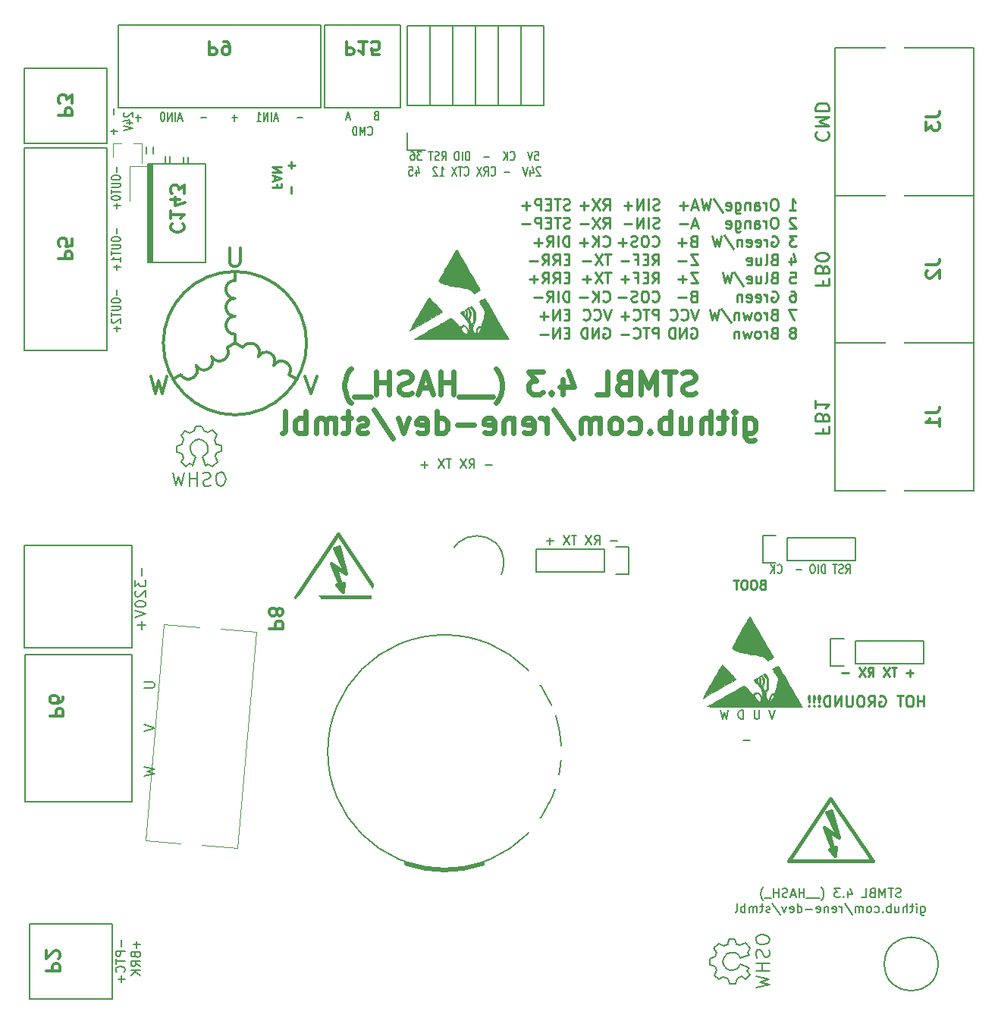
<source format=gbo>
%TF.GenerationSoftware,KiCad,Pcbnew,(5.1.6-rc1-8-gd871a92d1)-1*%
%TF.CreationDate,2020-05-22T14:05:53+02:00*%
%TF.ProjectId,stmbl_4.0,73746d62-6c5f-4342-9e30-2e6b69636164,rev?*%
%TF.SameCoordinates,PXbcd3d80PY2f71ff0*%
%TF.FileFunction,Legend,Bot*%
%TF.FilePolarity,Positive*%
%FSLAX46Y46*%
G04 Gerber Fmt 4.6, Leading zero omitted, Abs format (unit mm)*
G04 Created by KiCad (PCBNEW (5.1.6-rc1-8-gd871a92d1)-1) date 2020-05-22 14:05:53*
%MOMM*%
%LPD*%
G01*
G04 APERTURE LIST*
%ADD10C,0.300000*%
%ADD11C,0.200000*%
%ADD12C,0.250000*%
%ADD13C,0.600000*%
%ADD14C,0.120000*%
%ADD15C,0.150000*%
%ADD16C,0.500000*%
%ADD17C,0.010000*%
%ADD18C,0.381000*%
%ADD19C,0.450000*%
%ADD20C,2.600000*%
%ADD21C,1.200000*%
%ADD22R,1.000000X1.100000*%
%ADD23R,1.400000X1.100000*%
%ADD24C,7.500000*%
%ADD25O,2.994000X1.597000*%
%ADD26R,1.597000X1.597000*%
%ADD27C,3.500000*%
%ADD28O,3.700000X2.200000*%
%ADD29O,1.927200X2.232000*%
%ADD30C,1.500000*%
%ADD31C,1.700000*%
%ADD32C,1.950000*%
%ADD33O,2.232000X2.232000*%
%ADD34C,3.300000*%
%ADD35C,2.100000*%
%ADD36C,4.500000*%
%ADD37O,1.927200X1.927200*%
G04 APERTURE END LIST*
D10*
X-75678572Y-66357142D02*
X-74178572Y-66357142D01*
X-74178572Y-65785714D01*
X-74250000Y-65642857D01*
X-74321429Y-65571428D01*
X-74464286Y-65500000D01*
X-74678572Y-65500000D01*
X-74821429Y-65571428D01*
X-74892858Y-65642857D01*
X-74964286Y-65785714D01*
X-74964286Y-66357142D01*
X-74821429Y-64642857D02*
X-74750000Y-64785714D01*
X-74678572Y-64857142D01*
X-74535715Y-64928571D01*
X-74464286Y-64928571D01*
X-74321429Y-64857142D01*
X-74250000Y-64785714D01*
X-74178572Y-64642857D01*
X-74178572Y-64357142D01*
X-74250000Y-64214285D01*
X-74321429Y-64142857D01*
X-74464286Y-64071428D01*
X-74535715Y-64071428D01*
X-74678572Y-64142857D01*
X-74750000Y-64214285D01*
X-74821429Y-64357142D01*
X-74821429Y-64642857D01*
X-74892858Y-64785714D01*
X-74964286Y-64857142D01*
X-75107143Y-64928571D01*
X-75392858Y-64928571D01*
X-75535715Y-64857142D01*
X-75607143Y-64785714D01*
X-75678572Y-64642857D01*
X-75678572Y-64357142D01*
X-75607143Y-64214285D01*
X-75535715Y-64142857D01*
X-75392858Y-64071428D01*
X-75107143Y-64071428D01*
X-74964286Y-64142857D01*
X-74892858Y-64214285D01*
X-74821429Y-64357142D01*
X-100178572Y-76107142D02*
X-98678572Y-76107142D01*
X-98678572Y-75535714D01*
X-98750000Y-75392857D01*
X-98821429Y-75321428D01*
X-98964286Y-75250000D01*
X-99178572Y-75250000D01*
X-99321429Y-75321428D01*
X-99392858Y-75392857D01*
X-99464286Y-75535714D01*
X-99464286Y-76107142D01*
X-98678572Y-73964285D02*
X-98678572Y-74250000D01*
X-98750000Y-74392857D01*
X-98821429Y-74464285D01*
X-99035715Y-74607142D01*
X-99321429Y-74678571D01*
X-99892858Y-74678571D01*
X-100035715Y-74607142D01*
X-100107143Y-74535714D01*
X-100178572Y-74392857D01*
X-100178572Y-74107142D01*
X-100107143Y-73964285D01*
X-100035715Y-73892857D01*
X-99892858Y-73821428D01*
X-99535715Y-73821428D01*
X-99392858Y-73892857D01*
X-99321429Y-73964285D01*
X-99250000Y-74107142D01*
X-99250000Y-74392857D01*
X-99321429Y-74535714D01*
X-99392858Y-74607142D01*
X-99535715Y-74678571D01*
X-86535715Y-21178571D02*
X-86607143Y-21250000D01*
X-86678572Y-21464285D01*
X-86678572Y-21607142D01*
X-86607143Y-21821428D01*
X-86464286Y-21964285D01*
X-86321429Y-22035714D01*
X-86035715Y-22107142D01*
X-85821429Y-22107142D01*
X-85535715Y-22035714D01*
X-85392858Y-21964285D01*
X-85250000Y-21821428D01*
X-85178572Y-21607142D01*
X-85178572Y-21464285D01*
X-85250000Y-21250000D01*
X-85321429Y-21178571D01*
X-86678572Y-19750000D02*
X-86678572Y-20607142D01*
X-86678572Y-20178571D02*
X-85178572Y-20178571D01*
X-85392858Y-20321428D01*
X-85535715Y-20464285D01*
X-85607143Y-20607142D01*
X-85678572Y-18464285D02*
X-86678572Y-18464285D01*
X-85107143Y-18821428D02*
X-86178572Y-19178571D01*
X-86178572Y-18250000D01*
X-85178572Y-17821428D02*
X-85178572Y-16892857D01*
X-85750000Y-17392857D01*
X-85750000Y-17178571D01*
X-85821429Y-17035714D01*
X-85892858Y-16964285D01*
X-86035715Y-16892857D01*
X-86392858Y-16892857D01*
X-86535715Y-16964285D01*
X-86607143Y-17035714D01*
X-86678572Y-17178571D01*
X-86678572Y-17607142D01*
X-86607143Y-17750000D01*
X-86535715Y-17821428D01*
X-100578572Y-104607142D02*
X-99078572Y-104607142D01*
X-99078572Y-104035714D01*
X-99150000Y-103892857D01*
X-99221429Y-103821428D01*
X-99364286Y-103750000D01*
X-99578572Y-103750000D01*
X-99721429Y-103821428D01*
X-99792858Y-103892857D01*
X-99864286Y-104035714D01*
X-99864286Y-104607142D01*
X-99221429Y-103178571D02*
X-99150000Y-103107142D01*
X-99078572Y-102964285D01*
X-99078572Y-102607142D01*
X-99150000Y-102464285D01*
X-99221429Y-102392857D01*
X-99364286Y-102321428D01*
X-99507143Y-102321428D01*
X-99721429Y-102392857D01*
X-100578572Y-103250000D01*
X-100578572Y-102321428D01*
X-2321429Y-42250000D02*
X-1250000Y-42250000D01*
X-1035715Y-42178571D01*
X-892858Y-42035714D01*
X-821429Y-41821428D01*
X-821429Y-41678571D01*
X-821429Y-43750000D02*
X-821429Y-42892857D01*
X-821429Y-43321428D02*
X-2321429Y-43321428D01*
X-2107143Y-43178571D01*
X-1964286Y-43035714D01*
X-1892858Y-42892857D01*
X-2321429Y-25750000D02*
X-1250000Y-25750000D01*
X-1035715Y-25678571D01*
X-892858Y-25535714D01*
X-821429Y-25321428D01*
X-821429Y-25178571D01*
X-2178572Y-26392857D02*
X-2250000Y-26464285D01*
X-2321429Y-26607142D01*
X-2321429Y-26964285D01*
X-2250000Y-27107142D01*
X-2178572Y-27178571D01*
X-2035715Y-27250000D01*
X-1892858Y-27250000D01*
X-1678572Y-27178571D01*
X-821429Y-26321428D01*
X-821429Y-27250000D01*
X-2321429Y-9250000D02*
X-1250000Y-9250000D01*
X-1035715Y-9178571D01*
X-892858Y-9035714D01*
X-821429Y-8821428D01*
X-821429Y-8678571D01*
X-2321429Y-9821428D02*
X-2321429Y-10750000D01*
X-1750000Y-10250000D01*
X-1750000Y-10464285D01*
X-1678572Y-10607142D01*
X-1607143Y-10678571D01*
X-1464286Y-10750000D01*
X-1107143Y-10750000D01*
X-964286Y-10678571D01*
X-892858Y-10607142D01*
X-821429Y-10464285D01*
X-821429Y-10035714D01*
X-892858Y-9892857D01*
X-964286Y-9821428D01*
X-67071429Y-821428D02*
X-67071429Y-2321428D01*
X-66500000Y-2321428D01*
X-66357143Y-2250000D01*
X-66285715Y-2178571D01*
X-66214286Y-2035714D01*
X-66214286Y-1821428D01*
X-66285715Y-1678571D01*
X-66357143Y-1607142D01*
X-66500000Y-1535714D01*
X-67071429Y-1535714D01*
X-64785715Y-821428D02*
X-65642858Y-821428D01*
X-65214286Y-821428D02*
X-65214286Y-2321428D01*
X-65357143Y-2107142D01*
X-65500000Y-1964285D01*
X-65642858Y-1892857D01*
X-63428572Y-2321428D02*
X-64142858Y-2321428D01*
X-64214286Y-1607142D01*
X-64142858Y-1678571D01*
X-64000000Y-1750000D01*
X-63642858Y-1750000D01*
X-63500000Y-1678571D01*
X-63428572Y-1607142D01*
X-63357143Y-1464285D01*
X-63357143Y-1107142D01*
X-63428572Y-964285D01*
X-63500000Y-892857D01*
X-63642858Y-821428D01*
X-64000000Y-821428D01*
X-64142858Y-892857D01*
X-64214286Y-964285D01*
X-82357143Y-821428D02*
X-82357143Y-2321428D01*
X-81785715Y-2321428D01*
X-81642858Y-2250000D01*
X-81571429Y-2178571D01*
X-81500000Y-2035714D01*
X-81500000Y-1821428D01*
X-81571429Y-1678571D01*
X-81642858Y-1607142D01*
X-81785715Y-1535714D01*
X-82357143Y-1535714D01*
X-80785715Y-821428D02*
X-80500000Y-821428D01*
X-80357143Y-892857D01*
X-80285715Y-964285D01*
X-80142858Y-1178571D01*
X-80071429Y-1464285D01*
X-80071429Y-2035714D01*
X-80142858Y-2178571D01*
X-80214286Y-2250000D01*
X-80357143Y-2321428D01*
X-80642858Y-2321428D01*
X-80785715Y-2250000D01*
X-80857143Y-2178571D01*
X-80928572Y-2035714D01*
X-80928572Y-1678571D01*
X-80857143Y-1535714D01*
X-80785715Y-1464285D01*
X-80642858Y-1392857D01*
X-80357143Y-1392857D01*
X-80214286Y-1464285D01*
X-80142858Y-1535714D01*
X-80071429Y-1678571D01*
X-99178572Y-9107142D02*
X-97678572Y-9107142D01*
X-97678572Y-8535714D01*
X-97750000Y-8392857D01*
X-97821429Y-8321428D01*
X-97964286Y-8250000D01*
X-98178572Y-8250000D01*
X-98321429Y-8321428D01*
X-98392858Y-8392857D01*
X-98464286Y-8535714D01*
X-98464286Y-9107142D01*
X-97678572Y-7750000D02*
X-97678572Y-6821428D01*
X-98250000Y-7321428D01*
X-98250000Y-7107142D01*
X-98321429Y-6964285D01*
X-98392858Y-6892857D01*
X-98535715Y-6821428D01*
X-98892858Y-6821428D01*
X-99035715Y-6892857D01*
X-99107143Y-6964285D01*
X-99178572Y-7107142D01*
X-99178572Y-7535714D01*
X-99107143Y-7678571D01*
X-99035715Y-7750000D01*
X-99178572Y-25107142D02*
X-97678572Y-25107142D01*
X-97678572Y-24535714D01*
X-97750000Y-24392857D01*
X-97821429Y-24321428D01*
X-97964286Y-24250000D01*
X-98178572Y-24250000D01*
X-98321429Y-24321428D01*
X-98392858Y-24392857D01*
X-98464286Y-24535714D01*
X-98464286Y-25107142D01*
X-97678572Y-22892857D02*
X-97678572Y-23607142D01*
X-98392858Y-23678571D01*
X-98321429Y-23607142D01*
X-98250000Y-23464285D01*
X-98250000Y-23107142D01*
X-98321429Y-22964285D01*
X-98392858Y-22892857D01*
X-98535715Y-22821428D01*
X-98892858Y-22821428D01*
X-99035715Y-22892857D01*
X-99107143Y-22964285D01*
X-99178572Y-23107142D01*
X-99178572Y-23464285D01*
X-99107143Y-23607142D01*
X-99035715Y-23678571D01*
D11*
X-22019048Y-78871428D02*
X-22780953Y-78871428D01*
X-19178572Y-75452380D02*
X-19511905Y-76452380D01*
X-19845239Y-75452380D01*
X-20940477Y-75452380D02*
X-20940477Y-76261904D01*
X-20988096Y-76357142D01*
X-21035715Y-76404761D01*
X-21130953Y-76452380D01*
X-21321429Y-76452380D01*
X-21416667Y-76404761D01*
X-21464286Y-76357142D01*
X-21511905Y-76261904D01*
X-21511905Y-75452380D01*
X-22750000Y-76452380D02*
X-22750000Y-75452380D01*
X-22988096Y-75452380D01*
X-23130953Y-75500000D01*
X-23226191Y-75595238D01*
X-23273810Y-75690476D01*
X-23321429Y-75880952D01*
X-23321429Y-76023809D01*
X-23273810Y-76214285D01*
X-23226191Y-76309523D01*
X-23130953Y-76404761D01*
X-22988096Y-76452380D01*
X-22750000Y-76452380D01*
X-24416667Y-75452380D02*
X-24654762Y-76452380D01*
X-24845239Y-75738095D01*
X-25035715Y-76452380D01*
X-25273810Y-75452380D01*
D12*
X-2571429Y-75042857D02*
X-2571429Y-73842857D01*
X-2571429Y-74414285D02*
X-3257143Y-74414285D01*
X-3257143Y-75042857D02*
X-3257143Y-73842857D01*
X-4057143Y-73842857D02*
X-4285715Y-73842857D01*
X-4400000Y-73900000D01*
X-4514286Y-74014285D01*
X-4571429Y-74242857D01*
X-4571429Y-74642857D01*
X-4514286Y-74871428D01*
X-4400000Y-74985714D01*
X-4285715Y-75042857D01*
X-4057143Y-75042857D01*
X-3942858Y-74985714D01*
X-3828572Y-74871428D01*
X-3771429Y-74642857D01*
X-3771429Y-74242857D01*
X-3828572Y-74014285D01*
X-3942858Y-73900000D01*
X-4057143Y-73842857D01*
X-4914286Y-73842857D02*
X-5600000Y-73842857D01*
X-5257143Y-75042857D02*
X-5257143Y-73842857D01*
X-7542858Y-73900000D02*
X-7428572Y-73842857D01*
X-7257143Y-73842857D01*
X-7085715Y-73900000D01*
X-6971429Y-74014285D01*
X-6914286Y-74128571D01*
X-6857143Y-74357142D01*
X-6857143Y-74528571D01*
X-6914286Y-74757142D01*
X-6971429Y-74871428D01*
X-7085715Y-74985714D01*
X-7257143Y-75042857D01*
X-7371429Y-75042857D01*
X-7542858Y-74985714D01*
X-7600000Y-74928571D01*
X-7600000Y-74528571D01*
X-7371429Y-74528571D01*
X-8800000Y-75042857D02*
X-8400000Y-74471428D01*
X-8114286Y-75042857D02*
X-8114286Y-73842857D01*
X-8571429Y-73842857D01*
X-8685715Y-73900000D01*
X-8742858Y-73957142D01*
X-8800000Y-74071428D01*
X-8800000Y-74242857D01*
X-8742858Y-74357142D01*
X-8685715Y-74414285D01*
X-8571429Y-74471428D01*
X-8114286Y-74471428D01*
X-9542858Y-73842857D02*
X-9771429Y-73842857D01*
X-9885715Y-73900000D01*
X-10000000Y-74014285D01*
X-10057143Y-74242857D01*
X-10057143Y-74642857D01*
X-10000000Y-74871428D01*
X-9885715Y-74985714D01*
X-9771429Y-75042857D01*
X-9542858Y-75042857D01*
X-9428572Y-74985714D01*
X-9314286Y-74871428D01*
X-9257143Y-74642857D01*
X-9257143Y-74242857D01*
X-9314286Y-74014285D01*
X-9428572Y-73900000D01*
X-9542858Y-73842857D01*
X-10571429Y-73842857D02*
X-10571429Y-74814285D01*
X-10628572Y-74928571D01*
X-10685715Y-74985714D01*
X-10800000Y-75042857D01*
X-11028572Y-75042857D01*
X-11142858Y-74985714D01*
X-11200000Y-74928571D01*
X-11257143Y-74814285D01*
X-11257143Y-73842857D01*
X-11828572Y-75042857D02*
X-11828572Y-73842857D01*
X-12514286Y-75042857D01*
X-12514286Y-73842857D01*
X-13085715Y-75042857D02*
X-13085715Y-73842857D01*
X-13371429Y-73842857D01*
X-13542858Y-73900000D01*
X-13657143Y-74014285D01*
X-13714286Y-74128571D01*
X-13771429Y-74357142D01*
X-13771429Y-74528571D01*
X-13714286Y-74757142D01*
X-13657143Y-74871428D01*
X-13542858Y-74985714D01*
X-13371429Y-75042857D01*
X-13085715Y-75042857D01*
X-14285715Y-74928571D02*
X-14342858Y-74985714D01*
X-14285715Y-75042857D01*
X-14228572Y-74985714D01*
X-14285715Y-74928571D01*
X-14285715Y-75042857D01*
X-14285715Y-74585714D02*
X-14228572Y-73900000D01*
X-14285715Y-73842857D01*
X-14342858Y-73900000D01*
X-14285715Y-74585714D01*
X-14285715Y-73842857D01*
X-14857143Y-74928571D02*
X-14914286Y-74985714D01*
X-14857143Y-75042857D01*
X-14800000Y-74985714D01*
X-14857143Y-74928571D01*
X-14857143Y-75042857D01*
X-14857143Y-74585714D02*
X-14800000Y-73900000D01*
X-14857143Y-73842857D01*
X-14914286Y-73900000D01*
X-14857143Y-74585714D01*
X-14857143Y-73842857D01*
X-15428572Y-74928571D02*
X-15485715Y-74985714D01*
X-15428572Y-75042857D01*
X-15371429Y-74985714D01*
X-15428572Y-74928571D01*
X-15428572Y-75042857D01*
X-15428572Y-74585714D02*
X-15371429Y-73900000D01*
X-15428572Y-73842857D01*
X-15485715Y-73900000D01*
X-15428572Y-74585714D01*
X-15428572Y-73842857D01*
X-42141072Y-19560714D02*
X-42312500Y-19617857D01*
X-42598215Y-19617857D01*
X-42712500Y-19560714D01*
X-42769643Y-19503571D01*
X-42826786Y-19389285D01*
X-42826786Y-19275000D01*
X-42769643Y-19160714D01*
X-42712500Y-19103571D01*
X-42598215Y-19046428D01*
X-42369643Y-18989285D01*
X-42255358Y-18932142D01*
X-42198215Y-18875000D01*
X-42141072Y-18760714D01*
X-42141072Y-18646428D01*
X-42198215Y-18532142D01*
X-42255358Y-18475000D01*
X-42369643Y-18417857D01*
X-42655358Y-18417857D01*
X-42826786Y-18475000D01*
X-43169643Y-18417857D02*
X-43855358Y-18417857D01*
X-43512500Y-19617857D02*
X-43512500Y-18417857D01*
X-44255358Y-18989285D02*
X-44655358Y-18989285D01*
X-44826786Y-19617857D02*
X-44255358Y-19617857D01*
X-44255358Y-18417857D01*
X-44826786Y-18417857D01*
X-45341072Y-19617857D02*
X-45341072Y-18417857D01*
X-45798215Y-18417857D01*
X-45912500Y-18475000D01*
X-45969643Y-18532142D01*
X-46026786Y-18646428D01*
X-46026786Y-18817857D01*
X-45969643Y-18932142D01*
X-45912500Y-18989285D01*
X-45798215Y-19046428D01*
X-45341072Y-19046428D01*
X-46541072Y-19160714D02*
X-47455358Y-19160714D01*
X-46998215Y-19617857D02*
X-46998215Y-18703571D01*
X-42141072Y-21610714D02*
X-42312500Y-21667857D01*
X-42598215Y-21667857D01*
X-42712500Y-21610714D01*
X-42769643Y-21553571D01*
X-42826786Y-21439285D01*
X-42826786Y-21325000D01*
X-42769643Y-21210714D01*
X-42712500Y-21153571D01*
X-42598215Y-21096428D01*
X-42369643Y-21039285D01*
X-42255358Y-20982142D01*
X-42198215Y-20925000D01*
X-42141072Y-20810714D01*
X-42141072Y-20696428D01*
X-42198215Y-20582142D01*
X-42255358Y-20525000D01*
X-42369643Y-20467857D01*
X-42655358Y-20467857D01*
X-42826786Y-20525000D01*
X-43169643Y-20467857D02*
X-43855358Y-20467857D01*
X-43512500Y-21667857D02*
X-43512500Y-20467857D01*
X-44255358Y-21039285D02*
X-44655358Y-21039285D01*
X-44826786Y-21667857D02*
X-44255358Y-21667857D01*
X-44255358Y-20467857D01*
X-44826786Y-20467857D01*
X-45341072Y-21667857D02*
X-45341072Y-20467857D01*
X-45798215Y-20467857D01*
X-45912500Y-20525000D01*
X-45969643Y-20582142D01*
X-46026786Y-20696428D01*
X-46026786Y-20867857D01*
X-45969643Y-20982142D01*
X-45912500Y-21039285D01*
X-45798215Y-21096428D01*
X-45341072Y-21096428D01*
X-46541072Y-21210714D02*
X-47455358Y-21210714D01*
X-42198215Y-23717857D02*
X-42198215Y-22517857D01*
X-42483929Y-22517857D01*
X-42655358Y-22575000D01*
X-42769643Y-22689285D01*
X-42826786Y-22803571D01*
X-42883929Y-23032142D01*
X-42883929Y-23203571D01*
X-42826786Y-23432142D01*
X-42769643Y-23546428D01*
X-42655358Y-23660714D01*
X-42483929Y-23717857D01*
X-42198215Y-23717857D01*
X-43398215Y-23717857D02*
X-43398215Y-22517857D01*
X-44655358Y-23717857D02*
X-44255358Y-23146428D01*
X-43969643Y-23717857D02*
X-43969643Y-22517857D01*
X-44426786Y-22517857D01*
X-44541072Y-22575000D01*
X-44598215Y-22632142D01*
X-44655358Y-22746428D01*
X-44655358Y-22917857D01*
X-44598215Y-23032142D01*
X-44541072Y-23089285D01*
X-44426786Y-23146428D01*
X-43969643Y-23146428D01*
X-45169643Y-23260714D02*
X-46083929Y-23260714D01*
X-45626786Y-23717857D02*
X-45626786Y-22803571D01*
X-42198215Y-25139285D02*
X-42598215Y-25139285D01*
X-42769643Y-25767857D02*
X-42198215Y-25767857D01*
X-42198215Y-24567857D01*
X-42769643Y-24567857D01*
X-43969643Y-25767857D02*
X-43569643Y-25196428D01*
X-43283929Y-25767857D02*
X-43283929Y-24567857D01*
X-43741072Y-24567857D01*
X-43855358Y-24625000D01*
X-43912500Y-24682142D01*
X-43969643Y-24796428D01*
X-43969643Y-24967857D01*
X-43912500Y-25082142D01*
X-43855358Y-25139285D01*
X-43741072Y-25196428D01*
X-43283929Y-25196428D01*
X-45169643Y-25767857D02*
X-44769643Y-25196428D01*
X-44483929Y-25767857D02*
X-44483929Y-24567857D01*
X-44941072Y-24567857D01*
X-45055358Y-24625000D01*
X-45112500Y-24682142D01*
X-45169643Y-24796428D01*
X-45169643Y-24967857D01*
X-45112500Y-25082142D01*
X-45055358Y-25139285D01*
X-44941072Y-25196428D01*
X-44483929Y-25196428D01*
X-45683929Y-25310714D02*
X-46598215Y-25310714D01*
X-42198215Y-27189285D02*
X-42598215Y-27189285D01*
X-42769643Y-27817857D02*
X-42198215Y-27817857D01*
X-42198215Y-26617857D01*
X-42769643Y-26617857D01*
X-43969643Y-27817857D02*
X-43569643Y-27246428D01*
X-43283929Y-27817857D02*
X-43283929Y-26617857D01*
X-43741072Y-26617857D01*
X-43855358Y-26675000D01*
X-43912500Y-26732142D01*
X-43969643Y-26846428D01*
X-43969643Y-27017857D01*
X-43912500Y-27132142D01*
X-43855358Y-27189285D01*
X-43741072Y-27246428D01*
X-43283929Y-27246428D01*
X-45169643Y-27817857D02*
X-44769643Y-27246428D01*
X-44483929Y-27817857D02*
X-44483929Y-26617857D01*
X-44941072Y-26617857D01*
X-45055358Y-26675000D01*
X-45112500Y-26732142D01*
X-45169643Y-26846428D01*
X-45169643Y-27017857D01*
X-45112500Y-27132142D01*
X-45055358Y-27189285D01*
X-44941072Y-27246428D01*
X-44483929Y-27246428D01*
X-45683929Y-27360714D02*
X-46598215Y-27360714D01*
X-46141072Y-27817857D02*
X-46141072Y-26903571D01*
X-42198215Y-29867857D02*
X-42198215Y-28667857D01*
X-42483929Y-28667857D01*
X-42655358Y-28725000D01*
X-42769643Y-28839285D01*
X-42826786Y-28953571D01*
X-42883929Y-29182142D01*
X-42883929Y-29353571D01*
X-42826786Y-29582142D01*
X-42769643Y-29696428D01*
X-42655358Y-29810714D01*
X-42483929Y-29867857D01*
X-42198215Y-29867857D01*
X-43398215Y-29867857D02*
X-43398215Y-28667857D01*
X-44655358Y-29867857D02*
X-44255358Y-29296428D01*
X-43969643Y-29867857D02*
X-43969643Y-28667857D01*
X-44426786Y-28667857D01*
X-44541072Y-28725000D01*
X-44598215Y-28782142D01*
X-44655358Y-28896428D01*
X-44655358Y-29067857D01*
X-44598215Y-29182142D01*
X-44541072Y-29239285D01*
X-44426786Y-29296428D01*
X-43969643Y-29296428D01*
X-45169643Y-29410714D02*
X-46083929Y-29410714D01*
X-42198215Y-31289285D02*
X-42598215Y-31289285D01*
X-42769643Y-31917857D02*
X-42198215Y-31917857D01*
X-42198215Y-30717857D01*
X-42769643Y-30717857D01*
X-43283929Y-31917857D02*
X-43283929Y-30717857D01*
X-43969643Y-31917857D01*
X-43969643Y-30717857D01*
X-44541072Y-31460714D02*
X-45455358Y-31460714D01*
X-44998215Y-31917857D02*
X-44998215Y-31003571D01*
X-42198215Y-33339285D02*
X-42598215Y-33339285D01*
X-42769643Y-33967857D02*
X-42198215Y-33967857D01*
X-42198215Y-32767857D01*
X-42769643Y-32767857D01*
X-43283929Y-33967857D02*
X-43283929Y-32767857D01*
X-43969643Y-33967857D01*
X-43969643Y-32767857D01*
X-44541072Y-33510714D02*
X-45455358Y-33510714D01*
D11*
X-46007143Y-13102380D02*
X-45626191Y-13102380D01*
X-45588096Y-13578571D01*
X-45626191Y-13530952D01*
X-45702381Y-13483333D01*
X-45892858Y-13483333D01*
X-45969048Y-13530952D01*
X-46007143Y-13578571D01*
X-46045239Y-13673809D01*
X-46045239Y-13911904D01*
X-46007143Y-14007142D01*
X-45969048Y-14054761D01*
X-45892858Y-14102380D01*
X-45702381Y-14102380D01*
X-45626191Y-14054761D01*
X-45588096Y-14007142D01*
X-46273810Y-13102380D02*
X-46540477Y-14102380D01*
X-46807143Y-13102380D01*
X-48750000Y-14007142D02*
X-48711905Y-14054761D01*
X-48597620Y-14102380D01*
X-48521429Y-14102380D01*
X-48407143Y-14054761D01*
X-48330953Y-13959523D01*
X-48292858Y-13864285D01*
X-48254762Y-13673809D01*
X-48254762Y-13530952D01*
X-48292858Y-13340476D01*
X-48330953Y-13245238D01*
X-48407143Y-13150000D01*
X-48521429Y-13102380D01*
X-48597620Y-13102380D01*
X-48711905Y-13150000D01*
X-48750000Y-13197619D01*
X-49092858Y-14102380D02*
X-49092858Y-13102380D01*
X-49550000Y-14102380D02*
X-49207143Y-13530952D01*
X-49550000Y-13102380D02*
X-49092858Y-13673809D01*
X-51111905Y-13721428D02*
X-51721429Y-13721428D01*
X-53321429Y-14102380D02*
X-53321429Y-13102380D01*
X-53511905Y-13102380D01*
X-53626191Y-13150000D01*
X-53702381Y-13245238D01*
X-53740477Y-13340476D01*
X-53778572Y-13530952D01*
X-53778572Y-13673809D01*
X-53740477Y-13864285D01*
X-53702381Y-13959523D01*
X-53626191Y-14054761D01*
X-53511905Y-14102380D01*
X-53321429Y-14102380D01*
X-54121429Y-14102380D02*
X-54121429Y-13102380D01*
X-54654762Y-13102380D02*
X-54807143Y-13102380D01*
X-54883334Y-13150000D01*
X-54959524Y-13245238D01*
X-54997620Y-13435714D01*
X-54997620Y-13769047D01*
X-54959524Y-13959523D01*
X-54883334Y-14054761D01*
X-54807143Y-14102380D01*
X-54654762Y-14102380D01*
X-54578572Y-14054761D01*
X-54502381Y-13959523D01*
X-54464286Y-13769047D01*
X-54464286Y-13435714D01*
X-54502381Y-13245238D01*
X-54578572Y-13150000D01*
X-54654762Y-13102380D01*
X-56407143Y-14102380D02*
X-56140477Y-13626190D01*
X-55950000Y-14102380D02*
X-55950000Y-13102380D01*
X-56254762Y-13102380D01*
X-56330953Y-13150000D01*
X-56369048Y-13197619D01*
X-56407143Y-13292857D01*
X-56407143Y-13435714D01*
X-56369048Y-13530952D01*
X-56330953Y-13578571D01*
X-56254762Y-13626190D01*
X-55950000Y-13626190D01*
X-56711905Y-14054761D02*
X-56826191Y-14102380D01*
X-57016667Y-14102380D01*
X-57092858Y-14054761D01*
X-57130953Y-14007142D01*
X-57169048Y-13911904D01*
X-57169048Y-13816666D01*
X-57130953Y-13721428D01*
X-57092858Y-13673809D01*
X-57016667Y-13626190D01*
X-56864286Y-13578571D01*
X-56788096Y-13530952D01*
X-56750000Y-13483333D01*
X-56711905Y-13388095D01*
X-56711905Y-13292857D01*
X-56750000Y-13197619D01*
X-56788096Y-13150000D01*
X-56864286Y-13102380D01*
X-57054762Y-13102380D01*
X-57169048Y-13150000D01*
X-57397620Y-13102380D02*
X-57854762Y-13102380D01*
X-57626191Y-14102380D02*
X-57626191Y-13102380D01*
X-58654762Y-13102380D02*
X-59150000Y-13102380D01*
X-58883334Y-13483333D01*
X-58997620Y-13483333D01*
X-59073810Y-13530952D01*
X-59111905Y-13578571D01*
X-59150000Y-13673809D01*
X-59150000Y-13911904D01*
X-59111905Y-14007142D01*
X-59073810Y-14054761D01*
X-58997620Y-14102380D01*
X-58769048Y-14102380D01*
X-58692858Y-14054761D01*
X-58654762Y-14007142D01*
X-59835715Y-13102380D02*
X-59683334Y-13102380D01*
X-59607143Y-13150000D01*
X-59569048Y-13197619D01*
X-59492858Y-13340476D01*
X-59454762Y-13530952D01*
X-59454762Y-13911904D01*
X-59492858Y-14007142D01*
X-59530953Y-14054761D01*
X-59607143Y-14102380D01*
X-59759524Y-14102380D01*
X-59835715Y-14054761D01*
X-59873810Y-14007142D01*
X-59911905Y-13911904D01*
X-59911905Y-13673809D01*
X-59873810Y-13578571D01*
X-59835715Y-13530952D01*
X-59759524Y-13483333D01*
X-59607143Y-13483333D01*
X-59530953Y-13530952D01*
X-59492858Y-13578571D01*
X-59454762Y-13673809D01*
X-45378572Y-14897619D02*
X-45416667Y-14850000D01*
X-45492858Y-14802380D01*
X-45683334Y-14802380D01*
X-45759524Y-14850000D01*
X-45797620Y-14897619D01*
X-45835715Y-14992857D01*
X-45835715Y-15088095D01*
X-45797620Y-15230952D01*
X-45340477Y-15802380D01*
X-45835715Y-15802380D01*
X-46521429Y-15135714D02*
X-46521429Y-15802380D01*
X-46330953Y-14754761D02*
X-46140477Y-15469047D01*
X-46635715Y-15469047D01*
X-46826191Y-14802380D02*
X-47092858Y-15802380D01*
X-47359524Y-14802380D01*
X-48845239Y-15421428D02*
X-49454762Y-15421428D01*
X-50902381Y-15707142D02*
X-50864286Y-15754761D01*
X-50750000Y-15802380D01*
X-50673810Y-15802380D01*
X-50559524Y-15754761D01*
X-50483334Y-15659523D01*
X-50445239Y-15564285D01*
X-50407143Y-15373809D01*
X-50407143Y-15230952D01*
X-50445239Y-15040476D01*
X-50483334Y-14945238D01*
X-50559524Y-14850000D01*
X-50673810Y-14802380D01*
X-50750000Y-14802380D01*
X-50864286Y-14850000D01*
X-50902381Y-14897619D01*
X-51702381Y-15802380D02*
X-51435715Y-15326190D01*
X-51245239Y-15802380D02*
X-51245239Y-14802380D01*
X-51550000Y-14802380D01*
X-51626191Y-14850000D01*
X-51664286Y-14897619D01*
X-51702381Y-14992857D01*
X-51702381Y-15135714D01*
X-51664286Y-15230952D01*
X-51626191Y-15278571D01*
X-51550000Y-15326190D01*
X-51245239Y-15326190D01*
X-51969048Y-14802380D02*
X-52502381Y-15802380D01*
X-52502381Y-14802380D02*
X-51969048Y-15802380D01*
X-53873810Y-15707142D02*
X-53835715Y-15754761D01*
X-53721429Y-15802380D01*
X-53645239Y-15802380D01*
X-53530953Y-15754761D01*
X-53454762Y-15659523D01*
X-53416667Y-15564285D01*
X-53378572Y-15373809D01*
X-53378572Y-15230952D01*
X-53416667Y-15040476D01*
X-53454762Y-14945238D01*
X-53530953Y-14850000D01*
X-53645239Y-14802380D01*
X-53721429Y-14802380D01*
X-53835715Y-14850000D01*
X-53873810Y-14897619D01*
X-54102381Y-14802380D02*
X-54559524Y-14802380D01*
X-54330953Y-15802380D02*
X-54330953Y-14802380D01*
X-54750000Y-14802380D02*
X-55283334Y-15802380D01*
X-55283334Y-14802380D02*
X-54750000Y-15802380D01*
X-56616667Y-15802380D02*
X-56159524Y-15802380D01*
X-56388096Y-15802380D02*
X-56388096Y-14802380D01*
X-56311905Y-14945238D01*
X-56235715Y-15040476D01*
X-56159524Y-15088095D01*
X-56921429Y-14897619D02*
X-56959524Y-14850000D01*
X-57035715Y-14802380D01*
X-57226191Y-14802380D01*
X-57302381Y-14850000D01*
X-57340477Y-14897619D01*
X-57378572Y-14992857D01*
X-57378572Y-15088095D01*
X-57340477Y-15230952D01*
X-56883334Y-15802380D01*
X-57378572Y-15802380D01*
X-59283334Y-15135714D02*
X-59283334Y-15802380D01*
X-59092858Y-14754761D02*
X-58902381Y-15469047D01*
X-59397620Y-15469047D01*
X-60083334Y-14802380D02*
X-59702381Y-14802380D01*
X-59664286Y-15278571D01*
X-59702381Y-15230952D01*
X-59778572Y-15183333D01*
X-59969048Y-15183333D01*
X-60045239Y-15230952D01*
X-60083334Y-15278571D01*
X-60121429Y-15373809D01*
X-60121429Y-15611904D01*
X-60083334Y-15707142D01*
X-60045239Y-15754761D01*
X-59969048Y-15802380D01*
X-59778572Y-15802380D01*
X-59702381Y-15754761D01*
X-59664286Y-15707142D01*
X-11288096Y-60202380D02*
X-11021429Y-59726190D01*
X-10830953Y-60202380D02*
X-10830953Y-59202380D01*
X-11135715Y-59202380D01*
X-11211905Y-59250000D01*
X-11250000Y-59297619D01*
X-11288096Y-59392857D01*
X-11288096Y-59535714D01*
X-11250000Y-59630952D01*
X-11211905Y-59678571D01*
X-11135715Y-59726190D01*
X-10830953Y-59726190D01*
X-11592858Y-60154761D02*
X-11707143Y-60202380D01*
X-11897620Y-60202380D01*
X-11973810Y-60154761D01*
X-12011905Y-60107142D01*
X-12050000Y-60011904D01*
X-12050000Y-59916666D01*
X-12011905Y-59821428D01*
X-11973810Y-59773809D01*
X-11897620Y-59726190D01*
X-11745239Y-59678571D01*
X-11669048Y-59630952D01*
X-11630953Y-59583333D01*
X-11592858Y-59488095D01*
X-11592858Y-59392857D01*
X-11630953Y-59297619D01*
X-11669048Y-59250000D01*
X-11745239Y-59202380D01*
X-11935715Y-59202380D01*
X-12050000Y-59250000D01*
X-12278572Y-59202380D02*
X-12735715Y-59202380D01*
X-12507143Y-60202380D02*
X-12507143Y-59202380D01*
X-13611905Y-60202380D02*
X-13611905Y-59202380D01*
X-13802381Y-59202380D01*
X-13916667Y-59250000D01*
X-13992858Y-59345238D01*
X-14030953Y-59440476D01*
X-14069048Y-59630952D01*
X-14069048Y-59773809D01*
X-14030953Y-59964285D01*
X-13992858Y-60059523D01*
X-13916667Y-60154761D01*
X-13802381Y-60202380D01*
X-13611905Y-60202380D01*
X-14411905Y-60202380D02*
X-14411905Y-59202380D01*
X-14945239Y-59202380D02*
X-15097620Y-59202380D01*
X-15173810Y-59250000D01*
X-15250000Y-59345238D01*
X-15288096Y-59535714D01*
X-15288096Y-59869047D01*
X-15250000Y-60059523D01*
X-15173810Y-60154761D01*
X-15097620Y-60202380D01*
X-14945239Y-60202380D01*
X-14869048Y-60154761D01*
X-14792858Y-60059523D01*
X-14754762Y-59869047D01*
X-14754762Y-59535714D01*
X-14792858Y-59345238D01*
X-14869048Y-59250000D01*
X-14945239Y-59202380D01*
X-16240477Y-59821428D02*
X-16850000Y-59821428D01*
X-18907143Y-60107142D02*
X-18869048Y-60154761D01*
X-18754762Y-60202380D01*
X-18678572Y-60202380D01*
X-18564286Y-60154761D01*
X-18488096Y-60059523D01*
X-18450000Y-59964285D01*
X-18411905Y-59773809D01*
X-18411905Y-59630952D01*
X-18450000Y-59440476D01*
X-18488096Y-59345238D01*
X-18564286Y-59250000D01*
X-18678572Y-59202380D01*
X-18754762Y-59202380D01*
X-18869048Y-59250000D01*
X-18907143Y-59297619D01*
X-19250000Y-60202380D02*
X-19250000Y-59202380D01*
X-19707143Y-60202380D02*
X-19364286Y-59630952D01*
X-19707143Y-59202380D02*
X-19250000Y-59773809D01*
D12*
X-38383929Y-19617857D02*
X-37983929Y-19046428D01*
X-37698215Y-19617857D02*
X-37698215Y-18417857D01*
X-38155358Y-18417857D01*
X-38269643Y-18475000D01*
X-38326786Y-18532142D01*
X-38383929Y-18646428D01*
X-38383929Y-18817857D01*
X-38326786Y-18932142D01*
X-38269643Y-18989285D01*
X-38155358Y-19046428D01*
X-37698215Y-19046428D01*
X-38783929Y-18417857D02*
X-39583929Y-19617857D01*
X-39583929Y-18417857D02*
X-38783929Y-19617857D01*
X-40041072Y-19160714D02*
X-40955358Y-19160714D01*
X-40498215Y-19617857D02*
X-40498215Y-18703571D01*
X-38383929Y-21667857D02*
X-37983929Y-21096428D01*
X-37698215Y-21667857D02*
X-37698215Y-20467857D01*
X-38155358Y-20467857D01*
X-38269643Y-20525000D01*
X-38326786Y-20582142D01*
X-38383929Y-20696428D01*
X-38383929Y-20867857D01*
X-38326786Y-20982142D01*
X-38269643Y-21039285D01*
X-38155358Y-21096428D01*
X-37698215Y-21096428D01*
X-38783929Y-20467857D02*
X-39583929Y-21667857D01*
X-39583929Y-20467857D02*
X-38783929Y-21667857D01*
X-40041072Y-21210714D02*
X-40955358Y-21210714D01*
X-38383929Y-23603571D02*
X-38326786Y-23660714D01*
X-38155358Y-23717857D01*
X-38041072Y-23717857D01*
X-37869643Y-23660714D01*
X-37755358Y-23546428D01*
X-37698215Y-23432142D01*
X-37641072Y-23203571D01*
X-37641072Y-23032142D01*
X-37698215Y-22803571D01*
X-37755358Y-22689285D01*
X-37869643Y-22575000D01*
X-38041072Y-22517857D01*
X-38155358Y-22517857D01*
X-38326786Y-22575000D01*
X-38383929Y-22632142D01*
X-38898215Y-23717857D02*
X-38898215Y-22517857D01*
X-39583929Y-23717857D02*
X-39069643Y-23032142D01*
X-39583929Y-22517857D02*
X-38898215Y-23203571D01*
X-40098215Y-23260714D02*
X-41012500Y-23260714D01*
X-40555358Y-23717857D02*
X-40555358Y-22803571D01*
X-37526786Y-24567857D02*
X-38212500Y-24567857D01*
X-37869643Y-25767857D02*
X-37869643Y-24567857D01*
X-38498215Y-24567857D02*
X-39298215Y-25767857D01*
X-39298215Y-24567857D02*
X-38498215Y-25767857D01*
X-39755358Y-25310714D02*
X-40669643Y-25310714D01*
X-37526786Y-26617857D02*
X-38212500Y-26617857D01*
X-37869643Y-27817857D02*
X-37869643Y-26617857D01*
X-38498215Y-26617857D02*
X-39298215Y-27817857D01*
X-39298215Y-26617857D02*
X-38498215Y-27817857D01*
X-39755358Y-27360714D02*
X-40669643Y-27360714D01*
X-40212500Y-27817857D02*
X-40212500Y-26903571D01*
X-38383929Y-29753571D02*
X-38326786Y-29810714D01*
X-38155358Y-29867857D01*
X-38041072Y-29867857D01*
X-37869643Y-29810714D01*
X-37755358Y-29696428D01*
X-37698215Y-29582142D01*
X-37641072Y-29353571D01*
X-37641072Y-29182142D01*
X-37698215Y-28953571D01*
X-37755358Y-28839285D01*
X-37869643Y-28725000D01*
X-38041072Y-28667857D01*
X-38155358Y-28667857D01*
X-38326786Y-28725000D01*
X-38383929Y-28782142D01*
X-38898215Y-29867857D02*
X-38898215Y-28667857D01*
X-39583929Y-29867857D02*
X-39069643Y-29182142D01*
X-39583929Y-28667857D02*
X-38898215Y-29353571D01*
X-40098215Y-29410714D02*
X-41012500Y-29410714D01*
X-37526786Y-30717857D02*
X-37926786Y-31917857D01*
X-38326786Y-30717857D01*
X-39412500Y-31803571D02*
X-39355358Y-31860714D01*
X-39183929Y-31917857D01*
X-39069643Y-31917857D01*
X-38898215Y-31860714D01*
X-38783929Y-31746428D01*
X-38726786Y-31632142D01*
X-38669643Y-31403571D01*
X-38669643Y-31232142D01*
X-38726786Y-31003571D01*
X-38783929Y-30889285D01*
X-38898215Y-30775000D01*
X-39069643Y-30717857D01*
X-39183929Y-30717857D01*
X-39355358Y-30775000D01*
X-39412500Y-30832142D01*
X-40612500Y-31803571D02*
X-40555358Y-31860714D01*
X-40383929Y-31917857D01*
X-40269643Y-31917857D01*
X-40098215Y-31860714D01*
X-39983929Y-31746428D01*
X-39926786Y-31632142D01*
X-39869643Y-31403571D01*
X-39869643Y-31232142D01*
X-39926786Y-31003571D01*
X-39983929Y-30889285D01*
X-40098215Y-30775000D01*
X-40269643Y-30717857D01*
X-40383929Y-30717857D01*
X-40555358Y-30775000D01*
X-40612500Y-30832142D01*
X-38326786Y-32825000D02*
X-38212500Y-32767857D01*
X-38041072Y-32767857D01*
X-37869643Y-32825000D01*
X-37755358Y-32939285D01*
X-37698215Y-33053571D01*
X-37641072Y-33282142D01*
X-37641072Y-33453571D01*
X-37698215Y-33682142D01*
X-37755358Y-33796428D01*
X-37869643Y-33910714D01*
X-38041072Y-33967857D01*
X-38155358Y-33967857D01*
X-38326786Y-33910714D01*
X-38383929Y-33853571D01*
X-38383929Y-33453571D01*
X-38155358Y-33453571D01*
X-38898215Y-33967857D02*
X-38898215Y-32767857D01*
X-39583929Y-33967857D01*
X-39583929Y-32767857D01*
X-40155358Y-33967857D02*
X-40155358Y-32767857D01*
X-40441072Y-32767857D01*
X-40612500Y-32825000D01*
X-40726786Y-32939285D01*
X-40783929Y-33053571D01*
X-40841072Y-33282142D01*
X-40841072Y-33453571D01*
X-40783929Y-33682142D01*
X-40726786Y-33796428D01*
X-40612500Y-33910714D01*
X-40441072Y-33967857D01*
X-40155358Y-33967857D01*
X-32141072Y-19560714D02*
X-32312500Y-19617857D01*
X-32598215Y-19617857D01*
X-32712500Y-19560714D01*
X-32769643Y-19503571D01*
X-32826786Y-19389285D01*
X-32826786Y-19275000D01*
X-32769643Y-19160714D01*
X-32712500Y-19103571D01*
X-32598215Y-19046428D01*
X-32369643Y-18989285D01*
X-32255358Y-18932142D01*
X-32198215Y-18875000D01*
X-32141072Y-18760714D01*
X-32141072Y-18646428D01*
X-32198215Y-18532142D01*
X-32255358Y-18475000D01*
X-32369643Y-18417857D01*
X-32655358Y-18417857D01*
X-32826786Y-18475000D01*
X-33341072Y-19617857D02*
X-33341072Y-18417857D01*
X-33912500Y-19617857D02*
X-33912500Y-18417857D01*
X-34598215Y-19617857D01*
X-34598215Y-18417857D01*
X-35169643Y-19160714D02*
X-36083929Y-19160714D01*
X-35626786Y-19617857D02*
X-35626786Y-18703571D01*
X-32141072Y-21610714D02*
X-32312500Y-21667857D01*
X-32598215Y-21667857D01*
X-32712500Y-21610714D01*
X-32769643Y-21553571D01*
X-32826786Y-21439285D01*
X-32826786Y-21325000D01*
X-32769643Y-21210714D01*
X-32712500Y-21153571D01*
X-32598215Y-21096428D01*
X-32369643Y-21039285D01*
X-32255358Y-20982142D01*
X-32198215Y-20925000D01*
X-32141072Y-20810714D01*
X-32141072Y-20696428D01*
X-32198215Y-20582142D01*
X-32255358Y-20525000D01*
X-32369643Y-20467857D01*
X-32655358Y-20467857D01*
X-32826786Y-20525000D01*
X-33341072Y-21667857D02*
X-33341072Y-20467857D01*
X-33912500Y-21667857D02*
X-33912500Y-20467857D01*
X-34598215Y-21667857D01*
X-34598215Y-20467857D01*
X-35169643Y-21210714D02*
X-36083929Y-21210714D01*
X-32883929Y-23603571D02*
X-32826786Y-23660714D01*
X-32655358Y-23717857D01*
X-32541072Y-23717857D01*
X-32369643Y-23660714D01*
X-32255358Y-23546428D01*
X-32198215Y-23432142D01*
X-32141072Y-23203571D01*
X-32141072Y-23032142D01*
X-32198215Y-22803571D01*
X-32255358Y-22689285D01*
X-32369643Y-22575000D01*
X-32541072Y-22517857D01*
X-32655358Y-22517857D01*
X-32826786Y-22575000D01*
X-32883929Y-22632142D01*
X-33626786Y-22517857D02*
X-33855358Y-22517857D01*
X-33969643Y-22575000D01*
X-34083929Y-22689285D01*
X-34141072Y-22917857D01*
X-34141072Y-23317857D01*
X-34083929Y-23546428D01*
X-33969643Y-23660714D01*
X-33855358Y-23717857D01*
X-33626786Y-23717857D01*
X-33512500Y-23660714D01*
X-33398215Y-23546428D01*
X-33341072Y-23317857D01*
X-33341072Y-22917857D01*
X-33398215Y-22689285D01*
X-33512500Y-22575000D01*
X-33626786Y-22517857D01*
X-34598215Y-23660714D02*
X-34769643Y-23717857D01*
X-35055358Y-23717857D01*
X-35169643Y-23660714D01*
X-35226786Y-23603571D01*
X-35283929Y-23489285D01*
X-35283929Y-23375000D01*
X-35226786Y-23260714D01*
X-35169643Y-23203571D01*
X-35055358Y-23146428D01*
X-34826786Y-23089285D01*
X-34712500Y-23032142D01*
X-34655358Y-22975000D01*
X-34598215Y-22860714D01*
X-34598215Y-22746428D01*
X-34655358Y-22632142D01*
X-34712500Y-22575000D01*
X-34826786Y-22517857D01*
X-35112500Y-22517857D01*
X-35283929Y-22575000D01*
X-35798215Y-23260714D02*
X-36712500Y-23260714D01*
X-36255358Y-23717857D02*
X-36255358Y-22803571D01*
X-32883929Y-25767857D02*
X-32483929Y-25196428D01*
X-32198215Y-25767857D02*
X-32198215Y-24567857D01*
X-32655358Y-24567857D01*
X-32769643Y-24625000D01*
X-32826786Y-24682142D01*
X-32883929Y-24796428D01*
X-32883929Y-24967857D01*
X-32826786Y-25082142D01*
X-32769643Y-25139285D01*
X-32655358Y-25196428D01*
X-32198215Y-25196428D01*
X-33398215Y-25139285D02*
X-33798215Y-25139285D01*
X-33969643Y-25767857D02*
X-33398215Y-25767857D01*
X-33398215Y-24567857D01*
X-33969643Y-24567857D01*
X-34883929Y-25139285D02*
X-34483929Y-25139285D01*
X-34483929Y-25767857D02*
X-34483929Y-24567857D01*
X-35055358Y-24567857D01*
X-35512500Y-25310714D02*
X-36426786Y-25310714D01*
X-32883929Y-27817857D02*
X-32483929Y-27246428D01*
X-32198215Y-27817857D02*
X-32198215Y-26617857D01*
X-32655358Y-26617857D01*
X-32769643Y-26675000D01*
X-32826786Y-26732142D01*
X-32883929Y-26846428D01*
X-32883929Y-27017857D01*
X-32826786Y-27132142D01*
X-32769643Y-27189285D01*
X-32655358Y-27246428D01*
X-32198215Y-27246428D01*
X-33398215Y-27189285D02*
X-33798215Y-27189285D01*
X-33969643Y-27817857D02*
X-33398215Y-27817857D01*
X-33398215Y-26617857D01*
X-33969643Y-26617857D01*
X-34883929Y-27189285D02*
X-34483929Y-27189285D01*
X-34483929Y-27817857D02*
X-34483929Y-26617857D01*
X-35055358Y-26617857D01*
X-35512500Y-27360714D02*
X-36426786Y-27360714D01*
X-35969643Y-27817857D02*
X-35969643Y-26903571D01*
X-32883929Y-29753571D02*
X-32826786Y-29810714D01*
X-32655358Y-29867857D01*
X-32541072Y-29867857D01*
X-32369643Y-29810714D01*
X-32255358Y-29696428D01*
X-32198215Y-29582142D01*
X-32141072Y-29353571D01*
X-32141072Y-29182142D01*
X-32198215Y-28953571D01*
X-32255358Y-28839285D01*
X-32369643Y-28725000D01*
X-32541072Y-28667857D01*
X-32655358Y-28667857D01*
X-32826786Y-28725000D01*
X-32883929Y-28782142D01*
X-33626786Y-28667857D02*
X-33855358Y-28667857D01*
X-33969643Y-28725000D01*
X-34083929Y-28839285D01*
X-34141072Y-29067857D01*
X-34141072Y-29467857D01*
X-34083929Y-29696428D01*
X-33969643Y-29810714D01*
X-33855358Y-29867857D01*
X-33626786Y-29867857D01*
X-33512500Y-29810714D01*
X-33398215Y-29696428D01*
X-33341072Y-29467857D01*
X-33341072Y-29067857D01*
X-33398215Y-28839285D01*
X-33512500Y-28725000D01*
X-33626786Y-28667857D01*
X-34598215Y-29810714D02*
X-34769643Y-29867857D01*
X-35055358Y-29867857D01*
X-35169643Y-29810714D01*
X-35226786Y-29753571D01*
X-35283929Y-29639285D01*
X-35283929Y-29525000D01*
X-35226786Y-29410714D01*
X-35169643Y-29353571D01*
X-35055358Y-29296428D01*
X-34826786Y-29239285D01*
X-34712500Y-29182142D01*
X-34655358Y-29125000D01*
X-34598215Y-29010714D01*
X-34598215Y-28896428D01*
X-34655358Y-28782142D01*
X-34712500Y-28725000D01*
X-34826786Y-28667857D01*
X-35112500Y-28667857D01*
X-35283929Y-28725000D01*
X-35798215Y-29410714D02*
X-36712500Y-29410714D01*
X-32198215Y-31917857D02*
X-32198215Y-30717857D01*
X-32655358Y-30717857D01*
X-32769643Y-30775000D01*
X-32826786Y-30832142D01*
X-32883929Y-30946428D01*
X-32883929Y-31117857D01*
X-32826786Y-31232142D01*
X-32769643Y-31289285D01*
X-32655358Y-31346428D01*
X-32198215Y-31346428D01*
X-33226786Y-30717857D02*
X-33912500Y-30717857D01*
X-33569643Y-31917857D02*
X-33569643Y-30717857D01*
X-34998215Y-31803571D02*
X-34941072Y-31860714D01*
X-34769643Y-31917857D01*
X-34655358Y-31917857D01*
X-34483929Y-31860714D01*
X-34369643Y-31746428D01*
X-34312500Y-31632142D01*
X-34255358Y-31403571D01*
X-34255358Y-31232142D01*
X-34312500Y-31003571D01*
X-34369643Y-30889285D01*
X-34483929Y-30775000D01*
X-34655358Y-30717857D01*
X-34769643Y-30717857D01*
X-34941072Y-30775000D01*
X-34998215Y-30832142D01*
X-35512500Y-31460714D02*
X-36426786Y-31460714D01*
X-35969643Y-31917857D02*
X-35969643Y-31003571D01*
X-32198215Y-33967857D02*
X-32198215Y-32767857D01*
X-32655358Y-32767857D01*
X-32769643Y-32825000D01*
X-32826786Y-32882142D01*
X-32883929Y-32996428D01*
X-32883929Y-33167857D01*
X-32826786Y-33282142D01*
X-32769643Y-33339285D01*
X-32655358Y-33396428D01*
X-32198215Y-33396428D01*
X-33226786Y-32767857D02*
X-33912500Y-32767857D01*
X-33569643Y-33967857D02*
X-33569643Y-32767857D01*
X-34998215Y-33853571D02*
X-34941072Y-33910714D01*
X-34769643Y-33967857D01*
X-34655358Y-33967857D01*
X-34483929Y-33910714D01*
X-34369643Y-33796428D01*
X-34312500Y-33682142D01*
X-34255358Y-33453571D01*
X-34255358Y-33282142D01*
X-34312500Y-33053571D01*
X-34369643Y-32939285D01*
X-34483929Y-32825000D01*
X-34655358Y-32767857D01*
X-34769643Y-32767857D01*
X-34941072Y-32825000D01*
X-34998215Y-32882142D01*
X-35512500Y-33510714D02*
X-36426786Y-33510714D01*
X-27891072Y-19275000D02*
X-28462500Y-19275000D01*
X-27776786Y-19617857D02*
X-28176786Y-18417857D01*
X-28576786Y-19617857D01*
X-28976786Y-19160714D02*
X-29891072Y-19160714D01*
X-29433929Y-19617857D02*
X-29433929Y-18703571D01*
X-27891072Y-21325000D02*
X-28462500Y-21325000D01*
X-27776786Y-21667857D02*
X-28176786Y-20467857D01*
X-28576786Y-21667857D01*
X-28976786Y-21210714D02*
X-29891072Y-21210714D01*
X-28348215Y-23089285D02*
X-28519643Y-23146428D01*
X-28576786Y-23203571D01*
X-28633929Y-23317857D01*
X-28633929Y-23489285D01*
X-28576786Y-23603571D01*
X-28519643Y-23660714D01*
X-28405358Y-23717857D01*
X-27948215Y-23717857D01*
X-27948215Y-22517857D01*
X-28348215Y-22517857D01*
X-28462500Y-22575000D01*
X-28519643Y-22632142D01*
X-28576786Y-22746428D01*
X-28576786Y-22860714D01*
X-28519643Y-22975000D01*
X-28462500Y-23032142D01*
X-28348215Y-23089285D01*
X-27948215Y-23089285D01*
X-29148215Y-23260714D02*
X-30062500Y-23260714D01*
X-29605358Y-23717857D02*
X-29605358Y-22803571D01*
X-27833929Y-24567857D02*
X-28633929Y-24567857D01*
X-27833929Y-25767857D01*
X-28633929Y-25767857D01*
X-29091072Y-25310714D02*
X-30005358Y-25310714D01*
X-27833929Y-26617857D02*
X-28633929Y-26617857D01*
X-27833929Y-27817857D01*
X-28633929Y-27817857D01*
X-29091072Y-27360714D02*
X-30005358Y-27360714D01*
X-29548215Y-27817857D02*
X-29548215Y-26903571D01*
X-28348215Y-29239285D02*
X-28519643Y-29296428D01*
X-28576786Y-29353571D01*
X-28633929Y-29467857D01*
X-28633929Y-29639285D01*
X-28576786Y-29753571D01*
X-28519643Y-29810714D01*
X-28405358Y-29867857D01*
X-27948215Y-29867857D01*
X-27948215Y-28667857D01*
X-28348215Y-28667857D01*
X-28462500Y-28725000D01*
X-28519643Y-28782142D01*
X-28576786Y-28896428D01*
X-28576786Y-29010714D01*
X-28519643Y-29125000D01*
X-28462500Y-29182142D01*
X-28348215Y-29239285D01*
X-27948215Y-29239285D01*
X-29148215Y-29410714D02*
X-30062500Y-29410714D01*
X-27776786Y-30717857D02*
X-28176786Y-31917857D01*
X-28576786Y-30717857D01*
X-29662500Y-31803571D02*
X-29605358Y-31860714D01*
X-29433929Y-31917857D01*
X-29319643Y-31917857D01*
X-29148215Y-31860714D01*
X-29033929Y-31746428D01*
X-28976786Y-31632142D01*
X-28919643Y-31403571D01*
X-28919643Y-31232142D01*
X-28976786Y-31003571D01*
X-29033929Y-30889285D01*
X-29148215Y-30775000D01*
X-29319643Y-30717857D01*
X-29433929Y-30717857D01*
X-29605358Y-30775000D01*
X-29662500Y-30832142D01*
X-30862500Y-31803571D02*
X-30805358Y-31860714D01*
X-30633929Y-31917857D01*
X-30519643Y-31917857D01*
X-30348215Y-31860714D01*
X-30233929Y-31746428D01*
X-30176786Y-31632142D01*
X-30119643Y-31403571D01*
X-30119643Y-31232142D01*
X-30176786Y-31003571D01*
X-30233929Y-30889285D01*
X-30348215Y-30775000D01*
X-30519643Y-30717857D01*
X-30633929Y-30717857D01*
X-30805358Y-30775000D01*
X-30862500Y-30832142D01*
X-28576786Y-32825000D02*
X-28462500Y-32767857D01*
X-28291072Y-32767857D01*
X-28119643Y-32825000D01*
X-28005358Y-32939285D01*
X-27948215Y-33053571D01*
X-27891072Y-33282142D01*
X-27891072Y-33453571D01*
X-27948215Y-33682142D01*
X-28005358Y-33796428D01*
X-28119643Y-33910714D01*
X-28291072Y-33967857D01*
X-28405358Y-33967857D01*
X-28576786Y-33910714D01*
X-28633929Y-33853571D01*
X-28633929Y-33453571D01*
X-28405358Y-33453571D01*
X-29148215Y-33967857D02*
X-29148215Y-32767857D01*
X-29833929Y-33967857D01*
X-29833929Y-32767857D01*
X-30405358Y-33967857D02*
X-30405358Y-32767857D01*
X-30691072Y-32767857D01*
X-30862500Y-32825000D01*
X-30976786Y-32939285D01*
X-31033929Y-33053571D01*
X-31091072Y-33282142D01*
X-31091072Y-33453571D01*
X-31033929Y-33682142D01*
X-30976786Y-33796428D01*
X-30862500Y-33910714D01*
X-30691072Y-33967857D01*
X-30405358Y-33967857D01*
X-19176786Y-18417857D02*
X-19405358Y-18417857D01*
X-19519643Y-18475000D01*
X-19633929Y-18589285D01*
X-19691072Y-18817857D01*
X-19691072Y-19217857D01*
X-19633929Y-19446428D01*
X-19519643Y-19560714D01*
X-19405358Y-19617857D01*
X-19176786Y-19617857D01*
X-19062500Y-19560714D01*
X-18948215Y-19446428D01*
X-18891072Y-19217857D01*
X-18891072Y-18817857D01*
X-18948215Y-18589285D01*
X-19062500Y-18475000D01*
X-19176786Y-18417857D01*
X-20205358Y-19617857D02*
X-20205358Y-18817857D01*
X-20205358Y-19046428D02*
X-20262500Y-18932142D01*
X-20319643Y-18875000D01*
X-20433929Y-18817857D01*
X-20548215Y-18817857D01*
X-21462500Y-19617857D02*
X-21462500Y-18989285D01*
X-21405358Y-18875000D01*
X-21291072Y-18817857D01*
X-21062500Y-18817857D01*
X-20948215Y-18875000D01*
X-21462500Y-19560714D02*
X-21348215Y-19617857D01*
X-21062500Y-19617857D01*
X-20948215Y-19560714D01*
X-20891072Y-19446428D01*
X-20891072Y-19332142D01*
X-20948215Y-19217857D01*
X-21062500Y-19160714D01*
X-21348215Y-19160714D01*
X-21462500Y-19103571D01*
X-22033929Y-18817857D02*
X-22033929Y-19617857D01*
X-22033929Y-18932142D02*
X-22091072Y-18875000D01*
X-22205358Y-18817857D01*
X-22376786Y-18817857D01*
X-22491072Y-18875000D01*
X-22548215Y-18989285D01*
X-22548215Y-19617857D01*
X-23633929Y-18817857D02*
X-23633929Y-19789285D01*
X-23576786Y-19903571D01*
X-23519643Y-19960714D01*
X-23405358Y-20017857D01*
X-23233929Y-20017857D01*
X-23119643Y-19960714D01*
X-23633929Y-19560714D02*
X-23519643Y-19617857D01*
X-23291072Y-19617857D01*
X-23176786Y-19560714D01*
X-23119643Y-19503571D01*
X-23062500Y-19389285D01*
X-23062500Y-19046428D01*
X-23119643Y-18932142D01*
X-23176786Y-18875000D01*
X-23291072Y-18817857D01*
X-23519643Y-18817857D01*
X-23633929Y-18875000D01*
X-24662500Y-19560714D02*
X-24548215Y-19617857D01*
X-24319643Y-19617857D01*
X-24205358Y-19560714D01*
X-24148215Y-19446428D01*
X-24148215Y-18989285D01*
X-24205358Y-18875000D01*
X-24319643Y-18817857D01*
X-24548215Y-18817857D01*
X-24662500Y-18875000D01*
X-24719643Y-18989285D01*
X-24719643Y-19103571D01*
X-24148215Y-19217857D01*
X-26091072Y-18360714D02*
X-25062500Y-19903571D01*
X-26376786Y-18417857D02*
X-26662500Y-19617857D01*
X-26891072Y-18760714D01*
X-27119643Y-19617857D01*
X-27405358Y-18417857D01*
X-19176786Y-20467857D02*
X-19405358Y-20467857D01*
X-19519643Y-20525000D01*
X-19633929Y-20639285D01*
X-19691072Y-20867857D01*
X-19691072Y-21267857D01*
X-19633929Y-21496428D01*
X-19519643Y-21610714D01*
X-19405358Y-21667857D01*
X-19176786Y-21667857D01*
X-19062500Y-21610714D01*
X-18948215Y-21496428D01*
X-18891072Y-21267857D01*
X-18891072Y-20867857D01*
X-18948215Y-20639285D01*
X-19062500Y-20525000D01*
X-19176786Y-20467857D01*
X-20205358Y-21667857D02*
X-20205358Y-20867857D01*
X-20205358Y-21096428D02*
X-20262500Y-20982142D01*
X-20319643Y-20925000D01*
X-20433929Y-20867857D01*
X-20548215Y-20867857D01*
X-21462500Y-21667857D02*
X-21462500Y-21039285D01*
X-21405358Y-20925000D01*
X-21291072Y-20867857D01*
X-21062500Y-20867857D01*
X-20948215Y-20925000D01*
X-21462500Y-21610714D02*
X-21348215Y-21667857D01*
X-21062500Y-21667857D01*
X-20948215Y-21610714D01*
X-20891072Y-21496428D01*
X-20891072Y-21382142D01*
X-20948215Y-21267857D01*
X-21062500Y-21210714D01*
X-21348215Y-21210714D01*
X-21462500Y-21153571D01*
X-22033929Y-20867857D02*
X-22033929Y-21667857D01*
X-22033929Y-20982142D02*
X-22091072Y-20925000D01*
X-22205358Y-20867857D01*
X-22376786Y-20867857D01*
X-22491072Y-20925000D01*
X-22548215Y-21039285D01*
X-22548215Y-21667857D01*
X-23633929Y-20867857D02*
X-23633929Y-21839285D01*
X-23576786Y-21953571D01*
X-23519643Y-22010714D01*
X-23405358Y-22067857D01*
X-23233929Y-22067857D01*
X-23119643Y-22010714D01*
X-23633929Y-21610714D02*
X-23519643Y-21667857D01*
X-23291072Y-21667857D01*
X-23176786Y-21610714D01*
X-23119643Y-21553571D01*
X-23062500Y-21439285D01*
X-23062500Y-21096428D01*
X-23119643Y-20982142D01*
X-23176786Y-20925000D01*
X-23291072Y-20867857D01*
X-23519643Y-20867857D01*
X-23633929Y-20925000D01*
X-24662500Y-21610714D02*
X-24548215Y-21667857D01*
X-24319643Y-21667857D01*
X-24205358Y-21610714D01*
X-24148215Y-21496428D01*
X-24148215Y-21039285D01*
X-24205358Y-20925000D01*
X-24319643Y-20867857D01*
X-24548215Y-20867857D01*
X-24662500Y-20925000D01*
X-24719643Y-21039285D01*
X-24719643Y-21153571D01*
X-24148215Y-21267857D01*
X-19576786Y-22575000D02*
X-19462500Y-22517857D01*
X-19291072Y-22517857D01*
X-19119643Y-22575000D01*
X-19005358Y-22689285D01*
X-18948215Y-22803571D01*
X-18891072Y-23032142D01*
X-18891072Y-23203571D01*
X-18948215Y-23432142D01*
X-19005358Y-23546428D01*
X-19119643Y-23660714D01*
X-19291072Y-23717857D01*
X-19405358Y-23717857D01*
X-19576786Y-23660714D01*
X-19633929Y-23603571D01*
X-19633929Y-23203571D01*
X-19405358Y-23203571D01*
X-20148215Y-23717857D02*
X-20148215Y-22917857D01*
X-20148215Y-23146428D02*
X-20205358Y-23032142D01*
X-20262500Y-22975000D01*
X-20376786Y-22917857D01*
X-20491072Y-22917857D01*
X-21348215Y-23660714D02*
X-21233929Y-23717857D01*
X-21005358Y-23717857D01*
X-20891072Y-23660714D01*
X-20833929Y-23546428D01*
X-20833929Y-23089285D01*
X-20891072Y-22975000D01*
X-21005358Y-22917857D01*
X-21233929Y-22917857D01*
X-21348215Y-22975000D01*
X-21405358Y-23089285D01*
X-21405358Y-23203571D01*
X-20833929Y-23317857D01*
X-22376786Y-23660714D02*
X-22262500Y-23717857D01*
X-22033929Y-23717857D01*
X-21919643Y-23660714D01*
X-21862500Y-23546428D01*
X-21862500Y-23089285D01*
X-21919643Y-22975000D01*
X-22033929Y-22917857D01*
X-22262500Y-22917857D01*
X-22376786Y-22975000D01*
X-22433929Y-23089285D01*
X-22433929Y-23203571D01*
X-21862500Y-23317857D01*
X-22948215Y-22917857D02*
X-22948215Y-23717857D01*
X-22948215Y-23032142D02*
X-23005358Y-22975000D01*
X-23119643Y-22917857D01*
X-23291072Y-22917857D01*
X-23405358Y-22975000D01*
X-23462500Y-23089285D01*
X-23462500Y-23717857D01*
X-24891072Y-22460714D02*
X-23862500Y-24003571D01*
X-25176786Y-22517857D02*
X-25462500Y-23717857D01*
X-25691072Y-22860714D01*
X-25919643Y-23717857D01*
X-26205358Y-22517857D01*
X-19348215Y-25139285D02*
X-19519643Y-25196428D01*
X-19576786Y-25253571D01*
X-19633929Y-25367857D01*
X-19633929Y-25539285D01*
X-19576786Y-25653571D01*
X-19519643Y-25710714D01*
X-19405358Y-25767857D01*
X-18948215Y-25767857D01*
X-18948215Y-24567857D01*
X-19348215Y-24567857D01*
X-19462500Y-24625000D01*
X-19519643Y-24682142D01*
X-19576786Y-24796428D01*
X-19576786Y-24910714D01*
X-19519643Y-25025000D01*
X-19462500Y-25082142D01*
X-19348215Y-25139285D01*
X-18948215Y-25139285D01*
X-20319643Y-25767857D02*
X-20205358Y-25710714D01*
X-20148215Y-25596428D01*
X-20148215Y-24567857D01*
X-21291072Y-24967857D02*
X-21291072Y-25767857D01*
X-20776786Y-24967857D02*
X-20776786Y-25596428D01*
X-20833929Y-25710714D01*
X-20948215Y-25767857D01*
X-21119643Y-25767857D01*
X-21233929Y-25710714D01*
X-21291072Y-25653571D01*
X-22319643Y-25710714D02*
X-22205358Y-25767857D01*
X-21976786Y-25767857D01*
X-21862500Y-25710714D01*
X-21805358Y-25596428D01*
X-21805358Y-25139285D01*
X-21862500Y-25025000D01*
X-21976786Y-24967857D01*
X-22205358Y-24967857D01*
X-22319643Y-25025000D01*
X-22376786Y-25139285D01*
X-22376786Y-25253571D01*
X-21805358Y-25367857D01*
X-19348215Y-27189285D02*
X-19519643Y-27246428D01*
X-19576786Y-27303571D01*
X-19633929Y-27417857D01*
X-19633929Y-27589285D01*
X-19576786Y-27703571D01*
X-19519643Y-27760714D01*
X-19405358Y-27817857D01*
X-18948215Y-27817857D01*
X-18948215Y-26617857D01*
X-19348215Y-26617857D01*
X-19462500Y-26675000D01*
X-19519643Y-26732142D01*
X-19576786Y-26846428D01*
X-19576786Y-26960714D01*
X-19519643Y-27075000D01*
X-19462500Y-27132142D01*
X-19348215Y-27189285D01*
X-18948215Y-27189285D01*
X-20319643Y-27817857D02*
X-20205358Y-27760714D01*
X-20148215Y-27646428D01*
X-20148215Y-26617857D01*
X-21291072Y-27017857D02*
X-21291072Y-27817857D01*
X-20776786Y-27017857D02*
X-20776786Y-27646428D01*
X-20833929Y-27760714D01*
X-20948215Y-27817857D01*
X-21119643Y-27817857D01*
X-21233929Y-27760714D01*
X-21291072Y-27703571D01*
X-22319643Y-27760714D02*
X-22205358Y-27817857D01*
X-21976786Y-27817857D01*
X-21862500Y-27760714D01*
X-21805358Y-27646428D01*
X-21805358Y-27189285D01*
X-21862500Y-27075000D01*
X-21976786Y-27017857D01*
X-22205358Y-27017857D01*
X-22319643Y-27075000D01*
X-22376786Y-27189285D01*
X-22376786Y-27303571D01*
X-21805358Y-27417857D01*
X-23748215Y-26560714D02*
X-22719643Y-28103571D01*
X-24033929Y-26617857D02*
X-24319643Y-27817857D01*
X-24548215Y-26960714D01*
X-24776786Y-27817857D01*
X-25062500Y-26617857D01*
X-19576786Y-28725000D02*
X-19462500Y-28667857D01*
X-19291072Y-28667857D01*
X-19119643Y-28725000D01*
X-19005358Y-28839285D01*
X-18948215Y-28953571D01*
X-18891072Y-29182142D01*
X-18891072Y-29353571D01*
X-18948215Y-29582142D01*
X-19005358Y-29696428D01*
X-19119643Y-29810714D01*
X-19291072Y-29867857D01*
X-19405358Y-29867857D01*
X-19576786Y-29810714D01*
X-19633929Y-29753571D01*
X-19633929Y-29353571D01*
X-19405358Y-29353571D01*
X-20148215Y-29867857D02*
X-20148215Y-29067857D01*
X-20148215Y-29296428D02*
X-20205358Y-29182142D01*
X-20262500Y-29125000D01*
X-20376786Y-29067857D01*
X-20491072Y-29067857D01*
X-21348215Y-29810714D02*
X-21233929Y-29867857D01*
X-21005358Y-29867857D01*
X-20891072Y-29810714D01*
X-20833929Y-29696428D01*
X-20833929Y-29239285D01*
X-20891072Y-29125000D01*
X-21005358Y-29067857D01*
X-21233929Y-29067857D01*
X-21348215Y-29125000D01*
X-21405358Y-29239285D01*
X-21405358Y-29353571D01*
X-20833929Y-29467857D01*
X-22376786Y-29810714D02*
X-22262500Y-29867857D01*
X-22033929Y-29867857D01*
X-21919643Y-29810714D01*
X-21862500Y-29696428D01*
X-21862500Y-29239285D01*
X-21919643Y-29125000D01*
X-22033929Y-29067857D01*
X-22262500Y-29067857D01*
X-22376786Y-29125000D01*
X-22433929Y-29239285D01*
X-22433929Y-29353571D01*
X-21862500Y-29467857D01*
X-22948215Y-29067857D02*
X-22948215Y-29867857D01*
X-22948215Y-29182142D02*
X-23005358Y-29125000D01*
X-23119643Y-29067857D01*
X-23291072Y-29067857D01*
X-23405358Y-29125000D01*
X-23462500Y-29239285D01*
X-23462500Y-29867857D01*
X-19348215Y-31289285D02*
X-19519643Y-31346428D01*
X-19576786Y-31403571D01*
X-19633929Y-31517857D01*
X-19633929Y-31689285D01*
X-19576786Y-31803571D01*
X-19519643Y-31860714D01*
X-19405358Y-31917857D01*
X-18948215Y-31917857D01*
X-18948215Y-30717857D01*
X-19348215Y-30717857D01*
X-19462500Y-30775000D01*
X-19519643Y-30832142D01*
X-19576786Y-30946428D01*
X-19576786Y-31060714D01*
X-19519643Y-31175000D01*
X-19462500Y-31232142D01*
X-19348215Y-31289285D01*
X-18948215Y-31289285D01*
X-20148215Y-31917857D02*
X-20148215Y-31117857D01*
X-20148215Y-31346428D02*
X-20205358Y-31232142D01*
X-20262500Y-31175000D01*
X-20376786Y-31117857D01*
X-20491072Y-31117857D01*
X-21062500Y-31917857D02*
X-20948215Y-31860714D01*
X-20891072Y-31803571D01*
X-20833929Y-31689285D01*
X-20833929Y-31346428D01*
X-20891072Y-31232142D01*
X-20948215Y-31175000D01*
X-21062500Y-31117857D01*
X-21233929Y-31117857D01*
X-21348215Y-31175000D01*
X-21405358Y-31232142D01*
X-21462500Y-31346428D01*
X-21462500Y-31689285D01*
X-21405358Y-31803571D01*
X-21348215Y-31860714D01*
X-21233929Y-31917857D01*
X-21062500Y-31917857D01*
X-21862500Y-31117857D02*
X-22091072Y-31917857D01*
X-22319643Y-31346428D01*
X-22548215Y-31917857D01*
X-22776786Y-31117857D01*
X-23233929Y-31117857D02*
X-23233929Y-31917857D01*
X-23233929Y-31232142D02*
X-23291072Y-31175000D01*
X-23405358Y-31117857D01*
X-23576786Y-31117857D01*
X-23691072Y-31175000D01*
X-23748215Y-31289285D01*
X-23748215Y-31917857D01*
X-25176786Y-30660714D02*
X-24148215Y-32203571D01*
X-25462500Y-30717857D02*
X-25748215Y-31917857D01*
X-25976786Y-31060714D01*
X-26205358Y-31917857D01*
X-26491072Y-30717857D01*
X-19348215Y-33339285D02*
X-19519643Y-33396428D01*
X-19576786Y-33453571D01*
X-19633929Y-33567857D01*
X-19633929Y-33739285D01*
X-19576786Y-33853571D01*
X-19519643Y-33910714D01*
X-19405358Y-33967857D01*
X-18948215Y-33967857D01*
X-18948215Y-32767857D01*
X-19348215Y-32767857D01*
X-19462500Y-32825000D01*
X-19519643Y-32882142D01*
X-19576786Y-32996428D01*
X-19576786Y-33110714D01*
X-19519643Y-33225000D01*
X-19462500Y-33282142D01*
X-19348215Y-33339285D01*
X-18948215Y-33339285D01*
X-20148215Y-33967857D02*
X-20148215Y-33167857D01*
X-20148215Y-33396428D02*
X-20205358Y-33282142D01*
X-20262500Y-33225000D01*
X-20376786Y-33167857D01*
X-20491072Y-33167857D01*
X-21062500Y-33967857D02*
X-20948215Y-33910714D01*
X-20891072Y-33853571D01*
X-20833929Y-33739285D01*
X-20833929Y-33396428D01*
X-20891072Y-33282142D01*
X-20948215Y-33225000D01*
X-21062500Y-33167857D01*
X-21233929Y-33167857D01*
X-21348215Y-33225000D01*
X-21405358Y-33282142D01*
X-21462500Y-33396428D01*
X-21462500Y-33739285D01*
X-21405358Y-33853571D01*
X-21348215Y-33910714D01*
X-21233929Y-33967857D01*
X-21062500Y-33967857D01*
X-21862500Y-33167857D02*
X-22091072Y-33967857D01*
X-22319643Y-33396428D01*
X-22548215Y-33967857D01*
X-22776786Y-33167857D01*
X-23233929Y-33167857D02*
X-23233929Y-33967857D01*
X-23233929Y-33282142D02*
X-23291072Y-33225000D01*
X-23405358Y-33167857D01*
X-23576786Y-33167857D01*
X-23691072Y-33225000D01*
X-23748215Y-33339285D01*
X-23748215Y-33967857D01*
X-17576786Y-19617857D02*
X-16891072Y-19617857D01*
X-17233929Y-19617857D02*
X-17233929Y-18417857D01*
X-17119643Y-18589285D01*
X-17005358Y-18703571D01*
X-16891072Y-18760714D01*
X-16891072Y-20582142D02*
X-16948215Y-20525000D01*
X-17062500Y-20467857D01*
X-17348215Y-20467857D01*
X-17462500Y-20525000D01*
X-17519643Y-20582142D01*
X-17576786Y-20696428D01*
X-17576786Y-20810714D01*
X-17519643Y-20982142D01*
X-16833929Y-21667857D01*
X-17576786Y-21667857D01*
X-16833929Y-22517857D02*
X-17576786Y-22517857D01*
X-17176786Y-22975000D01*
X-17348215Y-22975000D01*
X-17462500Y-23032142D01*
X-17519643Y-23089285D01*
X-17576786Y-23203571D01*
X-17576786Y-23489285D01*
X-17519643Y-23603571D01*
X-17462500Y-23660714D01*
X-17348215Y-23717857D01*
X-17005358Y-23717857D01*
X-16891072Y-23660714D01*
X-16833929Y-23603571D01*
X-17462500Y-24967857D02*
X-17462500Y-25767857D01*
X-17176786Y-24510714D02*
X-16891072Y-25367857D01*
X-17633929Y-25367857D01*
X-17519643Y-26617857D02*
X-16948215Y-26617857D01*
X-16891072Y-27189285D01*
X-16948215Y-27132142D01*
X-17062500Y-27075000D01*
X-17348215Y-27075000D01*
X-17462500Y-27132142D01*
X-17519643Y-27189285D01*
X-17576786Y-27303571D01*
X-17576786Y-27589285D01*
X-17519643Y-27703571D01*
X-17462500Y-27760714D01*
X-17348215Y-27817857D01*
X-17062500Y-27817857D01*
X-16948215Y-27760714D01*
X-16891072Y-27703571D01*
X-17462500Y-28667857D02*
X-17233929Y-28667857D01*
X-17119643Y-28725000D01*
X-17062500Y-28782142D01*
X-16948215Y-28953571D01*
X-16891072Y-29182142D01*
X-16891072Y-29639285D01*
X-16948215Y-29753571D01*
X-17005358Y-29810714D01*
X-17119643Y-29867857D01*
X-17348215Y-29867857D01*
X-17462500Y-29810714D01*
X-17519643Y-29753571D01*
X-17576786Y-29639285D01*
X-17576786Y-29353571D01*
X-17519643Y-29239285D01*
X-17462500Y-29182142D01*
X-17348215Y-29125000D01*
X-17119643Y-29125000D01*
X-17005358Y-29182142D01*
X-16948215Y-29239285D01*
X-16891072Y-29353571D01*
X-16833929Y-30717857D02*
X-17633929Y-30717857D01*
X-17119643Y-31917857D01*
X-17119643Y-33282142D02*
X-17005358Y-33225000D01*
X-16948215Y-33167857D01*
X-16891072Y-33053571D01*
X-16891072Y-32996428D01*
X-16948215Y-32882142D01*
X-17005358Y-32825000D01*
X-17119643Y-32767857D01*
X-17348215Y-32767857D01*
X-17462500Y-32825000D01*
X-17519643Y-32882142D01*
X-17576786Y-32996428D01*
X-17576786Y-33053571D01*
X-17519643Y-33167857D01*
X-17462500Y-33225000D01*
X-17348215Y-33282142D01*
X-17119643Y-33282142D01*
X-17005358Y-33339285D01*
X-16948215Y-33396428D01*
X-16891072Y-33510714D01*
X-16891072Y-33739285D01*
X-16948215Y-33853571D01*
X-17005358Y-33910714D01*
X-17119643Y-33967857D01*
X-17348215Y-33967857D01*
X-17462500Y-33910714D01*
X-17519643Y-33853571D01*
X-17576786Y-33739285D01*
X-17576786Y-33510714D01*
X-17519643Y-33396428D01*
X-17462500Y-33339285D01*
X-17348215Y-33282142D01*
X-20642858Y-61428571D02*
X-20785715Y-61476190D01*
X-20833334Y-61523809D01*
X-20880953Y-61619047D01*
X-20880953Y-61761904D01*
X-20833334Y-61857142D01*
X-20785715Y-61904761D01*
X-20690477Y-61952380D01*
X-20309524Y-61952380D01*
X-20309524Y-60952380D01*
X-20642858Y-60952380D01*
X-20738096Y-61000000D01*
X-20785715Y-61047619D01*
X-20833334Y-61142857D01*
X-20833334Y-61238095D01*
X-20785715Y-61333333D01*
X-20738096Y-61380952D01*
X-20642858Y-61428571D01*
X-20309524Y-61428571D01*
X-21500000Y-60952380D02*
X-21690477Y-60952380D01*
X-21785715Y-61000000D01*
X-21880953Y-61095238D01*
X-21928572Y-61285714D01*
X-21928572Y-61619047D01*
X-21880953Y-61809523D01*
X-21785715Y-61904761D01*
X-21690477Y-61952380D01*
X-21500000Y-61952380D01*
X-21404762Y-61904761D01*
X-21309524Y-61809523D01*
X-21261905Y-61619047D01*
X-21261905Y-61285714D01*
X-21309524Y-61095238D01*
X-21404762Y-61000000D01*
X-21500000Y-60952380D01*
X-22547620Y-60952380D02*
X-22738096Y-60952380D01*
X-22833334Y-61000000D01*
X-22928572Y-61095238D01*
X-22976191Y-61285714D01*
X-22976191Y-61619047D01*
X-22928572Y-61809523D01*
X-22833334Y-61904761D01*
X-22738096Y-61952380D01*
X-22547620Y-61952380D01*
X-22452381Y-61904761D01*
X-22357143Y-61809523D01*
X-22309524Y-61619047D01*
X-22309524Y-61285714D01*
X-22357143Y-61095238D01*
X-22452381Y-61000000D01*
X-22547620Y-60952380D01*
X-23261905Y-60952380D02*
X-23833334Y-60952380D01*
X-23547620Y-61952380D02*
X-23547620Y-60952380D01*
D11*
X-89657143Y-72300000D02*
X-88685715Y-72300000D01*
X-88571429Y-72357142D01*
X-88514286Y-72414285D01*
X-88457143Y-72528571D01*
X-88457143Y-72757142D01*
X-88514286Y-72871428D01*
X-88571429Y-72928571D01*
X-88685715Y-72985714D01*
X-89657143Y-72985714D01*
X-89657143Y-77042857D02*
X-88457143Y-77442857D01*
X-89657143Y-77842857D01*
X-89657143Y-81785714D02*
X-88457143Y-82071428D01*
X-89314286Y-82300000D01*
X-88457143Y-82528571D01*
X-89657143Y-82814285D01*
X-89914286Y-59571428D02*
X-89914286Y-60485714D01*
X-90657143Y-60942857D02*
X-90657143Y-61685714D01*
X-90200000Y-61285714D01*
X-90200000Y-61457142D01*
X-90142858Y-61571428D01*
X-90085715Y-61628571D01*
X-89971429Y-61685714D01*
X-89685715Y-61685714D01*
X-89571429Y-61628571D01*
X-89514286Y-61571428D01*
X-89457143Y-61457142D01*
X-89457143Y-61114285D01*
X-89514286Y-61000000D01*
X-89571429Y-60942857D01*
X-90542858Y-62142857D02*
X-90600000Y-62200000D01*
X-90657143Y-62314285D01*
X-90657143Y-62600000D01*
X-90600000Y-62714285D01*
X-90542858Y-62771428D01*
X-90428572Y-62828571D01*
X-90314286Y-62828571D01*
X-90142858Y-62771428D01*
X-89457143Y-62085714D01*
X-89457143Y-62828571D01*
X-90657143Y-63571428D02*
X-90657143Y-63685714D01*
X-90600000Y-63800000D01*
X-90542858Y-63857142D01*
X-90428572Y-63914285D01*
X-90200000Y-63971428D01*
X-89914286Y-63971428D01*
X-89685715Y-63914285D01*
X-89571429Y-63857142D01*
X-89514286Y-63800000D01*
X-89457143Y-63685714D01*
X-89457143Y-63571428D01*
X-89514286Y-63457142D01*
X-89571429Y-63400000D01*
X-89685715Y-63342857D01*
X-89914286Y-63285714D01*
X-90200000Y-63285714D01*
X-90428572Y-63342857D01*
X-90542858Y-63400000D01*
X-90600000Y-63457142D01*
X-90657143Y-63571428D01*
X-90657143Y-64314285D02*
X-89457143Y-64714285D01*
X-90657143Y-65114285D01*
X-89914286Y-65514285D02*
X-89914286Y-66428571D01*
X-89457143Y-65971428D02*
X-90371429Y-65971428D01*
X-92178572Y-101119047D02*
X-92178572Y-101880952D01*
X-91797620Y-102357142D02*
X-92797620Y-102357142D01*
X-92797620Y-102738095D01*
X-92750000Y-102833333D01*
X-92702381Y-102880952D01*
X-92607143Y-102928571D01*
X-92464286Y-102928571D01*
X-92369048Y-102880952D01*
X-92321429Y-102833333D01*
X-92273810Y-102738095D01*
X-92273810Y-102357142D01*
X-92797620Y-103214285D02*
X-92797620Y-103785714D01*
X-91797620Y-103500000D02*
X-92797620Y-103500000D01*
X-91892858Y-104690476D02*
X-91845239Y-104642857D01*
X-91797620Y-104500000D01*
X-91797620Y-104404761D01*
X-91845239Y-104261904D01*
X-91940477Y-104166666D01*
X-92035715Y-104119047D01*
X-92226191Y-104071428D01*
X-92369048Y-104071428D01*
X-92559524Y-104119047D01*
X-92654762Y-104166666D01*
X-92750000Y-104261904D01*
X-92797620Y-104404761D01*
X-92797620Y-104500000D01*
X-92750000Y-104642857D01*
X-92702381Y-104690476D01*
X-92178572Y-105119047D02*
X-92178572Y-105880952D01*
X-91797620Y-105500000D02*
X-92559524Y-105500000D01*
X-90478572Y-101238095D02*
X-90478572Y-102000000D01*
X-90097620Y-101619047D02*
X-90859524Y-101619047D01*
X-90621429Y-102809523D02*
X-90573810Y-102952380D01*
X-90526191Y-103000000D01*
X-90430953Y-103047619D01*
X-90288096Y-103047619D01*
X-90192858Y-103000000D01*
X-90145239Y-102952380D01*
X-90097620Y-102857142D01*
X-90097620Y-102476190D01*
X-91097620Y-102476190D01*
X-91097620Y-102809523D01*
X-91050000Y-102904761D01*
X-91002381Y-102952380D01*
X-90907143Y-103000000D01*
X-90811905Y-103000000D01*
X-90716667Y-102952380D01*
X-90669048Y-102904761D01*
X-90621429Y-102809523D01*
X-90621429Y-102476190D01*
X-90097620Y-104047619D02*
X-90573810Y-103714285D01*
X-90097620Y-103476190D02*
X-91097620Y-103476190D01*
X-91097620Y-103857142D01*
X-91050000Y-103952380D01*
X-91002381Y-104000000D01*
X-90907143Y-104047619D01*
X-90764286Y-104047619D01*
X-90669048Y-104000000D01*
X-90621429Y-103952380D01*
X-90573810Y-103857142D01*
X-90573810Y-103476190D01*
X-90097620Y-104476190D02*
X-91097620Y-104476190D01*
X-90097620Y-105047619D02*
X-90669048Y-104619047D01*
X-91097620Y-105047619D02*
X-90526191Y-104476190D01*
D12*
X-3773810Y-71321428D02*
X-4535715Y-71321428D01*
X-4154762Y-71702380D02*
X-4154762Y-70940476D01*
X-5630953Y-70702380D02*
X-6202381Y-70702380D01*
X-5916667Y-71702380D02*
X-5916667Y-70702380D01*
X-6440477Y-70702380D02*
X-7107143Y-71702380D01*
X-7107143Y-70702380D02*
X-6440477Y-71702380D01*
X-8821429Y-71702380D02*
X-8488096Y-71226190D01*
X-8250000Y-71702380D02*
X-8250000Y-70702380D01*
X-8630953Y-70702380D01*
X-8726191Y-70750000D01*
X-8773810Y-70797619D01*
X-8821429Y-70892857D01*
X-8821429Y-71035714D01*
X-8773810Y-71130952D01*
X-8726191Y-71178571D01*
X-8630953Y-71226190D01*
X-8250000Y-71226190D01*
X-9154762Y-70702380D02*
X-9821429Y-71702380D01*
X-9821429Y-70702380D02*
X-9154762Y-71702380D01*
X-10964286Y-71321428D02*
X-11726191Y-71321428D01*
D11*
X-36773810Y-56571428D02*
X-37535715Y-56571428D01*
X-39345239Y-56952380D02*
X-39011905Y-56476190D01*
X-38773810Y-56952380D02*
X-38773810Y-55952380D01*
X-39154762Y-55952380D01*
X-39250000Y-56000000D01*
X-39297620Y-56047619D01*
X-39345239Y-56142857D01*
X-39345239Y-56285714D01*
X-39297620Y-56380952D01*
X-39250000Y-56428571D01*
X-39154762Y-56476190D01*
X-38773810Y-56476190D01*
X-39678572Y-55952380D02*
X-40345239Y-56952380D01*
X-40345239Y-55952380D02*
X-39678572Y-56952380D01*
X-41345239Y-55952380D02*
X-41916667Y-55952380D01*
X-41630953Y-56952380D02*
X-41630953Y-55952380D01*
X-42154762Y-55952380D02*
X-42821429Y-56952380D01*
X-42821429Y-55952380D02*
X-42154762Y-56952380D01*
X-43964286Y-56571428D02*
X-44726191Y-56571428D01*
X-44345239Y-56952380D02*
X-44345239Y-56190476D01*
X-50773810Y-48071428D02*
X-51535715Y-48071428D01*
X-53345239Y-48452380D02*
X-53011905Y-47976190D01*
X-52773810Y-48452380D02*
X-52773810Y-47452380D01*
X-53154762Y-47452380D01*
X-53250000Y-47500000D01*
X-53297620Y-47547619D01*
X-53345239Y-47642857D01*
X-53345239Y-47785714D01*
X-53297620Y-47880952D01*
X-53250000Y-47928571D01*
X-53154762Y-47976190D01*
X-52773810Y-47976190D01*
X-53678572Y-47452380D02*
X-54345239Y-48452380D01*
X-54345239Y-47452380D02*
X-53678572Y-48452380D01*
X-55345239Y-47452380D02*
X-55916667Y-47452380D01*
X-55630953Y-48452380D02*
X-55630953Y-47452380D01*
X-56154762Y-47452380D02*
X-56821429Y-48452380D01*
X-56821429Y-47452380D02*
X-56154762Y-48452380D01*
X-57964286Y-48071428D02*
X-58726191Y-48071428D01*
X-58345239Y-48452380D02*
X-58345239Y-47690476D01*
D12*
X-13892858Y-44000000D02*
X-13892858Y-44500000D01*
X-14678572Y-44500000D02*
X-13178572Y-44500000D01*
X-13178572Y-43785714D01*
X-13892858Y-42714285D02*
X-13964286Y-42500000D01*
X-14035715Y-42428571D01*
X-14178572Y-42357142D01*
X-14392858Y-42357142D01*
X-14535715Y-42428571D01*
X-14607143Y-42500000D01*
X-14678572Y-42642857D01*
X-14678572Y-43214285D01*
X-13178572Y-43214285D01*
X-13178572Y-42714285D01*
X-13250000Y-42571428D01*
X-13321429Y-42500000D01*
X-13464286Y-42428571D01*
X-13607143Y-42428571D01*
X-13750000Y-42500000D01*
X-13821429Y-42571428D01*
X-13892858Y-42714285D01*
X-13892858Y-43214285D01*
X-14678572Y-40928571D02*
X-14678572Y-41785714D01*
X-14678572Y-41357142D02*
X-13178572Y-41357142D01*
X-13392858Y-41500000D01*
X-13535715Y-41642857D01*
X-13607143Y-41785714D01*
X-13892858Y-27500000D02*
X-13892858Y-28000000D01*
X-14678572Y-28000000D02*
X-13178572Y-28000000D01*
X-13178572Y-27285714D01*
X-13892858Y-26214285D02*
X-13964286Y-26000000D01*
X-14035715Y-25928571D01*
X-14178572Y-25857142D01*
X-14392858Y-25857142D01*
X-14535715Y-25928571D01*
X-14607143Y-26000000D01*
X-14678572Y-26142857D01*
X-14678572Y-26714285D01*
X-13178572Y-26714285D01*
X-13178572Y-26214285D01*
X-13250000Y-26071428D01*
X-13321429Y-26000000D01*
X-13464286Y-25928571D01*
X-13607143Y-25928571D01*
X-13750000Y-26000000D01*
X-13821429Y-26071428D01*
X-13892858Y-26214285D01*
X-13892858Y-26714285D01*
X-13178572Y-24928571D02*
X-13178572Y-24785714D01*
X-13250000Y-24642857D01*
X-13321429Y-24571428D01*
X-13464286Y-24500000D01*
X-13750000Y-24428571D01*
X-14107143Y-24428571D01*
X-14392858Y-24500000D01*
X-14535715Y-24571428D01*
X-14607143Y-24642857D01*
X-14678572Y-24785714D01*
X-14678572Y-24928571D01*
X-14607143Y-25071428D01*
X-14535715Y-25142857D01*
X-14392858Y-25214285D01*
X-14107143Y-25285714D01*
X-13750000Y-25285714D01*
X-13464286Y-25214285D01*
X-13321429Y-25142857D01*
X-13250000Y-25071428D01*
X-13178572Y-24928571D01*
X-14535715Y-10892857D02*
X-14607143Y-10964285D01*
X-14678572Y-11178571D01*
X-14678572Y-11321428D01*
X-14607143Y-11535714D01*
X-14464286Y-11678571D01*
X-14321429Y-11750000D01*
X-14035715Y-11821428D01*
X-13821429Y-11821428D01*
X-13535715Y-11750000D01*
X-13392858Y-11678571D01*
X-13250000Y-11535714D01*
X-13178572Y-11321428D01*
X-13178572Y-11178571D01*
X-13250000Y-10964285D01*
X-13321429Y-10892857D01*
X-14678572Y-10250000D02*
X-13178572Y-10250000D01*
X-14250000Y-9750000D01*
X-13178572Y-9250000D01*
X-14678572Y-9250000D01*
X-14678572Y-8535714D02*
X-13178572Y-8535714D01*
X-13178572Y-8178571D01*
X-13250000Y-7964285D01*
X-13392858Y-7821428D01*
X-13535715Y-7750000D01*
X-13821429Y-7678571D01*
X-14035715Y-7678571D01*
X-14321429Y-7750000D01*
X-14464286Y-7821428D01*
X-14607143Y-7964285D01*
X-14678572Y-8178571D01*
X-14678572Y-8535714D01*
D11*
X-93028572Y-8340476D02*
X-93028572Y-8950000D01*
X-93028572Y-10550000D02*
X-93028572Y-11159523D01*
X-92647620Y-10854761D02*
X-93409524Y-10854761D01*
X-91852381Y-8797619D02*
X-91900000Y-8835714D01*
X-91947620Y-8911904D01*
X-91947620Y-9102380D01*
X-91900000Y-9178571D01*
X-91852381Y-9216666D01*
X-91757143Y-9254761D01*
X-91661905Y-9254761D01*
X-91519048Y-9216666D01*
X-90947620Y-8759523D01*
X-90947620Y-9254761D01*
X-91614286Y-9940476D02*
X-90947620Y-9940476D01*
X-91995239Y-9750000D02*
X-91280953Y-9559523D01*
X-91280953Y-10054761D01*
X-91947620Y-10245238D02*
X-90947620Y-10511904D01*
X-91947620Y-10778571D01*
D12*
X-73196429Y-17761904D02*
X-73196429Y-17000000D01*
X-73196429Y-15000000D02*
X-73196429Y-14238095D01*
X-73577381Y-14619047D02*
X-72815477Y-14619047D01*
X-74803572Y-16809523D02*
X-74803572Y-17142857D01*
X-75327381Y-17142857D02*
X-74327381Y-17142857D01*
X-74327381Y-16666666D01*
X-75041667Y-16333333D02*
X-75041667Y-15857142D01*
X-75327381Y-16428571D02*
X-74327381Y-16095238D01*
X-75327381Y-15761904D01*
X-75327381Y-15428571D02*
X-74327381Y-15428571D01*
X-75327381Y-14857142D01*
X-74327381Y-14857142D01*
D11*
X-63745239Y-9078571D02*
X-63859524Y-9126190D01*
X-63897620Y-9173809D01*
X-63935715Y-9269047D01*
X-63935715Y-9411904D01*
X-63897620Y-9507142D01*
X-63859524Y-9554761D01*
X-63783334Y-9602380D01*
X-63478572Y-9602380D01*
X-63478572Y-8602380D01*
X-63745239Y-8602380D01*
X-63821429Y-8650000D01*
X-63859524Y-8697619D01*
X-63897620Y-8792857D01*
X-63897620Y-8888095D01*
X-63859524Y-8983333D01*
X-63821429Y-9030952D01*
X-63745239Y-9078571D01*
X-63478572Y-9078571D01*
X-66678572Y-9316666D02*
X-67059524Y-9316666D01*
X-66602381Y-9602380D02*
X-66869048Y-8602380D01*
X-67135715Y-9602380D01*
X-64640477Y-11207142D02*
X-64602381Y-11254761D01*
X-64488096Y-11302380D01*
X-64411905Y-11302380D01*
X-64297620Y-11254761D01*
X-64221429Y-11159523D01*
X-64183334Y-11064285D01*
X-64145239Y-10873809D01*
X-64145239Y-10730952D01*
X-64183334Y-10540476D01*
X-64221429Y-10445238D01*
X-64297620Y-10350000D01*
X-64411905Y-10302380D01*
X-64488096Y-10302380D01*
X-64602381Y-10350000D01*
X-64640477Y-10397619D01*
X-64983334Y-11302380D02*
X-64983334Y-10302380D01*
X-65250000Y-11016666D01*
X-65516667Y-10302380D01*
X-65516667Y-11302380D01*
X-65897620Y-11302380D02*
X-65897620Y-10302380D01*
X-66088096Y-10302380D01*
X-66202381Y-10350000D01*
X-66278572Y-10445238D01*
X-66316667Y-10540476D01*
X-66354762Y-10730952D01*
X-66354762Y-10873809D01*
X-66316667Y-11064285D01*
X-66278572Y-11159523D01*
X-66202381Y-11254761D01*
X-66088096Y-11302380D01*
X-65897620Y-11302380D01*
X-71916667Y-9321428D02*
X-72526191Y-9321428D01*
X-74697620Y-9416666D02*
X-75078572Y-9416666D01*
X-74621429Y-9702380D02*
X-74888096Y-8702380D01*
X-75154762Y-9702380D01*
X-75421429Y-9702380D02*
X-75421429Y-8702380D01*
X-75802381Y-9702380D02*
X-75802381Y-8702380D01*
X-76259524Y-9702380D01*
X-76259524Y-8702380D01*
X-77059524Y-9702380D02*
X-76602381Y-9702380D01*
X-76830953Y-9702380D02*
X-76830953Y-8702380D01*
X-76754762Y-8845238D01*
X-76678572Y-8940476D01*
X-76602381Y-8988095D01*
X-79230953Y-9321428D02*
X-79840477Y-9321428D01*
X-79535715Y-9702380D02*
X-79535715Y-8940476D01*
X-82659524Y-9321428D02*
X-83269048Y-9321428D01*
X-85440477Y-9416666D02*
X-85821429Y-9416666D01*
X-85364286Y-9702380D02*
X-85630953Y-8702380D01*
X-85897620Y-9702380D01*
X-86164286Y-9702380D02*
X-86164286Y-8702380D01*
X-86545239Y-9702380D02*
X-86545239Y-8702380D01*
X-87002381Y-9702380D01*
X-87002381Y-8702380D01*
X-87535715Y-8702380D02*
X-87611905Y-8702380D01*
X-87688096Y-8750000D01*
X-87726191Y-8797619D01*
X-87764286Y-8892857D01*
X-87802381Y-9083333D01*
X-87802381Y-9321428D01*
X-87764286Y-9511904D01*
X-87726191Y-9607142D01*
X-87688096Y-9654761D01*
X-87611905Y-9702380D01*
X-87535715Y-9702380D01*
X-87459524Y-9654761D01*
X-87421429Y-9607142D01*
X-87383334Y-9511904D01*
X-87345239Y-9321428D01*
X-87345239Y-9083333D01*
X-87383334Y-8892857D01*
X-87421429Y-8797619D01*
X-87459524Y-8750000D01*
X-87535715Y-8702380D01*
X-89973810Y-9321428D02*
X-90583334Y-9321428D01*
X-90278572Y-9702380D02*
X-90278572Y-8940476D01*
X-92678572Y-14819047D02*
X-92678572Y-15428571D01*
X-93297620Y-15961904D02*
X-93297620Y-16114285D01*
X-93250000Y-16190476D01*
X-93154762Y-16266666D01*
X-92964286Y-16304761D01*
X-92630953Y-16304761D01*
X-92440477Y-16266666D01*
X-92345239Y-16190476D01*
X-92297620Y-16114285D01*
X-92297620Y-15961904D01*
X-92345239Y-15885714D01*
X-92440477Y-15809523D01*
X-92630953Y-15771428D01*
X-92964286Y-15771428D01*
X-93154762Y-15809523D01*
X-93250000Y-15885714D01*
X-93297620Y-15961904D01*
X-93297620Y-16647619D02*
X-92488096Y-16647619D01*
X-92392858Y-16685714D01*
X-92345239Y-16723809D01*
X-92297620Y-16800000D01*
X-92297620Y-16952380D01*
X-92345239Y-17028571D01*
X-92392858Y-17066666D01*
X-92488096Y-17104761D01*
X-93297620Y-17104761D01*
X-93297620Y-17371428D02*
X-93297620Y-17828571D01*
X-92297620Y-17600000D02*
X-93297620Y-17600000D01*
X-93297620Y-18247619D02*
X-93297620Y-18323809D01*
X-93250000Y-18400000D01*
X-93202381Y-18438095D01*
X-93107143Y-18476190D01*
X-92916667Y-18514285D01*
X-92678572Y-18514285D01*
X-92488096Y-18476190D01*
X-92392858Y-18438095D01*
X-92345239Y-18400000D01*
X-92297620Y-18323809D01*
X-92297620Y-18247619D01*
X-92345239Y-18171428D01*
X-92392858Y-18133333D01*
X-92488096Y-18095238D01*
X-92678572Y-18057142D01*
X-92916667Y-18057142D01*
X-93107143Y-18095238D01*
X-93202381Y-18133333D01*
X-93250000Y-18171428D01*
X-93297620Y-18247619D01*
X-92678572Y-18857142D02*
X-92678572Y-19466666D01*
X-92297620Y-19161904D02*
X-93059524Y-19161904D01*
X-92678572Y-21676190D02*
X-92678572Y-22285714D01*
X-93297620Y-22819047D02*
X-93297620Y-22971428D01*
X-93250000Y-23047619D01*
X-93154762Y-23123809D01*
X-92964286Y-23161904D01*
X-92630953Y-23161904D01*
X-92440477Y-23123809D01*
X-92345239Y-23047619D01*
X-92297620Y-22971428D01*
X-92297620Y-22819047D01*
X-92345239Y-22742857D01*
X-92440477Y-22666666D01*
X-92630953Y-22628571D01*
X-92964286Y-22628571D01*
X-93154762Y-22666666D01*
X-93250000Y-22742857D01*
X-93297620Y-22819047D01*
X-93297620Y-23504761D02*
X-92488096Y-23504761D01*
X-92392858Y-23542857D01*
X-92345239Y-23580952D01*
X-92297620Y-23657142D01*
X-92297620Y-23809523D01*
X-92345239Y-23885714D01*
X-92392858Y-23923809D01*
X-92488096Y-23961904D01*
X-93297620Y-23961904D01*
X-93297620Y-24228571D02*
X-93297620Y-24685714D01*
X-92297620Y-24457142D02*
X-93297620Y-24457142D01*
X-92297620Y-25371428D02*
X-92297620Y-24914285D01*
X-92297620Y-25142857D02*
X-93297620Y-25142857D01*
X-93154762Y-25066666D01*
X-93059524Y-24990476D01*
X-93011905Y-24914285D01*
X-92678572Y-25714285D02*
X-92678572Y-26323809D01*
X-92297620Y-26019047D02*
X-93059524Y-26019047D01*
X-92678572Y-28533333D02*
X-92678572Y-29142857D01*
X-93297620Y-29676190D02*
X-93297620Y-29828571D01*
X-93250000Y-29904761D01*
X-93154762Y-29980952D01*
X-92964286Y-30019047D01*
X-92630953Y-30019047D01*
X-92440477Y-29980952D01*
X-92345239Y-29904761D01*
X-92297620Y-29828571D01*
X-92297620Y-29676190D01*
X-92345239Y-29600000D01*
X-92440477Y-29523809D01*
X-92630953Y-29485714D01*
X-92964286Y-29485714D01*
X-93154762Y-29523809D01*
X-93250000Y-29600000D01*
X-93297620Y-29676190D01*
X-93297620Y-30361904D02*
X-92488096Y-30361904D01*
X-92392858Y-30400000D01*
X-92345239Y-30438095D01*
X-92297620Y-30514285D01*
X-92297620Y-30666666D01*
X-92345239Y-30742857D01*
X-92392858Y-30780952D01*
X-92488096Y-30819047D01*
X-93297620Y-30819047D01*
X-93297620Y-31085714D02*
X-93297620Y-31542857D01*
X-92297620Y-31314285D02*
X-93297620Y-31314285D01*
X-93202381Y-31771428D02*
X-93250000Y-31809523D01*
X-93297620Y-31885714D01*
X-93297620Y-32076190D01*
X-93250000Y-32152380D01*
X-93202381Y-32190476D01*
X-93107143Y-32228571D01*
X-93011905Y-32228571D01*
X-92869048Y-32190476D01*
X-92297620Y-31733333D01*
X-92297620Y-32228571D01*
X-92678572Y-32571428D02*
X-92678572Y-33180952D01*
X-92297620Y-32876190D02*
X-93059524Y-32876190D01*
D13*
X-28107143Y-40086904D02*
X-28464286Y-40205952D01*
X-29059524Y-40205952D01*
X-29297620Y-40086904D01*
X-29416667Y-39967857D01*
X-29535715Y-39729761D01*
X-29535715Y-39491666D01*
X-29416667Y-39253571D01*
X-29297620Y-39134523D01*
X-29059524Y-39015476D01*
X-28583334Y-38896428D01*
X-28345239Y-38777380D01*
X-28226191Y-38658333D01*
X-28107143Y-38420238D01*
X-28107143Y-38182142D01*
X-28226191Y-37944047D01*
X-28345239Y-37825000D01*
X-28583334Y-37705952D01*
X-29178572Y-37705952D01*
X-29535715Y-37825000D01*
X-30250000Y-37705952D02*
X-31678572Y-37705952D01*
X-30964286Y-40205952D02*
X-30964286Y-37705952D01*
X-32511905Y-40205952D02*
X-32511905Y-37705952D01*
X-33345239Y-39491666D01*
X-34178572Y-37705952D01*
X-34178572Y-40205952D01*
X-36202381Y-38896428D02*
X-36559524Y-39015476D01*
X-36678572Y-39134523D01*
X-36797620Y-39372619D01*
X-36797620Y-39729761D01*
X-36678572Y-39967857D01*
X-36559524Y-40086904D01*
X-36321429Y-40205952D01*
X-35369048Y-40205952D01*
X-35369048Y-37705952D01*
X-36202381Y-37705952D01*
X-36440477Y-37825000D01*
X-36559524Y-37944047D01*
X-36678572Y-38182142D01*
X-36678572Y-38420238D01*
X-36559524Y-38658333D01*
X-36440477Y-38777380D01*
X-36202381Y-38896428D01*
X-35369048Y-38896428D01*
X-39059524Y-40205952D02*
X-37869048Y-40205952D01*
X-37869048Y-37705952D01*
X-42869048Y-38539285D02*
X-42869048Y-40205952D01*
X-42273810Y-37586904D02*
X-41678572Y-39372619D01*
X-43226191Y-39372619D01*
X-44178572Y-39967857D02*
X-44297620Y-40086904D01*
X-44178572Y-40205952D01*
X-44059524Y-40086904D01*
X-44178572Y-39967857D01*
X-44178572Y-40205952D01*
X-45130953Y-37705952D02*
X-46678572Y-37705952D01*
X-45845239Y-38658333D01*
X-46202381Y-38658333D01*
X-46440477Y-38777380D01*
X-46559524Y-38896428D01*
X-46678572Y-39134523D01*
X-46678572Y-39729761D01*
X-46559524Y-39967857D01*
X-46440477Y-40086904D01*
X-46202381Y-40205952D01*
X-45488096Y-40205952D01*
X-45250000Y-40086904D01*
X-45130953Y-39967857D01*
X-50369048Y-41158333D02*
X-50250000Y-41039285D01*
X-50011905Y-40682142D01*
X-49892858Y-40444047D01*
X-49773810Y-40086904D01*
X-49654762Y-39491666D01*
X-49654762Y-39015476D01*
X-49773810Y-38420238D01*
X-49892858Y-38063095D01*
X-50011905Y-37825000D01*
X-50250000Y-37467857D01*
X-50369048Y-37348809D01*
X-50726191Y-40444047D02*
X-52630953Y-40444047D01*
X-52630953Y-40444047D02*
X-54535715Y-40444047D01*
X-55130953Y-40205952D02*
X-55130953Y-37705952D01*
X-55130953Y-38896428D02*
X-56559524Y-38896428D01*
X-56559524Y-40205952D02*
X-56559524Y-37705952D01*
X-57630953Y-39491666D02*
X-58821429Y-39491666D01*
X-57392858Y-40205952D02*
X-58226191Y-37705952D01*
X-59059524Y-40205952D01*
X-59773810Y-40086904D02*
X-60130953Y-40205952D01*
X-60726191Y-40205952D01*
X-60964286Y-40086904D01*
X-61083334Y-39967857D01*
X-61202381Y-39729761D01*
X-61202381Y-39491666D01*
X-61083334Y-39253571D01*
X-60964286Y-39134523D01*
X-60726191Y-39015476D01*
X-60250000Y-38896428D01*
X-60011905Y-38777380D01*
X-59892858Y-38658333D01*
X-59773810Y-38420238D01*
X-59773810Y-38182142D01*
X-59892858Y-37944047D01*
X-60011905Y-37825000D01*
X-60250000Y-37705952D01*
X-60845239Y-37705952D01*
X-61202381Y-37825000D01*
X-62273810Y-40205952D02*
X-62273810Y-37705952D01*
X-62273810Y-38896428D02*
X-63702381Y-38896428D01*
X-63702381Y-40205952D02*
X-63702381Y-37705952D01*
X-64297620Y-40444047D02*
X-66202381Y-40444047D01*
X-66559524Y-41158333D02*
X-66678572Y-41039285D01*
X-66916667Y-40682142D01*
X-67035715Y-40444047D01*
X-67154762Y-40086904D01*
X-67273810Y-39491666D01*
X-67273810Y-39015476D01*
X-67154762Y-38420238D01*
X-67035715Y-38063095D01*
X-66916667Y-37825000D01*
X-66678572Y-37467857D01*
X-66559524Y-37348809D01*
X-22571429Y-42889285D02*
X-22571429Y-44913095D01*
X-22452381Y-45151190D01*
X-22333334Y-45270238D01*
X-22095239Y-45389285D01*
X-21738096Y-45389285D01*
X-21500000Y-45270238D01*
X-22571429Y-44436904D02*
X-22333334Y-44555952D01*
X-21857143Y-44555952D01*
X-21619048Y-44436904D01*
X-21500000Y-44317857D01*
X-21380953Y-44079761D01*
X-21380953Y-43365476D01*
X-21500000Y-43127380D01*
X-21619048Y-43008333D01*
X-21857143Y-42889285D01*
X-22333334Y-42889285D01*
X-22571429Y-43008333D01*
X-23761905Y-44555952D02*
X-23761905Y-42889285D01*
X-23761905Y-42055952D02*
X-23642858Y-42175000D01*
X-23761905Y-42294047D01*
X-23880953Y-42175000D01*
X-23761905Y-42055952D01*
X-23761905Y-42294047D01*
X-24595239Y-42889285D02*
X-25547620Y-42889285D01*
X-24952381Y-42055952D02*
X-24952381Y-44198809D01*
X-25071429Y-44436904D01*
X-25309524Y-44555952D01*
X-25547620Y-44555952D01*
X-26380953Y-44555952D02*
X-26380953Y-42055952D01*
X-27452381Y-44555952D02*
X-27452381Y-43246428D01*
X-27333334Y-43008333D01*
X-27095239Y-42889285D01*
X-26738096Y-42889285D01*
X-26500000Y-43008333D01*
X-26380953Y-43127380D01*
X-29714286Y-42889285D02*
X-29714286Y-44555952D01*
X-28642858Y-42889285D02*
X-28642858Y-44198809D01*
X-28761905Y-44436904D01*
X-29000000Y-44555952D01*
X-29357143Y-44555952D01*
X-29595239Y-44436904D01*
X-29714286Y-44317857D01*
X-30904762Y-44555952D02*
X-30904762Y-42055952D01*
X-30904762Y-43008333D02*
X-31142858Y-42889285D01*
X-31619048Y-42889285D01*
X-31857143Y-43008333D01*
X-31976191Y-43127380D01*
X-32095239Y-43365476D01*
X-32095239Y-44079761D01*
X-31976191Y-44317857D01*
X-31857143Y-44436904D01*
X-31619048Y-44555952D01*
X-31142858Y-44555952D01*
X-30904762Y-44436904D01*
X-33166667Y-44317857D02*
X-33285715Y-44436904D01*
X-33166667Y-44555952D01*
X-33047620Y-44436904D01*
X-33166667Y-44317857D01*
X-33166667Y-44555952D01*
X-35428572Y-44436904D02*
X-35190477Y-44555952D01*
X-34714286Y-44555952D01*
X-34476191Y-44436904D01*
X-34357143Y-44317857D01*
X-34238096Y-44079761D01*
X-34238096Y-43365476D01*
X-34357143Y-43127380D01*
X-34476191Y-43008333D01*
X-34714286Y-42889285D01*
X-35190477Y-42889285D01*
X-35428572Y-43008333D01*
X-36857143Y-44555952D02*
X-36619048Y-44436904D01*
X-36500000Y-44317857D01*
X-36380953Y-44079761D01*
X-36380953Y-43365476D01*
X-36500000Y-43127380D01*
X-36619048Y-43008333D01*
X-36857143Y-42889285D01*
X-37214286Y-42889285D01*
X-37452381Y-43008333D01*
X-37571429Y-43127380D01*
X-37690477Y-43365476D01*
X-37690477Y-44079761D01*
X-37571429Y-44317857D01*
X-37452381Y-44436904D01*
X-37214286Y-44555952D01*
X-36857143Y-44555952D01*
X-38761905Y-44555952D02*
X-38761905Y-42889285D01*
X-38761905Y-43127380D02*
X-38880953Y-43008333D01*
X-39119048Y-42889285D01*
X-39476191Y-42889285D01*
X-39714286Y-43008333D01*
X-39833334Y-43246428D01*
X-39833334Y-44555952D01*
X-39833334Y-43246428D02*
X-39952381Y-43008333D01*
X-40190477Y-42889285D01*
X-40547620Y-42889285D01*
X-40785715Y-43008333D01*
X-40904762Y-43246428D01*
X-40904762Y-44555952D01*
X-43880953Y-41936904D02*
X-41738096Y-45151190D01*
X-44714286Y-44555952D02*
X-44714286Y-42889285D01*
X-44714286Y-43365476D02*
X-44833334Y-43127380D01*
X-44952381Y-43008333D01*
X-45190477Y-42889285D01*
X-45428572Y-42889285D01*
X-47214286Y-44436904D02*
X-46976191Y-44555952D01*
X-46500000Y-44555952D01*
X-46261905Y-44436904D01*
X-46142858Y-44198809D01*
X-46142858Y-43246428D01*
X-46261905Y-43008333D01*
X-46500000Y-42889285D01*
X-46976191Y-42889285D01*
X-47214286Y-43008333D01*
X-47333334Y-43246428D01*
X-47333334Y-43484523D01*
X-46142858Y-43722619D01*
X-48404762Y-42889285D02*
X-48404762Y-44555952D01*
X-48404762Y-43127380D02*
X-48523810Y-43008333D01*
X-48761905Y-42889285D01*
X-49119048Y-42889285D01*
X-49357143Y-43008333D01*
X-49476191Y-43246428D01*
X-49476191Y-44555952D01*
X-51619048Y-44436904D02*
X-51380953Y-44555952D01*
X-50904762Y-44555952D01*
X-50666667Y-44436904D01*
X-50547620Y-44198809D01*
X-50547620Y-43246428D01*
X-50666667Y-43008333D01*
X-50904762Y-42889285D01*
X-51380953Y-42889285D01*
X-51619048Y-43008333D01*
X-51738096Y-43246428D01*
X-51738096Y-43484523D01*
X-50547620Y-43722619D01*
X-52809524Y-43603571D02*
X-54714286Y-43603571D01*
X-56976191Y-44555952D02*
X-56976191Y-42055952D01*
X-56976191Y-44436904D02*
X-56738096Y-44555952D01*
X-56261905Y-44555952D01*
X-56023810Y-44436904D01*
X-55904762Y-44317857D01*
X-55785715Y-44079761D01*
X-55785715Y-43365476D01*
X-55904762Y-43127380D01*
X-56023810Y-43008333D01*
X-56261905Y-42889285D01*
X-56738096Y-42889285D01*
X-56976191Y-43008333D01*
X-59119048Y-44436904D02*
X-58880953Y-44555952D01*
X-58404762Y-44555952D01*
X-58166667Y-44436904D01*
X-58047620Y-44198809D01*
X-58047620Y-43246428D01*
X-58166667Y-43008333D01*
X-58404762Y-42889285D01*
X-58880953Y-42889285D01*
X-59119048Y-43008333D01*
X-59238096Y-43246428D01*
X-59238096Y-43484523D01*
X-58047620Y-43722619D01*
X-60071429Y-42889285D02*
X-60666667Y-44555952D01*
X-61261905Y-42889285D01*
X-64000000Y-41936904D02*
X-61857143Y-45151190D01*
X-64714286Y-44436904D02*
X-64952381Y-44555952D01*
X-65428572Y-44555952D01*
X-65666667Y-44436904D01*
X-65785715Y-44198809D01*
X-65785715Y-44079761D01*
X-65666667Y-43841666D01*
X-65428572Y-43722619D01*
X-65071429Y-43722619D01*
X-64833334Y-43603571D01*
X-64714286Y-43365476D01*
X-64714286Y-43246428D01*
X-64833334Y-43008333D01*
X-65071429Y-42889285D01*
X-65428572Y-42889285D01*
X-65666667Y-43008333D01*
X-66500000Y-42889285D02*
X-67452381Y-42889285D01*
X-66857143Y-42055952D02*
X-66857143Y-44198809D01*
X-66976191Y-44436904D01*
X-67214286Y-44555952D01*
X-67452381Y-44555952D01*
X-68285715Y-44555952D02*
X-68285715Y-42889285D01*
X-68285715Y-43127380D02*
X-68404762Y-43008333D01*
X-68642858Y-42889285D01*
X-69000000Y-42889285D01*
X-69238096Y-43008333D01*
X-69357143Y-43246428D01*
X-69357143Y-44555952D01*
X-69357143Y-43246428D02*
X-69476191Y-43008333D01*
X-69714286Y-42889285D01*
X-70071429Y-42889285D01*
X-70309524Y-43008333D01*
X-70428572Y-43246428D01*
X-70428572Y-44555952D01*
X-71619048Y-44555952D02*
X-71619048Y-42055952D01*
X-71619048Y-43008333D02*
X-71857143Y-42889285D01*
X-72333334Y-42889285D01*
X-72571429Y-43008333D01*
X-72690477Y-43127380D01*
X-72809524Y-43365476D01*
X-72809524Y-44079761D01*
X-72690477Y-44317857D01*
X-72571429Y-44436904D01*
X-72333334Y-44555952D01*
X-71857143Y-44555952D01*
X-71619048Y-44436904D01*
X-74238096Y-44555952D02*
X-74000000Y-44436904D01*
X-73880953Y-44198809D01*
X-73880953Y-42055952D01*
D11*
X-5142858Y-96304761D02*
X-5285715Y-96352380D01*
X-5523810Y-96352380D01*
X-5619048Y-96304761D01*
X-5666667Y-96257142D01*
X-5714286Y-96161904D01*
X-5714286Y-96066666D01*
X-5666667Y-95971428D01*
X-5619048Y-95923809D01*
X-5523810Y-95876190D01*
X-5333334Y-95828571D01*
X-5238096Y-95780952D01*
X-5190477Y-95733333D01*
X-5142858Y-95638095D01*
X-5142858Y-95542857D01*
X-5190477Y-95447619D01*
X-5238096Y-95400000D01*
X-5333334Y-95352380D01*
X-5571429Y-95352380D01*
X-5714286Y-95400000D01*
X-6000000Y-95352380D02*
X-6571429Y-95352380D01*
X-6285715Y-96352380D02*
X-6285715Y-95352380D01*
X-6904762Y-96352380D02*
X-6904762Y-95352380D01*
X-7238096Y-96066666D01*
X-7571429Y-95352380D01*
X-7571429Y-96352380D01*
X-8380953Y-95828571D02*
X-8523810Y-95876190D01*
X-8571429Y-95923809D01*
X-8619048Y-96019047D01*
X-8619048Y-96161904D01*
X-8571429Y-96257142D01*
X-8523810Y-96304761D01*
X-8428572Y-96352380D01*
X-8047620Y-96352380D01*
X-8047620Y-95352380D01*
X-8380953Y-95352380D01*
X-8476191Y-95400000D01*
X-8523810Y-95447619D01*
X-8571429Y-95542857D01*
X-8571429Y-95638095D01*
X-8523810Y-95733333D01*
X-8476191Y-95780952D01*
X-8380953Y-95828571D01*
X-8047620Y-95828571D01*
X-9523810Y-96352380D02*
X-9047620Y-96352380D01*
X-9047620Y-95352380D01*
X-11047620Y-95685714D02*
X-11047620Y-96352380D01*
X-10809524Y-95304761D02*
X-10571429Y-96019047D01*
X-11190477Y-96019047D01*
X-11571429Y-96257142D02*
X-11619048Y-96304761D01*
X-11571429Y-96352380D01*
X-11523810Y-96304761D01*
X-11571429Y-96257142D01*
X-11571429Y-96352380D01*
X-11952381Y-95352380D02*
X-12571429Y-95352380D01*
X-12238096Y-95733333D01*
X-12380953Y-95733333D01*
X-12476191Y-95780952D01*
X-12523810Y-95828571D01*
X-12571429Y-95923809D01*
X-12571429Y-96161904D01*
X-12523810Y-96257142D01*
X-12476191Y-96304761D01*
X-12380953Y-96352380D01*
X-12095239Y-96352380D01*
X-12000000Y-96304761D01*
X-11952381Y-96257142D01*
X-14047620Y-96733333D02*
X-14000000Y-96685714D01*
X-13904762Y-96542857D01*
X-13857143Y-96447619D01*
X-13809524Y-96304761D01*
X-13761905Y-96066666D01*
X-13761905Y-95876190D01*
X-13809524Y-95638095D01*
X-13857143Y-95495238D01*
X-13904762Y-95400000D01*
X-14000000Y-95257142D01*
X-14047620Y-95209523D01*
X-14190477Y-96447619D02*
X-14952381Y-96447619D01*
X-14952381Y-96447619D02*
X-15714286Y-96447619D01*
X-15952381Y-96352380D02*
X-15952381Y-95352380D01*
X-15952381Y-95828571D02*
X-16523810Y-95828571D01*
X-16523810Y-96352380D02*
X-16523810Y-95352380D01*
X-16952381Y-96066666D02*
X-17428572Y-96066666D01*
X-16857143Y-96352380D02*
X-17190477Y-95352380D01*
X-17523810Y-96352380D01*
X-17809524Y-96304761D02*
X-17952381Y-96352380D01*
X-18190477Y-96352380D01*
X-18285715Y-96304761D01*
X-18333334Y-96257142D01*
X-18380953Y-96161904D01*
X-18380953Y-96066666D01*
X-18333334Y-95971428D01*
X-18285715Y-95923809D01*
X-18190477Y-95876190D01*
X-18000000Y-95828571D01*
X-17904762Y-95780952D01*
X-17857143Y-95733333D01*
X-17809524Y-95638095D01*
X-17809524Y-95542857D01*
X-17857143Y-95447619D01*
X-17904762Y-95400000D01*
X-18000000Y-95352380D01*
X-18238096Y-95352380D01*
X-18380953Y-95400000D01*
X-18809524Y-96352380D02*
X-18809524Y-95352380D01*
X-18809524Y-95828571D02*
X-19380953Y-95828571D01*
X-19380953Y-96352380D02*
X-19380953Y-95352380D01*
X-19619048Y-96447619D02*
X-20380953Y-96447619D01*
X-20523810Y-96733333D02*
X-20571429Y-96685714D01*
X-20666667Y-96542857D01*
X-20714286Y-96447619D01*
X-20761905Y-96304761D01*
X-20809524Y-96066666D01*
X-20809524Y-95876190D01*
X-20761905Y-95638095D01*
X-20714286Y-95495238D01*
X-20666667Y-95400000D01*
X-20571429Y-95257142D01*
X-20523810Y-95209523D01*
X-2928572Y-97385714D02*
X-2928572Y-98195238D01*
X-2880953Y-98290476D01*
X-2833334Y-98338095D01*
X-2738096Y-98385714D01*
X-2595239Y-98385714D01*
X-2500000Y-98338095D01*
X-2928572Y-98004761D02*
X-2833334Y-98052380D01*
X-2642858Y-98052380D01*
X-2547620Y-98004761D01*
X-2500000Y-97957142D01*
X-2452381Y-97861904D01*
X-2452381Y-97576190D01*
X-2500000Y-97480952D01*
X-2547620Y-97433333D01*
X-2642858Y-97385714D01*
X-2833334Y-97385714D01*
X-2928572Y-97433333D01*
X-3404762Y-98052380D02*
X-3404762Y-97385714D01*
X-3404762Y-97052380D02*
X-3357143Y-97100000D01*
X-3404762Y-97147619D01*
X-3452381Y-97100000D01*
X-3404762Y-97052380D01*
X-3404762Y-97147619D01*
X-3738096Y-97385714D02*
X-4119048Y-97385714D01*
X-3880953Y-97052380D02*
X-3880953Y-97909523D01*
X-3928572Y-98004761D01*
X-4023810Y-98052380D01*
X-4119048Y-98052380D01*
X-4452381Y-98052380D02*
X-4452381Y-97052380D01*
X-4880953Y-98052380D02*
X-4880953Y-97528571D01*
X-4833334Y-97433333D01*
X-4738096Y-97385714D01*
X-4595239Y-97385714D01*
X-4500000Y-97433333D01*
X-4452381Y-97480952D01*
X-5785715Y-97385714D02*
X-5785715Y-98052380D01*
X-5357143Y-97385714D02*
X-5357143Y-97909523D01*
X-5404762Y-98004761D01*
X-5500000Y-98052380D01*
X-5642858Y-98052380D01*
X-5738096Y-98004761D01*
X-5785715Y-97957142D01*
X-6261905Y-98052380D02*
X-6261905Y-97052380D01*
X-6261905Y-97433333D02*
X-6357143Y-97385714D01*
X-6547620Y-97385714D01*
X-6642858Y-97433333D01*
X-6690477Y-97480952D01*
X-6738096Y-97576190D01*
X-6738096Y-97861904D01*
X-6690477Y-97957142D01*
X-6642858Y-98004761D01*
X-6547620Y-98052380D01*
X-6357143Y-98052380D01*
X-6261905Y-98004761D01*
X-7166667Y-97957142D02*
X-7214286Y-98004761D01*
X-7166667Y-98052380D01*
X-7119048Y-98004761D01*
X-7166667Y-97957142D01*
X-7166667Y-98052380D01*
X-8071429Y-98004761D02*
X-7976191Y-98052380D01*
X-7785715Y-98052380D01*
X-7690477Y-98004761D01*
X-7642858Y-97957142D01*
X-7595239Y-97861904D01*
X-7595239Y-97576190D01*
X-7642858Y-97480952D01*
X-7690477Y-97433333D01*
X-7785715Y-97385714D01*
X-7976191Y-97385714D01*
X-8071429Y-97433333D01*
X-8642858Y-98052380D02*
X-8547620Y-98004761D01*
X-8500000Y-97957142D01*
X-8452381Y-97861904D01*
X-8452381Y-97576190D01*
X-8500000Y-97480952D01*
X-8547620Y-97433333D01*
X-8642858Y-97385714D01*
X-8785715Y-97385714D01*
X-8880953Y-97433333D01*
X-8928572Y-97480952D01*
X-8976191Y-97576190D01*
X-8976191Y-97861904D01*
X-8928572Y-97957142D01*
X-8880953Y-98004761D01*
X-8785715Y-98052380D01*
X-8642858Y-98052380D01*
X-9404762Y-98052380D02*
X-9404762Y-97385714D01*
X-9404762Y-97480952D02*
X-9452381Y-97433333D01*
X-9547620Y-97385714D01*
X-9690477Y-97385714D01*
X-9785715Y-97433333D01*
X-9833334Y-97528571D01*
X-9833334Y-98052380D01*
X-9833334Y-97528571D02*
X-9880953Y-97433333D01*
X-9976191Y-97385714D01*
X-10119048Y-97385714D01*
X-10214286Y-97433333D01*
X-10261905Y-97528571D01*
X-10261905Y-98052380D01*
X-11452381Y-97004761D02*
X-10595239Y-98290476D01*
X-11785715Y-98052380D02*
X-11785715Y-97385714D01*
X-11785715Y-97576190D02*
X-11833334Y-97480952D01*
X-11880953Y-97433333D01*
X-11976191Y-97385714D01*
X-12071429Y-97385714D01*
X-12785715Y-98004761D02*
X-12690477Y-98052380D01*
X-12500000Y-98052380D01*
X-12404762Y-98004761D01*
X-12357143Y-97909523D01*
X-12357143Y-97528571D01*
X-12404762Y-97433333D01*
X-12500000Y-97385714D01*
X-12690477Y-97385714D01*
X-12785715Y-97433333D01*
X-12833334Y-97528571D01*
X-12833334Y-97623809D01*
X-12357143Y-97719047D01*
X-13261905Y-97385714D02*
X-13261905Y-98052380D01*
X-13261905Y-97480952D02*
X-13309524Y-97433333D01*
X-13404762Y-97385714D01*
X-13547620Y-97385714D01*
X-13642858Y-97433333D01*
X-13690477Y-97528571D01*
X-13690477Y-98052380D01*
X-14547620Y-98004761D02*
X-14452381Y-98052380D01*
X-14261905Y-98052380D01*
X-14166667Y-98004761D01*
X-14119048Y-97909523D01*
X-14119048Y-97528571D01*
X-14166667Y-97433333D01*
X-14261905Y-97385714D01*
X-14452381Y-97385714D01*
X-14547620Y-97433333D01*
X-14595239Y-97528571D01*
X-14595239Y-97623809D01*
X-14119048Y-97719047D01*
X-15023810Y-97671428D02*
X-15785715Y-97671428D01*
X-16690477Y-98052380D02*
X-16690477Y-97052380D01*
X-16690477Y-98004761D02*
X-16595239Y-98052380D01*
X-16404762Y-98052380D01*
X-16309524Y-98004761D01*
X-16261905Y-97957142D01*
X-16214286Y-97861904D01*
X-16214286Y-97576190D01*
X-16261905Y-97480952D01*
X-16309524Y-97433333D01*
X-16404762Y-97385714D01*
X-16595239Y-97385714D01*
X-16690477Y-97433333D01*
X-17547620Y-98004761D02*
X-17452381Y-98052380D01*
X-17261905Y-98052380D01*
X-17166667Y-98004761D01*
X-17119048Y-97909523D01*
X-17119048Y-97528571D01*
X-17166667Y-97433333D01*
X-17261905Y-97385714D01*
X-17452381Y-97385714D01*
X-17547620Y-97433333D01*
X-17595239Y-97528571D01*
X-17595239Y-97623809D01*
X-17119048Y-97719047D01*
X-17928572Y-97385714D02*
X-18166667Y-98052380D01*
X-18404762Y-97385714D01*
X-19500000Y-97004761D02*
X-18642858Y-98290476D01*
X-19785715Y-98004761D02*
X-19880953Y-98052380D01*
X-20071429Y-98052380D01*
X-20166667Y-98004761D01*
X-20214286Y-97909523D01*
X-20214286Y-97861904D01*
X-20166667Y-97766666D01*
X-20071429Y-97719047D01*
X-19928572Y-97719047D01*
X-19833334Y-97671428D01*
X-19785715Y-97576190D01*
X-19785715Y-97528571D01*
X-19833334Y-97433333D01*
X-19928572Y-97385714D01*
X-20071429Y-97385714D01*
X-20166667Y-97433333D01*
X-20500000Y-97385714D02*
X-20880953Y-97385714D01*
X-20642858Y-97052380D02*
X-20642858Y-97909523D01*
X-20690477Y-98004761D01*
X-20785715Y-98052380D01*
X-20880953Y-98052380D01*
X-21214286Y-98052380D02*
X-21214286Y-97385714D01*
X-21214286Y-97480952D02*
X-21261905Y-97433333D01*
X-21357143Y-97385714D01*
X-21500000Y-97385714D01*
X-21595239Y-97433333D01*
X-21642858Y-97528571D01*
X-21642858Y-98052380D01*
X-21642858Y-97528571D02*
X-21690477Y-97433333D01*
X-21785715Y-97385714D01*
X-21928572Y-97385714D01*
X-22023810Y-97433333D01*
X-22071429Y-97528571D01*
X-22071429Y-98052380D01*
X-22547620Y-98052380D02*
X-22547620Y-97052380D01*
X-22547620Y-97433333D02*
X-22642858Y-97385714D01*
X-22833334Y-97385714D01*
X-22928572Y-97433333D01*
X-22976191Y-97480952D01*
X-23023810Y-97576190D01*
X-23023810Y-97861904D01*
X-22976191Y-97957142D01*
X-22928572Y-98004761D01*
X-22833334Y-98052380D01*
X-22642858Y-98052380D01*
X-22547620Y-98004761D01*
X-23595239Y-98052380D02*
X-23500000Y-98004761D01*
X-23452381Y-97909523D01*
X-23452381Y-97052380D01*
D14*
X-83182257Y-90537585D02*
X-79212421Y-90884900D01*
X-89513074Y-89983710D02*
X-85543238Y-90331026D01*
X-81069602Y-66389825D02*
X-77099766Y-66737141D01*
X-87400419Y-65835950D02*
X-83430583Y-66183266D01*
X-77099766Y-66737141D02*
X-79212421Y-90884900D01*
X-87400419Y-65835950D02*
X-89513074Y-89983710D01*
X-93080000Y-12240000D02*
X-93080000Y-13700000D01*
X-89920000Y-12240000D02*
X-89920000Y-14400000D01*
X-89920000Y-12240000D02*
X-90850000Y-12240000D01*
X-93080000Y-12240000D02*
X-92150000Y-12240000D01*
D15*
X-89400000Y-13500000D02*
X-88600000Y-13500000D01*
X-89400000Y-12500000D02*
X-88600000Y-12500000D01*
X-89400000Y-13800000D02*
X-89400000Y-12200000D01*
X-88600000Y-13800000D02*
X-89400000Y-13800000D01*
X-88600000Y-12200000D02*
X-88600000Y-13800000D01*
X-89400000Y-12200000D02*
X-88600000Y-12200000D01*
D14*
X-91250000Y-14750000D02*
X-91250000Y-18650000D01*
X-89250000Y-14750000D02*
X-89250000Y-18650000D01*
X-91250000Y-14750000D02*
X-89250000Y-14750000D01*
D15*
X-43062500Y-80100000D02*
G75*
G03*
X-43062500Y-80100000I-13037500J0D01*
G01*
D16*
X-51850001Y-92600000D02*
G75*
G02*
X-60350000Y-92600000I-4249999J12500000D01*
G01*
D15*
X-103000000Y-57110000D02*
X-91000000Y-57110000D01*
X-103000000Y-68470000D02*
X-103000000Y-57110000D01*
X-91000000Y-68470000D02*
X-103000000Y-68470000D01*
X-91000000Y-57110000D02*
X-91000000Y-68470000D01*
D17*
G36*
X-22049562Y-65057387D02*
G01*
X-22113284Y-65158199D01*
X-22208127Y-65315497D01*
X-22329111Y-65520506D01*
X-22471255Y-65764454D01*
X-22629580Y-66038568D01*
X-22799105Y-66334073D01*
X-22974850Y-66642198D01*
X-23151833Y-66954167D01*
X-23325076Y-67261209D01*
X-23489598Y-67554550D01*
X-23640417Y-67825416D01*
X-23772555Y-68065034D01*
X-23881031Y-68264631D01*
X-23960863Y-68415434D01*
X-24007073Y-68508669D01*
X-24016630Y-68535658D01*
X-23963481Y-68588204D01*
X-23846227Y-68659567D01*
X-23681303Y-68742446D01*
X-23485142Y-68829540D01*
X-23274178Y-68913549D01*
X-23064843Y-68987170D01*
X-22875565Y-69042600D01*
X-22677554Y-69087497D01*
X-22425055Y-69136949D01*
X-22147656Y-69185546D01*
X-21874947Y-69227878D01*
X-21819452Y-69235685D01*
X-21429914Y-69292921D01*
X-21113906Y-69348744D01*
X-20860447Y-69406890D01*
X-20658558Y-69471096D01*
X-20497258Y-69545102D01*
X-20365567Y-69632643D01*
X-20252506Y-69737457D01*
X-20211904Y-69782873D01*
X-20127297Y-69878154D01*
X-20066688Y-69939808D01*
X-20048605Y-69952902D01*
X-20006896Y-69932667D01*
X-19909633Y-69879140D01*
X-19774214Y-69801997D01*
X-19702233Y-69760274D01*
X-19525221Y-69649598D01*
X-19425450Y-69568974D01*
X-19403632Y-69518984D01*
X-19404395Y-69517622D01*
X-19430679Y-69472755D01*
X-19495533Y-69361058D01*
X-19595198Y-69189030D01*
X-19725915Y-68963170D01*
X-19883926Y-68689974D01*
X-20065474Y-68375942D01*
X-20266799Y-68027570D01*
X-20484144Y-67651357D01*
X-20713751Y-67253801D01*
X-20719218Y-67244333D01*
X-20948384Y-66848015D01*
X-21165072Y-66474315D01*
X-21365583Y-66129545D01*
X-21546217Y-65820017D01*
X-21703274Y-65552042D01*
X-21833056Y-65331931D01*
X-21931863Y-65165996D01*
X-21995995Y-65060549D01*
X-22021752Y-65021901D01*
X-22021942Y-65021833D01*
X-22049562Y-65057387D01*
G37*
X-22049562Y-65057387D02*
X-22113284Y-65158199D01*
X-22208127Y-65315497D01*
X-22329111Y-65520506D01*
X-22471255Y-65764454D01*
X-22629580Y-66038568D01*
X-22799105Y-66334073D01*
X-22974850Y-66642198D01*
X-23151833Y-66954167D01*
X-23325076Y-67261209D01*
X-23489598Y-67554550D01*
X-23640417Y-67825416D01*
X-23772555Y-68065034D01*
X-23881031Y-68264631D01*
X-23960863Y-68415434D01*
X-24007073Y-68508669D01*
X-24016630Y-68535658D01*
X-23963481Y-68588204D01*
X-23846227Y-68659567D01*
X-23681303Y-68742446D01*
X-23485142Y-68829540D01*
X-23274178Y-68913549D01*
X-23064843Y-68987170D01*
X-22875565Y-69042600D01*
X-22677554Y-69087497D01*
X-22425055Y-69136949D01*
X-22147656Y-69185546D01*
X-21874947Y-69227878D01*
X-21819452Y-69235685D01*
X-21429914Y-69292921D01*
X-21113906Y-69348744D01*
X-20860447Y-69406890D01*
X-20658558Y-69471096D01*
X-20497258Y-69545102D01*
X-20365567Y-69632643D01*
X-20252506Y-69737457D01*
X-20211904Y-69782873D01*
X-20127297Y-69878154D01*
X-20066688Y-69939808D01*
X-20048605Y-69952902D01*
X-20006896Y-69932667D01*
X-19909633Y-69879140D01*
X-19774214Y-69801997D01*
X-19702233Y-69760274D01*
X-19525221Y-69649598D01*
X-19425450Y-69568974D01*
X-19403632Y-69518984D01*
X-19404395Y-69517622D01*
X-19430679Y-69472755D01*
X-19495533Y-69361058D01*
X-19595198Y-69189030D01*
X-19725915Y-68963170D01*
X-19883926Y-68689974D01*
X-20065474Y-68375942D01*
X-20266799Y-68027570D01*
X-20484144Y-67651357D01*
X-20713751Y-67253801D01*
X-20719218Y-67244333D01*
X-20948384Y-66848015D01*
X-21165072Y-66474315D01*
X-21365583Y-66129545D01*
X-21546217Y-65820017D01*
X-21703274Y-65552042D01*
X-21833056Y-65331931D01*
X-21931863Y-65165996D01*
X-21995995Y-65060549D01*
X-22021752Y-65021901D01*
X-22021942Y-65021833D01*
X-22049562Y-65057387D01*
G36*
X-25128246Y-70433668D02*
G01*
X-25195320Y-70535217D01*
X-25295457Y-70695379D01*
X-25424161Y-70906721D01*
X-25576933Y-71161809D01*
X-25749275Y-71453210D01*
X-25936689Y-71773490D01*
X-26072093Y-72006833D01*
X-26337189Y-72465389D01*
X-26562643Y-72855811D01*
X-26751339Y-73183177D01*
X-26906161Y-73452567D01*
X-27029994Y-73669058D01*
X-27125723Y-73837729D01*
X-27196230Y-73963658D01*
X-27244402Y-74051922D01*
X-27273121Y-74107601D01*
X-27285272Y-74135773D01*
X-27284726Y-74141884D01*
X-27246423Y-74120721D01*
X-27141987Y-74061080D01*
X-26978481Y-73967041D01*
X-26762966Y-73842683D01*
X-26502503Y-73692087D01*
X-26204154Y-73519331D01*
X-25874981Y-73328496D01*
X-25522045Y-73123661D01*
X-25471201Y-73094134D01*
X-25113829Y-72886514D01*
X-24777943Y-72691240D01*
X-24470813Y-72512547D01*
X-24199708Y-72354670D01*
X-23971895Y-72221846D01*
X-23794645Y-72118310D01*
X-23675225Y-72048297D01*
X-23620905Y-72016043D01*
X-23619124Y-72014922D01*
X-23623755Y-71979291D01*
X-23679031Y-71896535D01*
X-23787165Y-71764014D01*
X-23950366Y-71579092D01*
X-24170846Y-71339131D01*
X-24311032Y-71189422D01*
X-24514235Y-70975223D01*
X-24699655Y-70783028D01*
X-24859107Y-70621059D01*
X-24984408Y-70497534D01*
X-25067374Y-70420676D01*
X-25098734Y-70398167D01*
X-25128246Y-70433668D01*
G37*
X-25128246Y-70433668D02*
X-25195320Y-70535217D01*
X-25295457Y-70695379D01*
X-25424161Y-70906721D01*
X-25576933Y-71161809D01*
X-25749275Y-71453210D01*
X-25936689Y-71773490D01*
X-26072093Y-72006833D01*
X-26337189Y-72465389D01*
X-26562643Y-72855811D01*
X-26751339Y-73183177D01*
X-26906161Y-73452567D01*
X-27029994Y-73669058D01*
X-27125723Y-73837729D01*
X-27196230Y-73963658D01*
X-27244402Y-74051922D01*
X-27273121Y-74107601D01*
X-27285272Y-74135773D01*
X-27284726Y-74141884D01*
X-27246423Y-74120721D01*
X-27141987Y-74061080D01*
X-26978481Y-73967041D01*
X-26762966Y-73842683D01*
X-26502503Y-73692087D01*
X-26204154Y-73519331D01*
X-25874981Y-73328496D01*
X-25522045Y-73123661D01*
X-25471201Y-73094134D01*
X-25113829Y-72886514D01*
X-24777943Y-72691240D01*
X-24470813Y-72512547D01*
X-24199708Y-72354670D01*
X-23971895Y-72221846D01*
X-23794645Y-72118310D01*
X-23675225Y-72048297D01*
X-23620905Y-72016043D01*
X-23619124Y-72014922D01*
X-23623755Y-71979291D01*
X-23679031Y-71896535D01*
X-23787165Y-71764014D01*
X-23950366Y-71579092D01*
X-24170846Y-71339131D01*
X-24311032Y-71189422D01*
X-24514235Y-70975223D01*
X-24699655Y-70783028D01*
X-24859107Y-70621059D01*
X-24984408Y-70497534D01*
X-25067374Y-70420676D01*
X-25098734Y-70398167D01*
X-25128246Y-70433668D01*
G36*
X-18919419Y-70523834D02*
G01*
X-19022076Y-70576568D01*
X-19158674Y-70652051D01*
X-19203159Y-70677499D01*
X-19504089Y-70850998D01*
X-19409385Y-71005582D01*
X-19344726Y-71110353D01*
X-19250854Y-71261514D01*
X-19143523Y-71433718D01*
X-19091007Y-71517757D01*
X-18969157Y-71727927D01*
X-18892868Y-71894172D01*
X-18866891Y-72004590D01*
X-18877539Y-72116552D01*
X-18906997Y-72284589D01*
X-18950738Y-72490885D01*
X-19004234Y-72717622D01*
X-19062957Y-72946984D01*
X-19122380Y-73161155D01*
X-19177976Y-73342317D01*
X-19225217Y-73472655D01*
X-19254185Y-73528658D01*
X-19336795Y-73603710D01*
X-19433376Y-73613914D01*
X-19455006Y-73610149D01*
X-19565846Y-73611958D01*
X-19653390Y-73673376D01*
X-19725702Y-73803287D01*
X-19779342Y-73967346D01*
X-19843603Y-74184519D01*
X-19898441Y-74322214D01*
X-19949841Y-74384206D01*
X-20003786Y-74374270D01*
X-20066261Y-74296181D01*
X-20119925Y-74198872D01*
X-20772333Y-74198872D01*
X-20799336Y-74327572D01*
X-20867462Y-74430909D01*
X-20957389Y-74481820D01*
X-20975442Y-74483333D01*
X-21035728Y-74455052D01*
X-21132429Y-74381026D01*
X-21240944Y-74280817D01*
X-21394770Y-74101637D01*
X-21472537Y-73944688D01*
X-21477352Y-73802182D01*
X-21456479Y-73740546D01*
X-21378398Y-73652567D01*
X-21263202Y-73604385D01*
X-21147807Y-73608736D01*
X-21116793Y-73623352D01*
X-21027661Y-73706684D01*
X-20931539Y-73836655D01*
X-20845718Y-73984372D01*
X-20787491Y-74120944D01*
X-20772333Y-74198872D01*
X-20119925Y-74198872D01*
X-20126750Y-74186498D01*
X-20205206Y-73955446D01*
X-20220627Y-73712136D01*
X-20175747Y-73479037D01*
X-20073304Y-73278617D01*
X-20006990Y-73202999D01*
X-19975663Y-73163478D01*
X-19953940Y-73105322D01*
X-19940080Y-73013881D01*
X-19932341Y-72874503D01*
X-19928981Y-72672537D01*
X-19928395Y-72541904D01*
X-19927049Y-71954642D01*
X-20139586Y-71652001D01*
X-20243552Y-71507154D01*
X-20314216Y-71421513D01*
X-20365184Y-71383795D01*
X-20410060Y-71382720D01*
X-20445811Y-71398080D01*
X-20522659Y-71439764D01*
X-20554130Y-71459226D01*
X-20535926Y-71494952D01*
X-20474645Y-71579057D01*
X-20382170Y-71695517D01*
X-20349240Y-71735430D01*
X-20129720Y-71999210D01*
X-20156528Y-72320522D01*
X-20164352Y-72500805D01*
X-20159060Y-72665459D01*
X-20141770Y-72780693D01*
X-20141254Y-72782448D01*
X-20122439Y-72930764D01*
X-20145654Y-73074236D01*
X-20202580Y-73187687D01*
X-20284899Y-73245944D01*
X-20295036Y-73247886D01*
X-20378603Y-73232171D01*
X-20456282Y-73149787D01*
X-20474759Y-73120886D01*
X-20543220Y-72960870D01*
X-20551580Y-72790487D01*
X-20499151Y-72590632D01*
X-20451554Y-72477231D01*
X-20389885Y-72323265D01*
X-20378880Y-72261249D01*
X-20560666Y-72261249D01*
X-20577962Y-72427215D01*
X-20623600Y-72570561D01*
X-20688207Y-72670243D01*
X-20758499Y-72705333D01*
X-20791068Y-72695818D01*
X-20808577Y-72656697D01*
X-20812773Y-72572103D01*
X-20805408Y-72426170D01*
X-20798958Y-72338482D01*
X-20786895Y-72158600D01*
X-20786284Y-72041501D01*
X-20800125Y-71965723D01*
X-20831417Y-71909805D01*
X-20864119Y-71872255D01*
X-20924061Y-71790128D01*
X-20917558Y-71733947D01*
X-20910084Y-71725485D01*
X-20837407Y-71698573D01*
X-20757711Y-71739906D01*
X-20680627Y-71834718D01*
X-20615786Y-71968240D01*
X-20572820Y-72125704D01*
X-20560666Y-72261249D01*
X-20378880Y-72261249D01*
X-20367123Y-72195003D01*
X-20386041Y-72067386D01*
X-20449414Y-71915355D01*
X-20530322Y-71765759D01*
X-20667064Y-71524684D01*
X-20886817Y-71651557D01*
X-21007254Y-71722992D01*
X-21064982Y-71768831D01*
X-21070784Y-71805518D01*
X-21035446Y-71849493D01*
X-21024118Y-71860882D01*
X-20956331Y-71986366D01*
X-20941666Y-72109204D01*
X-20952434Y-72275155D01*
X-20988313Y-72370644D01*
X-21054669Y-72407540D01*
X-21077168Y-72409000D01*
X-21126861Y-72400196D01*
X-21146642Y-72359497D01*
X-21142778Y-72265477D01*
X-21135988Y-72207917D01*
X-21129626Y-72047034D01*
X-21161530Y-71942803D01*
X-21171559Y-71928473D01*
X-21213136Y-71883439D01*
X-21257908Y-71875659D01*
X-21332632Y-71907245D01*
X-21404543Y-71946852D01*
X-21506810Y-72013791D01*
X-21568472Y-72072408D01*
X-21576666Y-72091629D01*
X-21549274Y-72138669D01*
X-21474137Y-72234428D01*
X-21361814Y-72366233D01*
X-21222862Y-72521408D01*
X-21178337Y-72569787D01*
X-20970877Y-72804332D01*
X-20820245Y-72997934D01*
X-20730410Y-73145351D01*
X-20715580Y-73180703D01*
X-20689152Y-73281727D01*
X-20663316Y-73425200D01*
X-20640264Y-73590552D01*
X-20622188Y-73757215D01*
X-20611280Y-73904619D01*
X-20609733Y-74012195D01*
X-20619737Y-74059374D01*
X-20621875Y-74060000D01*
X-20653603Y-74027202D01*
X-20715907Y-73941576D01*
X-20788464Y-73832183D01*
X-20920927Y-73648160D01*
X-21043490Y-73533797D01*
X-21171117Y-73477818D01*
X-21272768Y-73467333D01*
X-21409154Y-73495504D01*
X-21530765Y-73590515D01*
X-21531419Y-73591214D01*
X-21647141Y-73715095D01*
X-22122941Y-73210214D01*
X-22286078Y-73040650D01*
X-22432260Y-72895335D01*
X-22550526Y-72784651D01*
X-22629912Y-72718980D01*
X-22655976Y-72705333D01*
X-22698727Y-72725727D01*
X-22806687Y-72783818D01*
X-22971740Y-72874975D01*
X-23185771Y-72994564D01*
X-23440663Y-73137951D01*
X-23728302Y-73300505D01*
X-24040571Y-73477591D01*
X-24369355Y-73664577D01*
X-24706539Y-73856830D01*
X-25044005Y-74049717D01*
X-25373640Y-74238604D01*
X-25687326Y-74418858D01*
X-25976949Y-74585847D01*
X-26234392Y-74734937D01*
X-26451541Y-74861496D01*
X-26620278Y-74960890D01*
X-26732490Y-75028486D01*
X-26780059Y-75059651D01*
X-26780138Y-75059724D01*
X-26740882Y-75061756D01*
X-26622001Y-75063716D01*
X-26428535Y-75065587D01*
X-26165526Y-75067353D01*
X-25838015Y-75069000D01*
X-25451042Y-75070512D01*
X-25009651Y-75071873D01*
X-24518880Y-75073067D01*
X-23983772Y-75074079D01*
X-23409368Y-75074894D01*
X-22800708Y-75075496D01*
X-22162834Y-75075870D01*
X-21500788Y-75076000D01*
X-16190595Y-75076000D01*
X-16251116Y-74980750D01*
X-16282773Y-74927601D01*
X-16352796Y-74807816D01*
X-16457289Y-74628123D01*
X-16592354Y-74395251D01*
X-16754097Y-74115928D01*
X-16915958Y-73836067D01*
X-19334199Y-73836067D01*
X-19375777Y-73973709D01*
X-19403058Y-74030352D01*
X-19502084Y-74200465D01*
X-19594634Y-74321338D01*
X-19672880Y-74386916D01*
X-19728992Y-74391144D01*
X-19755143Y-74327967D01*
X-19756097Y-74303417D01*
X-19739151Y-74161063D01*
X-19696675Y-74001669D01*
X-19640305Y-73862485D01*
X-19597398Y-73795417D01*
X-19502991Y-73735470D01*
X-19432272Y-73721333D01*
X-19353152Y-73750658D01*
X-19334199Y-73836067D01*
X-16915958Y-73836067D01*
X-16938621Y-73796883D01*
X-17142028Y-73444844D01*
X-17360424Y-73066540D01*
X-17574890Y-72694750D01*
X-17802363Y-72301169D01*
X-18017734Y-71930276D01*
X-18217239Y-71588437D01*
X-18397116Y-71282018D01*
X-18553599Y-71017384D01*
X-18682926Y-70800902D01*
X-18781332Y-70638938D01*
X-18845053Y-70537857D01*
X-18870186Y-70504000D01*
X-18919419Y-70523834D01*
G37*
X-18919419Y-70523834D02*
X-19022076Y-70576568D01*
X-19158674Y-70652051D01*
X-19203159Y-70677499D01*
X-19504089Y-70850998D01*
X-19409385Y-71005582D01*
X-19344726Y-71110353D01*
X-19250854Y-71261514D01*
X-19143523Y-71433718D01*
X-19091007Y-71517757D01*
X-18969157Y-71727927D01*
X-18892868Y-71894172D01*
X-18866891Y-72004590D01*
X-18877539Y-72116552D01*
X-18906997Y-72284589D01*
X-18950738Y-72490885D01*
X-19004234Y-72717622D01*
X-19062957Y-72946984D01*
X-19122380Y-73161155D01*
X-19177976Y-73342317D01*
X-19225217Y-73472655D01*
X-19254185Y-73528658D01*
X-19336795Y-73603710D01*
X-19433376Y-73613914D01*
X-19455006Y-73610149D01*
X-19565846Y-73611958D01*
X-19653390Y-73673376D01*
X-19725702Y-73803287D01*
X-19779342Y-73967346D01*
X-19843603Y-74184519D01*
X-19898441Y-74322214D01*
X-19949841Y-74384206D01*
X-20003786Y-74374270D01*
X-20066261Y-74296181D01*
X-20119925Y-74198872D01*
X-20772333Y-74198872D01*
X-20799336Y-74327572D01*
X-20867462Y-74430909D01*
X-20957389Y-74481820D01*
X-20975442Y-74483333D01*
X-21035728Y-74455052D01*
X-21132429Y-74381026D01*
X-21240944Y-74280817D01*
X-21394770Y-74101637D01*
X-21472537Y-73944688D01*
X-21477352Y-73802182D01*
X-21456479Y-73740546D01*
X-21378398Y-73652567D01*
X-21263202Y-73604385D01*
X-21147807Y-73608736D01*
X-21116793Y-73623352D01*
X-21027661Y-73706684D01*
X-20931539Y-73836655D01*
X-20845718Y-73984372D01*
X-20787491Y-74120944D01*
X-20772333Y-74198872D01*
X-20119925Y-74198872D01*
X-20126750Y-74186498D01*
X-20205206Y-73955446D01*
X-20220627Y-73712136D01*
X-20175747Y-73479037D01*
X-20073304Y-73278617D01*
X-20006990Y-73202999D01*
X-19975663Y-73163478D01*
X-19953940Y-73105322D01*
X-19940080Y-73013881D01*
X-19932341Y-72874503D01*
X-19928981Y-72672537D01*
X-19928395Y-72541904D01*
X-19927049Y-71954642D01*
X-20139586Y-71652001D01*
X-20243552Y-71507154D01*
X-20314216Y-71421513D01*
X-20365184Y-71383795D01*
X-20410060Y-71382720D01*
X-20445811Y-71398080D01*
X-20522659Y-71439764D01*
X-20554130Y-71459226D01*
X-20535926Y-71494952D01*
X-20474645Y-71579057D01*
X-20382170Y-71695517D01*
X-20349240Y-71735430D01*
X-20129720Y-71999210D01*
X-20156528Y-72320522D01*
X-20164352Y-72500805D01*
X-20159060Y-72665459D01*
X-20141770Y-72780693D01*
X-20141254Y-72782448D01*
X-20122439Y-72930764D01*
X-20145654Y-73074236D01*
X-20202580Y-73187687D01*
X-20284899Y-73245944D01*
X-20295036Y-73247886D01*
X-20378603Y-73232171D01*
X-20456282Y-73149787D01*
X-20474759Y-73120886D01*
X-20543220Y-72960870D01*
X-20551580Y-72790487D01*
X-20499151Y-72590632D01*
X-20451554Y-72477231D01*
X-20389885Y-72323265D01*
X-20378880Y-72261249D01*
X-20560666Y-72261249D01*
X-20577962Y-72427215D01*
X-20623600Y-72570561D01*
X-20688207Y-72670243D01*
X-20758499Y-72705333D01*
X-20791068Y-72695818D01*
X-20808577Y-72656697D01*
X-20812773Y-72572103D01*
X-20805408Y-72426170D01*
X-20798958Y-72338482D01*
X-20786895Y-72158600D01*
X-20786284Y-72041501D01*
X-20800125Y-71965723D01*
X-20831417Y-71909805D01*
X-20864119Y-71872255D01*
X-20924061Y-71790128D01*
X-20917558Y-71733947D01*
X-20910084Y-71725485D01*
X-20837407Y-71698573D01*
X-20757711Y-71739906D01*
X-20680627Y-71834718D01*
X-20615786Y-71968240D01*
X-20572820Y-72125704D01*
X-20560666Y-72261249D01*
X-20378880Y-72261249D01*
X-20367123Y-72195003D01*
X-20386041Y-72067386D01*
X-20449414Y-71915355D01*
X-20530322Y-71765759D01*
X-20667064Y-71524684D01*
X-20886817Y-71651557D01*
X-21007254Y-71722992D01*
X-21064982Y-71768831D01*
X-21070784Y-71805518D01*
X-21035446Y-71849493D01*
X-21024118Y-71860882D01*
X-20956331Y-71986366D01*
X-20941666Y-72109204D01*
X-20952434Y-72275155D01*
X-20988313Y-72370644D01*
X-21054669Y-72407540D01*
X-21077168Y-72409000D01*
X-21126861Y-72400196D01*
X-21146642Y-72359497D01*
X-21142778Y-72265477D01*
X-21135988Y-72207917D01*
X-21129626Y-72047034D01*
X-21161530Y-71942803D01*
X-21171559Y-71928473D01*
X-21213136Y-71883439D01*
X-21257908Y-71875659D01*
X-21332632Y-71907245D01*
X-21404543Y-71946852D01*
X-21506810Y-72013791D01*
X-21568472Y-72072408D01*
X-21576666Y-72091629D01*
X-21549274Y-72138669D01*
X-21474137Y-72234428D01*
X-21361814Y-72366233D01*
X-21222862Y-72521408D01*
X-21178337Y-72569787D01*
X-20970877Y-72804332D01*
X-20820245Y-72997934D01*
X-20730410Y-73145351D01*
X-20715580Y-73180703D01*
X-20689152Y-73281727D01*
X-20663316Y-73425200D01*
X-20640264Y-73590552D01*
X-20622188Y-73757215D01*
X-20611280Y-73904619D01*
X-20609733Y-74012195D01*
X-20619737Y-74059374D01*
X-20621875Y-74060000D01*
X-20653603Y-74027202D01*
X-20715907Y-73941576D01*
X-20788464Y-73832183D01*
X-20920927Y-73648160D01*
X-21043490Y-73533797D01*
X-21171117Y-73477818D01*
X-21272768Y-73467333D01*
X-21409154Y-73495504D01*
X-21530765Y-73590515D01*
X-21531419Y-73591214D01*
X-21647141Y-73715095D01*
X-22122941Y-73210214D01*
X-22286078Y-73040650D01*
X-22432260Y-72895335D01*
X-22550526Y-72784651D01*
X-22629912Y-72718980D01*
X-22655976Y-72705333D01*
X-22698727Y-72725727D01*
X-22806687Y-72783818D01*
X-22971740Y-72874975D01*
X-23185771Y-72994564D01*
X-23440663Y-73137951D01*
X-23728302Y-73300505D01*
X-24040571Y-73477591D01*
X-24369355Y-73664577D01*
X-24706539Y-73856830D01*
X-25044005Y-74049717D01*
X-25373640Y-74238604D01*
X-25687326Y-74418858D01*
X-25976949Y-74585847D01*
X-26234392Y-74734937D01*
X-26451541Y-74861496D01*
X-26620278Y-74960890D01*
X-26732490Y-75028486D01*
X-26780059Y-75059651D01*
X-26780138Y-75059724D01*
X-26740882Y-75061756D01*
X-26622001Y-75063716D01*
X-26428535Y-75065587D01*
X-26165526Y-75067353D01*
X-25838015Y-75069000D01*
X-25451042Y-75070512D01*
X-25009651Y-75071873D01*
X-24518880Y-75073067D01*
X-23983772Y-75074079D01*
X-23409368Y-75074894D01*
X-22800708Y-75075496D01*
X-22162834Y-75075870D01*
X-21500788Y-75076000D01*
X-16190595Y-75076000D01*
X-16251116Y-74980750D01*
X-16282773Y-74927601D01*
X-16352796Y-74807816D01*
X-16457289Y-74628123D01*
X-16592354Y-74395251D01*
X-16754097Y-74115928D01*
X-16915958Y-73836067D01*
X-19334199Y-73836067D01*
X-19375777Y-73973709D01*
X-19403058Y-74030352D01*
X-19502084Y-74200465D01*
X-19594634Y-74321338D01*
X-19672880Y-74386916D01*
X-19728992Y-74391144D01*
X-19755143Y-74327967D01*
X-19756097Y-74303417D01*
X-19739151Y-74161063D01*
X-19696675Y-74001669D01*
X-19640305Y-73862485D01*
X-19597398Y-73795417D01*
X-19502991Y-73735470D01*
X-19432272Y-73721333D01*
X-19353152Y-73750658D01*
X-19334199Y-73836067D01*
X-16915958Y-73836067D01*
X-16938621Y-73796883D01*
X-17142028Y-73444844D01*
X-17360424Y-73066540D01*
X-17574890Y-72694750D01*
X-17802363Y-72301169D01*
X-18017734Y-71930276D01*
X-18217239Y-71588437D01*
X-18397116Y-71282018D01*
X-18553599Y-71017384D01*
X-18682926Y-70800902D01*
X-18781332Y-70638938D01*
X-18845053Y-70537857D01*
X-18870186Y-70504000D01*
X-18919419Y-70523834D01*
D18*
X-67900000Y-57200000D02*
X-68400000Y-57400000D01*
X-68150000Y-57300000D02*
X-67100840Y-60200660D01*
X-63301000Y-62794000D02*
X-68000000Y-55809000D01*
X-72699000Y-62794000D02*
X-63301000Y-62794000D01*
X-68000000Y-55809000D02*
X-72699000Y-62794000D01*
X-67502160Y-62199640D02*
X-67400560Y-61300480D01*
X-68299720Y-59400560D02*
X-67502160Y-62199640D01*
X-67100840Y-60200660D02*
X-68299720Y-59400560D01*
X-67900940Y-57200920D02*
X-67100840Y-60200660D01*
X-67502160Y-62199640D02*
X-68101600Y-61501140D01*
X-67100840Y-60200660D02*
X-68401320Y-57399040D01*
X-68701040Y-59100840D02*
X-67100000Y-60200000D01*
X-67502160Y-62199640D02*
X-68701040Y-59100840D01*
D15*
X-82750000Y-25500000D02*
X-89250000Y-25500000D01*
X-89250000Y-25500000D02*
X-89250000Y-14500000D01*
X-84750000Y-14500000D02*
X-84750000Y-13000000D01*
X-84750000Y-13000000D02*
X-84750000Y-12750000D01*
X-84750000Y-12750000D02*
X-85250000Y-12750000D01*
X-85250000Y-12750000D02*
X-85250000Y-14500000D01*
X-86750000Y-14500000D02*
X-86750000Y-12750000D01*
X-86750000Y-12750000D02*
X-87250000Y-12750000D01*
X-87250000Y-12750000D02*
X-87250000Y-14500000D01*
D16*
X-89000000Y-14750000D02*
X-89000000Y-25250000D01*
D15*
X-88750000Y-14500000D02*
X-88750000Y-25500000D01*
X-82750000Y-14500000D02*
X-82750000Y-25500000D01*
X-82750000Y-14500000D02*
X-89250000Y-14500000D01*
D10*
X-80365923Y-35000013D02*
X-79499897Y-34500012D01*
X-86428101Y-38500013D02*
X-85562075Y-38000012D01*
X-73437924Y-38000013D02*
X-72571898Y-38500013D01*
X-79500102Y-34500013D02*
X-78634076Y-35000013D01*
X-79500000Y-34500000D02*
X-79500000Y-33500000D01*
X-79500000Y-27500000D02*
X-79500000Y-26500000D01*
X-71500000Y-34500000D02*
G75*
G03*
X-71500000Y-34500000I-8000000J0D01*
G01*
X-79500000Y-29500000D02*
G75*
G02*
X-79500000Y-27500000I0J1000000D01*
G01*
X-79500000Y-31500000D02*
G75*
G02*
X-79500000Y-29500000I0J1000000D01*
G01*
X-79500000Y-33500000D02*
G75*
G02*
X-79500000Y-31500000I0J1000000D01*
G01*
X-78634077Y-35000013D02*
G75*
G02*
X-76902025Y-36000013I866026J-500000D01*
G01*
X-76902025Y-36000013D02*
G75*
G02*
X-75169975Y-37000013I866025J-500000D01*
G01*
X-75169974Y-37000013D02*
G75*
G02*
X-73437924Y-38000013I866025J-500000D01*
G01*
X-85562076Y-38000014D02*
G75*
G03*
X-83830024Y-37000012I866026J500001D01*
G01*
X-83830024Y-37000013D02*
G75*
G03*
X-82097974Y-36000013I866025J500000D01*
G01*
X-82097973Y-36000011D02*
G75*
G03*
X-80365923Y-35000013I866025J499999D01*
G01*
D15*
X-85168780Y-48939860D02*
X-85529460Y-50410520D01*
X-85529460Y-50410520D02*
X-85808860Y-49348800D01*
X-85808860Y-49348800D02*
X-86118740Y-50420680D01*
X-86118740Y-50420680D02*
X-86459100Y-48970340D01*
X-83748920Y-49630740D02*
X-84538860Y-49620580D01*
X-84538860Y-49620580D02*
X-84549020Y-49630740D01*
X-84549020Y-49630740D02*
X-84549020Y-49620580D01*
X-84589660Y-48909380D02*
X-84589660Y-50451160D01*
X-83700660Y-48899220D02*
X-83700660Y-50468940D01*
X-83700660Y-50468940D02*
X-83710820Y-50458780D01*
X-83149480Y-49000820D02*
X-82798960Y-48919540D01*
X-82798960Y-48919540D02*
X-82478920Y-48909380D01*
X-82478920Y-48909380D02*
X-82240160Y-49110040D01*
X-82240160Y-49110040D02*
X-82209680Y-49379280D01*
X-82209680Y-49379280D02*
X-82450980Y-49620580D01*
X-82450980Y-49620580D02*
X-82839600Y-49750120D01*
X-82839600Y-49750120D02*
X-83019940Y-49910140D01*
X-83019940Y-49910140D02*
X-83060580Y-50209860D01*
X-83060580Y-50209860D02*
X-82829440Y-50430840D01*
X-82829440Y-50430840D02*
X-82509400Y-50458780D01*
X-82509400Y-50458780D02*
X-82158880Y-50349560D01*
X-81120020Y-48899220D02*
X-80871100Y-48919540D01*
X-80871100Y-48919540D02*
X-80629800Y-49160840D01*
X-80629800Y-49160840D02*
X-80540900Y-49651060D01*
X-80540900Y-49651060D02*
X-80568840Y-49999040D01*
X-80568840Y-49999040D02*
X-80769500Y-50319080D01*
X-80769500Y-50319080D02*
X-81020960Y-50441000D01*
X-81020960Y-50441000D02*
X-81330840Y-50369880D01*
X-81330840Y-50369880D02*
X-81549280Y-50189540D01*
X-81549280Y-50189540D02*
X-81620400Y-49729800D01*
X-81620400Y-49729800D02*
X-81569600Y-49320860D01*
X-81569600Y-49320860D02*
X-81460380Y-49038920D01*
X-81460380Y-49038920D02*
X-81099700Y-48909380D01*
X-81719460Y-47179640D02*
X-81460380Y-47740980D01*
X-81460380Y-47740980D02*
X-81998860Y-48259140D01*
X-81998860Y-48259140D02*
X-82519560Y-47989900D01*
X-82519560Y-47989900D02*
X-82798960Y-48149920D01*
X-84239140Y-48129600D02*
X-84569340Y-47939100D01*
X-84569340Y-47939100D02*
X-85008760Y-48269300D01*
X-85008760Y-48269300D02*
X-85481200Y-47779080D01*
X-85481200Y-47779080D02*
X-85199260Y-47299020D01*
X-85199260Y-47299020D02*
X-85389760Y-46829120D01*
X-85389760Y-46829120D02*
X-85999360Y-46641160D01*
X-85999360Y-46641160D02*
X-85999360Y-45960440D01*
X-85999360Y-45960440D02*
X-85440560Y-45820740D01*
X-85440560Y-45820740D02*
X-85239900Y-45249240D01*
X-85239900Y-45249240D02*
X-85509140Y-44779340D01*
X-85509140Y-44779340D02*
X-85039240Y-44268800D01*
X-85039240Y-44268800D02*
X-84521080Y-44530420D01*
X-84521080Y-44530420D02*
X-84051180Y-44329760D01*
X-84051180Y-44329760D02*
X-83881000Y-43788740D01*
X-83881000Y-43788740D02*
X-83190120Y-43770960D01*
X-83190120Y-43770960D02*
X-82979300Y-44319600D01*
X-82979300Y-44319600D02*
X-82560200Y-44489780D01*
X-82560200Y-44489780D02*
X-82009020Y-44220540D01*
X-82009020Y-44220540D02*
X-81490860Y-44748860D01*
X-81490860Y-44748860D02*
X-81739780Y-45289880D01*
X-81739780Y-45289880D02*
X-81569600Y-45769940D01*
X-81569600Y-45769940D02*
X-81020960Y-45869000D01*
X-81020960Y-45869000D02*
X-81010800Y-46570040D01*
X-81010800Y-46570040D02*
X-81569600Y-46770700D01*
X-81569600Y-46770700D02*
X-81709300Y-47169480D01*
X-83850520Y-47149160D02*
X-84150240Y-46999300D01*
X-84150240Y-46999300D02*
X-84350900Y-46801180D01*
X-84350900Y-46801180D02*
X-84500760Y-46399860D01*
X-84500760Y-46399860D02*
X-84500760Y-46001080D01*
X-84500760Y-46001080D02*
X-84350900Y-45650560D01*
X-84350900Y-45650560D02*
X-83898780Y-45300040D01*
X-83898780Y-45300040D02*
X-83449200Y-45249240D01*
X-83449200Y-45249240D02*
X-83050420Y-45350840D01*
X-83050420Y-45350840D02*
X-82649100Y-45698820D01*
X-82649100Y-45698820D02*
X-82499240Y-46150940D01*
X-82499240Y-46150940D02*
X-82550040Y-46648780D01*
X-82550040Y-46648780D02*
X-82798960Y-46951040D01*
X-82798960Y-46951040D02*
X-83149480Y-47149160D01*
X-83149480Y-47149160D02*
X-82798960Y-48149920D01*
X-83850520Y-47149160D02*
X-84249300Y-48149920D01*
X-102964000Y-69250000D02*
X-90964000Y-69250000D01*
X-102964000Y-85690000D02*
X-102964000Y-69250000D01*
X-90964000Y-85690000D02*
X-102964000Y-85690000D01*
X-90964000Y-69250000D02*
X-90964000Y-85690000D01*
X-12500000Y-18000000D02*
X3000000Y-18000000D01*
X-12500000Y-34500000D02*
X-12500000Y-18000000D01*
X3000000Y-34500000D02*
X-12500000Y-34500000D01*
X3000000Y-18000000D02*
X3000000Y-34500000D01*
X-12500000Y-1500000D02*
X3000000Y-1500000D01*
X-12500000Y-18000000D02*
X-12500000Y-1500000D01*
X3000000Y-18000000D02*
X-12500000Y-18000000D01*
X3000000Y-1500000D02*
X3000000Y-18000000D01*
X-12500000Y-34500000D02*
X3000000Y-34500000D01*
X-12500000Y-51000000D02*
X-12500000Y-34500000D01*
X3000000Y-51000000D02*
X-12500000Y-51000000D01*
X3000000Y-34500000D02*
X3000000Y-51000000D01*
X-49500000Y-59000000D02*
G75*
G03*
X-49500000Y-59000000I-3000000J0D01*
G01*
X-1000000Y-103800000D02*
G75*
G03*
X-1000000Y-103800000I-3000000J0D01*
G01*
X-21310140Y-105168780D02*
X-19839480Y-105529460D01*
X-19839480Y-105529460D02*
X-20901200Y-105808860D01*
X-20901200Y-105808860D02*
X-19829320Y-106118740D01*
X-19829320Y-106118740D02*
X-21279660Y-106459100D01*
X-20619260Y-103748920D02*
X-20629420Y-104538860D01*
X-20629420Y-104538860D02*
X-20619260Y-104549020D01*
X-20619260Y-104549020D02*
X-20629420Y-104549020D01*
X-21340620Y-104589660D02*
X-19798840Y-104589660D01*
X-21350780Y-103700660D02*
X-19781060Y-103700660D01*
X-19781060Y-103700660D02*
X-19791220Y-103710820D01*
X-21249180Y-103149480D02*
X-21330460Y-102798960D01*
X-21330460Y-102798960D02*
X-21340620Y-102478920D01*
X-21340620Y-102478920D02*
X-21139960Y-102240160D01*
X-21139960Y-102240160D02*
X-20870720Y-102209680D01*
X-20870720Y-102209680D02*
X-20629420Y-102450980D01*
X-20629420Y-102450980D02*
X-20499880Y-102839600D01*
X-20499880Y-102839600D02*
X-20339860Y-103019940D01*
X-20339860Y-103019940D02*
X-20040140Y-103060580D01*
X-20040140Y-103060580D02*
X-19819160Y-102829440D01*
X-19819160Y-102829440D02*
X-19791220Y-102509400D01*
X-19791220Y-102509400D02*
X-19900440Y-102158880D01*
X-21350780Y-101120020D02*
X-21330460Y-100871100D01*
X-21330460Y-100871100D02*
X-21089160Y-100629800D01*
X-21089160Y-100629800D02*
X-20598940Y-100540900D01*
X-20598940Y-100540900D02*
X-20250960Y-100568840D01*
X-20250960Y-100568840D02*
X-19930920Y-100769500D01*
X-19930920Y-100769500D02*
X-19809000Y-101020960D01*
X-19809000Y-101020960D02*
X-19880120Y-101330840D01*
X-19880120Y-101330840D02*
X-20060460Y-101549280D01*
X-20060460Y-101549280D02*
X-20520200Y-101620400D01*
X-20520200Y-101620400D02*
X-20929140Y-101569600D01*
X-20929140Y-101569600D02*
X-21211080Y-101460380D01*
X-21211080Y-101460380D02*
X-21340620Y-101099700D01*
X-23070360Y-101719460D02*
X-22509020Y-101460380D01*
X-22509020Y-101460380D02*
X-21990860Y-101998860D01*
X-21990860Y-101998860D02*
X-22260100Y-102519560D01*
X-22260100Y-102519560D02*
X-22100080Y-102798960D01*
X-22120400Y-104239140D02*
X-22310900Y-104569340D01*
X-22310900Y-104569340D02*
X-21980700Y-105008760D01*
X-21980700Y-105008760D02*
X-22470920Y-105481200D01*
X-22470920Y-105481200D02*
X-22950980Y-105199260D01*
X-22950980Y-105199260D02*
X-23420880Y-105389760D01*
X-23420880Y-105389760D02*
X-23608840Y-105999360D01*
X-23608840Y-105999360D02*
X-24289560Y-105999360D01*
X-24289560Y-105999360D02*
X-24429260Y-105440560D01*
X-24429260Y-105440560D02*
X-25000760Y-105239900D01*
X-25000760Y-105239900D02*
X-25470660Y-105509140D01*
X-25470660Y-105509140D02*
X-25981200Y-105039240D01*
X-25981200Y-105039240D02*
X-25719580Y-104521080D01*
X-25719580Y-104521080D02*
X-25920240Y-104051180D01*
X-25920240Y-104051180D02*
X-26461260Y-103881000D01*
X-26461260Y-103881000D02*
X-26479040Y-103190120D01*
X-26479040Y-103190120D02*
X-25930400Y-102979300D01*
X-25930400Y-102979300D02*
X-25760220Y-102560200D01*
X-25760220Y-102560200D02*
X-26029460Y-102009020D01*
X-26029460Y-102009020D02*
X-25501140Y-101490860D01*
X-25501140Y-101490860D02*
X-24960120Y-101739780D01*
X-24960120Y-101739780D02*
X-24480060Y-101569600D01*
X-24480060Y-101569600D02*
X-24381000Y-101020960D01*
X-24381000Y-101020960D02*
X-23679960Y-101010800D01*
X-23679960Y-101010800D02*
X-23479300Y-101569600D01*
X-23479300Y-101569600D02*
X-23080520Y-101709300D01*
X-23100840Y-103850520D02*
X-23250700Y-104150240D01*
X-23250700Y-104150240D02*
X-23448820Y-104350900D01*
X-23448820Y-104350900D02*
X-23850140Y-104500760D01*
X-23850140Y-104500760D02*
X-24248920Y-104500760D01*
X-24248920Y-104500760D02*
X-24599440Y-104350900D01*
X-24599440Y-104350900D02*
X-24949960Y-103898780D01*
X-24949960Y-103898780D02*
X-25000760Y-103449200D01*
X-25000760Y-103449200D02*
X-24899160Y-103050420D01*
X-24899160Y-103050420D02*
X-24551180Y-102649100D01*
X-24551180Y-102649100D02*
X-24099060Y-102499240D01*
X-24099060Y-102499240D02*
X-23601220Y-102550040D01*
X-23601220Y-102550040D02*
X-23298960Y-102798960D01*
X-23298960Y-102798960D02*
X-23100840Y-103149480D01*
X-23100840Y-103149480D02*
X-22100080Y-102798960D01*
X-23100840Y-103850520D02*
X-22100080Y-104249300D01*
X-10230000Y-67730000D02*
X-2610000Y-67730000D01*
X-10230000Y-70270000D02*
X-2610000Y-70270000D01*
X-13000000Y-70500000D02*
X-11500000Y-70500000D01*
X-2610000Y-67730000D02*
X-2610000Y-70270000D01*
X-10230000Y-70270000D02*
X-10230000Y-67730000D01*
X-11500000Y-67500000D02*
X-13000000Y-67500000D01*
X-13000000Y-67500000D02*
X-13000000Y-70500000D01*
X-45030000Y890000D02*
X-45030000Y-7940000D01*
X-47570000Y890000D02*
X-45030000Y890000D01*
X-47570000Y-7940000D02*
X-45030000Y-7940000D01*
X-45030000Y-7940000D02*
X-45030000Y890000D01*
X-47570000Y-7940000D02*
X-47570000Y890000D01*
X-50110000Y-7940000D02*
X-47570000Y-7940000D01*
X-50110000Y890000D02*
X-47570000Y890000D01*
X-47570000Y890000D02*
X-47570000Y-7940000D01*
X-50110000Y890000D02*
X-50110000Y-7940000D01*
X-52650000Y890000D02*
X-50110000Y890000D01*
X-52650000Y-7940000D02*
X-50110000Y-7940000D01*
X-50110000Y-7940000D02*
X-50110000Y890000D01*
X-52650000Y-7940000D02*
X-52650000Y890000D01*
X-55190000Y-7940000D02*
X-52650000Y-7940000D01*
X-55190000Y890000D02*
X-52650000Y890000D01*
X-52650000Y890000D02*
X-52650000Y-7940000D01*
X-55190000Y890000D02*
X-55190000Y-7940000D01*
X-57730000Y890000D02*
X-55190000Y890000D01*
X-57730000Y-7940000D02*
X-55190000Y-7940000D01*
X-55190000Y-7940000D02*
X-55190000Y890000D01*
X-57730000Y-7940000D02*
X-57730000Y890000D01*
X-60270000Y-7940000D02*
X-57730000Y-7940000D01*
X-58250000Y-13000000D02*
X-60250000Y-13000000D01*
X-60250000Y-13000000D02*
X-60250000Y-11000000D01*
X-60270000Y-7940000D02*
X-60270000Y890000D01*
X-60270000Y890000D02*
X-57730000Y890000D01*
X-57730000Y890000D02*
X-57730000Y-7940000D01*
X-17810000Y-56230000D02*
X-10190000Y-56230000D01*
X-17810000Y-58770000D02*
X-10190000Y-58770000D01*
X-20580000Y-59000000D02*
X-19080000Y-59000000D01*
X-10190000Y-56230000D02*
X-10190000Y-58770000D01*
X-17810000Y-58770000D02*
X-17810000Y-56230000D01*
X-19080000Y-56000000D02*
X-20580000Y-56000000D01*
X-20580000Y-56000000D02*
X-20580000Y-59000000D01*
X-38270000Y-57480000D02*
X-45890000Y-57480000D01*
X-38270000Y-60020000D02*
X-45890000Y-60020000D01*
X-35500000Y-60250000D02*
X-37000000Y-60250000D01*
X-45890000Y-57480000D02*
X-45890000Y-60020000D01*
X-38270000Y-60020000D02*
X-38270000Y-57480000D01*
X-37000000Y-57250000D02*
X-35500000Y-57250000D01*
X-35500000Y-57250000D02*
X-35500000Y-60250000D01*
X-102400000Y-107700000D02*
X-93200000Y-107700000D01*
X-93200000Y-107700000D02*
X-93200000Y-99300000D01*
X-93200000Y-99300000D02*
X-102400000Y-99300000D01*
X-102400000Y-107700000D02*
X-102400000Y-99300000D01*
X-103000000Y-12200000D02*
X-103000000Y-3800000D01*
X-93800000Y-3800000D02*
X-103000000Y-3800000D01*
X-93800000Y-12200000D02*
X-93800000Y-3800000D01*
X-103000000Y-12200000D02*
X-93800000Y-12200000D01*
X-103000000Y-35300000D02*
X-103000000Y-12700000D01*
X-93800000Y-12700000D02*
X-103000000Y-12700000D01*
X-93800000Y-35300000D02*
X-93800000Y-12700000D01*
X-103000000Y-35300000D02*
X-93800000Y-35300000D01*
X-92550000Y1000000D02*
X-92550000Y-8200000D01*
X-92550000Y-8200000D02*
X-69950000Y-8200000D01*
X-69950000Y-8200000D02*
X-69950000Y1000000D01*
X-92550000Y1000000D02*
X-69950000Y1000000D01*
X-69450000Y1000000D02*
X-61050000Y1000000D01*
X-61050000Y-8200000D02*
X-61050000Y1000000D01*
X-69450000Y-8200000D02*
X-61050000Y-8200000D01*
X-69450000Y1000000D02*
X-69450000Y-8200000D01*
D18*
X-12502160Y-91699640D02*
X-13701040Y-88600840D01*
X-13701040Y-88600840D02*
X-12100000Y-89700000D01*
X-12100840Y-89700660D02*
X-13401320Y-86899040D01*
X-12502160Y-91699640D02*
X-13101600Y-91001140D01*
X-12900940Y-86700920D02*
X-12100840Y-89700660D01*
X-12100840Y-89700660D02*
X-13299720Y-88900560D01*
X-13299720Y-88900560D02*
X-12502160Y-91699640D01*
X-12502160Y-91699640D02*
X-12400560Y-90800480D01*
X-13000000Y-85309000D02*
X-17699000Y-92294000D01*
X-17699000Y-92294000D02*
X-8301000Y-92294000D01*
X-8301000Y-92294000D02*
X-13000000Y-85309000D01*
X-13150000Y-86800000D02*
X-12100840Y-89700660D01*
X-12900000Y-86700000D02*
X-13400000Y-86900000D01*
D17*
G36*
X-51669419Y-29523834D02*
G01*
X-51772076Y-29576568D01*
X-51908674Y-29652051D01*
X-51953159Y-29677499D01*
X-52254089Y-29850998D01*
X-52159385Y-30005582D01*
X-52094726Y-30110353D01*
X-52000854Y-30261514D01*
X-51893523Y-30433718D01*
X-51841007Y-30517757D01*
X-51719157Y-30727927D01*
X-51642868Y-30894172D01*
X-51616891Y-31004590D01*
X-51627539Y-31116552D01*
X-51656997Y-31284589D01*
X-51700738Y-31490885D01*
X-51754234Y-31717622D01*
X-51812957Y-31946984D01*
X-51872380Y-32161155D01*
X-51927976Y-32342317D01*
X-51975217Y-32472655D01*
X-52004185Y-32528658D01*
X-52086795Y-32603710D01*
X-52183376Y-32613914D01*
X-52205006Y-32610149D01*
X-52315846Y-32611958D01*
X-52403390Y-32673376D01*
X-52475702Y-32803287D01*
X-52529342Y-32967346D01*
X-52593603Y-33184519D01*
X-52648441Y-33322214D01*
X-52699841Y-33384206D01*
X-52753786Y-33374270D01*
X-52816261Y-33296181D01*
X-52869925Y-33198872D01*
X-53522333Y-33198872D01*
X-53549336Y-33327572D01*
X-53617462Y-33430909D01*
X-53707389Y-33481820D01*
X-53725442Y-33483333D01*
X-53785728Y-33455052D01*
X-53882429Y-33381026D01*
X-53990944Y-33280817D01*
X-54144770Y-33101637D01*
X-54222537Y-32944688D01*
X-54227352Y-32802182D01*
X-54206479Y-32740546D01*
X-54128398Y-32652567D01*
X-54013202Y-32604385D01*
X-53897807Y-32608736D01*
X-53866793Y-32623352D01*
X-53777661Y-32706684D01*
X-53681539Y-32836655D01*
X-53595718Y-32984372D01*
X-53537491Y-33120944D01*
X-53522333Y-33198872D01*
X-52869925Y-33198872D01*
X-52876750Y-33186498D01*
X-52955206Y-32955446D01*
X-52970627Y-32712136D01*
X-52925747Y-32479037D01*
X-52823304Y-32278617D01*
X-52756990Y-32202999D01*
X-52725663Y-32163478D01*
X-52703940Y-32105322D01*
X-52690080Y-32013881D01*
X-52682341Y-31874503D01*
X-52678981Y-31672537D01*
X-52678395Y-31541904D01*
X-52677049Y-30954642D01*
X-52889586Y-30652001D01*
X-52993552Y-30507154D01*
X-53064216Y-30421513D01*
X-53115184Y-30383795D01*
X-53160060Y-30382720D01*
X-53195811Y-30398080D01*
X-53272659Y-30439764D01*
X-53304130Y-30459226D01*
X-53285926Y-30494952D01*
X-53224645Y-30579057D01*
X-53132170Y-30695517D01*
X-53099240Y-30735430D01*
X-52879720Y-30999210D01*
X-52906528Y-31320522D01*
X-52914352Y-31500805D01*
X-52909060Y-31665459D01*
X-52891770Y-31780693D01*
X-52891254Y-31782448D01*
X-52872439Y-31930764D01*
X-52895654Y-32074236D01*
X-52952580Y-32187687D01*
X-53034899Y-32245944D01*
X-53045036Y-32247886D01*
X-53128603Y-32232171D01*
X-53206282Y-32149787D01*
X-53224759Y-32120886D01*
X-53293220Y-31960870D01*
X-53301580Y-31790487D01*
X-53249151Y-31590632D01*
X-53201554Y-31477231D01*
X-53139885Y-31323265D01*
X-53128880Y-31261249D01*
X-53310666Y-31261249D01*
X-53327962Y-31427215D01*
X-53373600Y-31570561D01*
X-53438207Y-31670243D01*
X-53508499Y-31705333D01*
X-53541068Y-31695818D01*
X-53558577Y-31656697D01*
X-53562773Y-31572103D01*
X-53555408Y-31426170D01*
X-53548958Y-31338482D01*
X-53536895Y-31158600D01*
X-53536284Y-31041501D01*
X-53550125Y-30965723D01*
X-53581417Y-30909805D01*
X-53614119Y-30872255D01*
X-53674061Y-30790128D01*
X-53667558Y-30733947D01*
X-53660084Y-30725485D01*
X-53587407Y-30698573D01*
X-53507711Y-30739906D01*
X-53430627Y-30834718D01*
X-53365786Y-30968240D01*
X-53322820Y-31125704D01*
X-53310666Y-31261249D01*
X-53128880Y-31261249D01*
X-53117123Y-31195003D01*
X-53136041Y-31067386D01*
X-53199414Y-30915355D01*
X-53280322Y-30765759D01*
X-53417064Y-30524684D01*
X-53636817Y-30651557D01*
X-53757254Y-30722992D01*
X-53814982Y-30768831D01*
X-53820784Y-30805518D01*
X-53785446Y-30849493D01*
X-53774118Y-30860882D01*
X-53706331Y-30986366D01*
X-53691666Y-31109204D01*
X-53702434Y-31275155D01*
X-53738313Y-31370644D01*
X-53804669Y-31407540D01*
X-53827168Y-31409000D01*
X-53876861Y-31400196D01*
X-53896642Y-31359497D01*
X-53892778Y-31265477D01*
X-53885988Y-31207917D01*
X-53879626Y-31047034D01*
X-53911530Y-30942803D01*
X-53921559Y-30928473D01*
X-53963136Y-30883439D01*
X-54007908Y-30875659D01*
X-54082632Y-30907245D01*
X-54154543Y-30946852D01*
X-54256810Y-31013791D01*
X-54318472Y-31072408D01*
X-54326666Y-31091629D01*
X-54299274Y-31138669D01*
X-54224137Y-31234428D01*
X-54111814Y-31366233D01*
X-53972862Y-31521408D01*
X-53928337Y-31569787D01*
X-53720877Y-31804332D01*
X-53570245Y-31997934D01*
X-53480410Y-32145351D01*
X-53465580Y-32180703D01*
X-53439152Y-32281727D01*
X-53413316Y-32425200D01*
X-53390264Y-32590552D01*
X-53372188Y-32757215D01*
X-53361280Y-32904619D01*
X-53359733Y-33012195D01*
X-53369737Y-33059374D01*
X-53371875Y-33060000D01*
X-53403603Y-33027202D01*
X-53465907Y-32941576D01*
X-53538464Y-32832183D01*
X-53670927Y-32648160D01*
X-53793490Y-32533797D01*
X-53921117Y-32477818D01*
X-54022768Y-32467333D01*
X-54159154Y-32495504D01*
X-54280765Y-32590515D01*
X-54281419Y-32591214D01*
X-54397141Y-32715095D01*
X-54872941Y-32210214D01*
X-55036078Y-32040650D01*
X-55182260Y-31895335D01*
X-55300526Y-31784651D01*
X-55379912Y-31718980D01*
X-55405976Y-31705333D01*
X-55448727Y-31725727D01*
X-55556687Y-31783818D01*
X-55721740Y-31874975D01*
X-55935771Y-31994564D01*
X-56190663Y-32137951D01*
X-56478302Y-32300505D01*
X-56790571Y-32477591D01*
X-57119355Y-32664577D01*
X-57456539Y-32856830D01*
X-57794005Y-33049717D01*
X-58123640Y-33238604D01*
X-58437326Y-33418858D01*
X-58726949Y-33585847D01*
X-58984392Y-33734937D01*
X-59201541Y-33861496D01*
X-59370278Y-33960890D01*
X-59482490Y-34028486D01*
X-59530059Y-34059651D01*
X-59530138Y-34059724D01*
X-59490882Y-34061756D01*
X-59372001Y-34063716D01*
X-59178535Y-34065587D01*
X-58915526Y-34067353D01*
X-58588015Y-34069000D01*
X-58201042Y-34070512D01*
X-57759651Y-34071873D01*
X-57268880Y-34073067D01*
X-56733772Y-34074079D01*
X-56159368Y-34074894D01*
X-55550708Y-34075496D01*
X-54912834Y-34075870D01*
X-54250788Y-34076000D01*
X-48940595Y-34076000D01*
X-49001116Y-33980750D01*
X-49032773Y-33927601D01*
X-49102796Y-33807816D01*
X-49207289Y-33628123D01*
X-49342354Y-33395251D01*
X-49504097Y-33115928D01*
X-49665958Y-32836067D01*
X-52084199Y-32836067D01*
X-52125777Y-32973709D01*
X-52153058Y-33030352D01*
X-52252084Y-33200465D01*
X-52344634Y-33321338D01*
X-52422880Y-33386916D01*
X-52478992Y-33391144D01*
X-52505143Y-33327967D01*
X-52506097Y-33303417D01*
X-52489151Y-33161063D01*
X-52446675Y-33001669D01*
X-52390305Y-32862485D01*
X-52347398Y-32795417D01*
X-52252991Y-32735470D01*
X-52182272Y-32721333D01*
X-52103152Y-32750658D01*
X-52084199Y-32836067D01*
X-49665958Y-32836067D01*
X-49688621Y-32796883D01*
X-49892028Y-32444844D01*
X-50110424Y-32066540D01*
X-50324890Y-31694750D01*
X-50552363Y-31301169D01*
X-50767734Y-30930276D01*
X-50967239Y-30588437D01*
X-51147116Y-30282018D01*
X-51303599Y-30017384D01*
X-51432926Y-29800902D01*
X-51531332Y-29638938D01*
X-51595053Y-29537857D01*
X-51620186Y-29504000D01*
X-51669419Y-29523834D01*
G37*
X-51669419Y-29523834D02*
X-51772076Y-29576568D01*
X-51908674Y-29652051D01*
X-51953159Y-29677499D01*
X-52254089Y-29850998D01*
X-52159385Y-30005582D01*
X-52094726Y-30110353D01*
X-52000854Y-30261514D01*
X-51893523Y-30433718D01*
X-51841007Y-30517757D01*
X-51719157Y-30727927D01*
X-51642868Y-30894172D01*
X-51616891Y-31004590D01*
X-51627539Y-31116552D01*
X-51656997Y-31284589D01*
X-51700738Y-31490885D01*
X-51754234Y-31717622D01*
X-51812957Y-31946984D01*
X-51872380Y-32161155D01*
X-51927976Y-32342317D01*
X-51975217Y-32472655D01*
X-52004185Y-32528658D01*
X-52086795Y-32603710D01*
X-52183376Y-32613914D01*
X-52205006Y-32610149D01*
X-52315846Y-32611958D01*
X-52403390Y-32673376D01*
X-52475702Y-32803287D01*
X-52529342Y-32967346D01*
X-52593603Y-33184519D01*
X-52648441Y-33322214D01*
X-52699841Y-33384206D01*
X-52753786Y-33374270D01*
X-52816261Y-33296181D01*
X-52869925Y-33198872D01*
X-53522333Y-33198872D01*
X-53549336Y-33327572D01*
X-53617462Y-33430909D01*
X-53707389Y-33481820D01*
X-53725442Y-33483333D01*
X-53785728Y-33455052D01*
X-53882429Y-33381026D01*
X-53990944Y-33280817D01*
X-54144770Y-33101637D01*
X-54222537Y-32944688D01*
X-54227352Y-32802182D01*
X-54206479Y-32740546D01*
X-54128398Y-32652567D01*
X-54013202Y-32604385D01*
X-53897807Y-32608736D01*
X-53866793Y-32623352D01*
X-53777661Y-32706684D01*
X-53681539Y-32836655D01*
X-53595718Y-32984372D01*
X-53537491Y-33120944D01*
X-53522333Y-33198872D01*
X-52869925Y-33198872D01*
X-52876750Y-33186498D01*
X-52955206Y-32955446D01*
X-52970627Y-32712136D01*
X-52925747Y-32479037D01*
X-52823304Y-32278617D01*
X-52756990Y-32202999D01*
X-52725663Y-32163478D01*
X-52703940Y-32105322D01*
X-52690080Y-32013881D01*
X-52682341Y-31874503D01*
X-52678981Y-31672537D01*
X-52678395Y-31541904D01*
X-52677049Y-30954642D01*
X-52889586Y-30652001D01*
X-52993552Y-30507154D01*
X-53064216Y-30421513D01*
X-53115184Y-30383795D01*
X-53160060Y-30382720D01*
X-53195811Y-30398080D01*
X-53272659Y-30439764D01*
X-53304130Y-30459226D01*
X-53285926Y-30494952D01*
X-53224645Y-30579057D01*
X-53132170Y-30695517D01*
X-53099240Y-30735430D01*
X-52879720Y-30999210D01*
X-52906528Y-31320522D01*
X-52914352Y-31500805D01*
X-52909060Y-31665459D01*
X-52891770Y-31780693D01*
X-52891254Y-31782448D01*
X-52872439Y-31930764D01*
X-52895654Y-32074236D01*
X-52952580Y-32187687D01*
X-53034899Y-32245944D01*
X-53045036Y-32247886D01*
X-53128603Y-32232171D01*
X-53206282Y-32149787D01*
X-53224759Y-32120886D01*
X-53293220Y-31960870D01*
X-53301580Y-31790487D01*
X-53249151Y-31590632D01*
X-53201554Y-31477231D01*
X-53139885Y-31323265D01*
X-53128880Y-31261249D01*
X-53310666Y-31261249D01*
X-53327962Y-31427215D01*
X-53373600Y-31570561D01*
X-53438207Y-31670243D01*
X-53508499Y-31705333D01*
X-53541068Y-31695818D01*
X-53558577Y-31656697D01*
X-53562773Y-31572103D01*
X-53555408Y-31426170D01*
X-53548958Y-31338482D01*
X-53536895Y-31158600D01*
X-53536284Y-31041501D01*
X-53550125Y-30965723D01*
X-53581417Y-30909805D01*
X-53614119Y-30872255D01*
X-53674061Y-30790128D01*
X-53667558Y-30733947D01*
X-53660084Y-30725485D01*
X-53587407Y-30698573D01*
X-53507711Y-30739906D01*
X-53430627Y-30834718D01*
X-53365786Y-30968240D01*
X-53322820Y-31125704D01*
X-53310666Y-31261249D01*
X-53128880Y-31261249D01*
X-53117123Y-31195003D01*
X-53136041Y-31067386D01*
X-53199414Y-30915355D01*
X-53280322Y-30765759D01*
X-53417064Y-30524684D01*
X-53636817Y-30651557D01*
X-53757254Y-30722992D01*
X-53814982Y-30768831D01*
X-53820784Y-30805518D01*
X-53785446Y-30849493D01*
X-53774118Y-30860882D01*
X-53706331Y-30986366D01*
X-53691666Y-31109204D01*
X-53702434Y-31275155D01*
X-53738313Y-31370644D01*
X-53804669Y-31407540D01*
X-53827168Y-31409000D01*
X-53876861Y-31400196D01*
X-53896642Y-31359497D01*
X-53892778Y-31265477D01*
X-53885988Y-31207917D01*
X-53879626Y-31047034D01*
X-53911530Y-30942803D01*
X-53921559Y-30928473D01*
X-53963136Y-30883439D01*
X-54007908Y-30875659D01*
X-54082632Y-30907245D01*
X-54154543Y-30946852D01*
X-54256810Y-31013791D01*
X-54318472Y-31072408D01*
X-54326666Y-31091629D01*
X-54299274Y-31138669D01*
X-54224137Y-31234428D01*
X-54111814Y-31366233D01*
X-53972862Y-31521408D01*
X-53928337Y-31569787D01*
X-53720877Y-31804332D01*
X-53570245Y-31997934D01*
X-53480410Y-32145351D01*
X-53465580Y-32180703D01*
X-53439152Y-32281727D01*
X-53413316Y-32425200D01*
X-53390264Y-32590552D01*
X-53372188Y-32757215D01*
X-53361280Y-32904619D01*
X-53359733Y-33012195D01*
X-53369737Y-33059374D01*
X-53371875Y-33060000D01*
X-53403603Y-33027202D01*
X-53465907Y-32941576D01*
X-53538464Y-32832183D01*
X-53670927Y-32648160D01*
X-53793490Y-32533797D01*
X-53921117Y-32477818D01*
X-54022768Y-32467333D01*
X-54159154Y-32495504D01*
X-54280765Y-32590515D01*
X-54281419Y-32591214D01*
X-54397141Y-32715095D01*
X-54872941Y-32210214D01*
X-55036078Y-32040650D01*
X-55182260Y-31895335D01*
X-55300526Y-31784651D01*
X-55379912Y-31718980D01*
X-55405976Y-31705333D01*
X-55448727Y-31725727D01*
X-55556687Y-31783818D01*
X-55721740Y-31874975D01*
X-55935771Y-31994564D01*
X-56190663Y-32137951D01*
X-56478302Y-32300505D01*
X-56790571Y-32477591D01*
X-57119355Y-32664577D01*
X-57456539Y-32856830D01*
X-57794005Y-33049717D01*
X-58123640Y-33238604D01*
X-58437326Y-33418858D01*
X-58726949Y-33585847D01*
X-58984392Y-33734937D01*
X-59201541Y-33861496D01*
X-59370278Y-33960890D01*
X-59482490Y-34028486D01*
X-59530059Y-34059651D01*
X-59530138Y-34059724D01*
X-59490882Y-34061756D01*
X-59372001Y-34063716D01*
X-59178535Y-34065587D01*
X-58915526Y-34067353D01*
X-58588015Y-34069000D01*
X-58201042Y-34070512D01*
X-57759651Y-34071873D01*
X-57268880Y-34073067D01*
X-56733772Y-34074079D01*
X-56159368Y-34074894D01*
X-55550708Y-34075496D01*
X-54912834Y-34075870D01*
X-54250788Y-34076000D01*
X-48940595Y-34076000D01*
X-49001116Y-33980750D01*
X-49032773Y-33927601D01*
X-49102796Y-33807816D01*
X-49207289Y-33628123D01*
X-49342354Y-33395251D01*
X-49504097Y-33115928D01*
X-49665958Y-32836067D01*
X-52084199Y-32836067D01*
X-52125777Y-32973709D01*
X-52153058Y-33030352D01*
X-52252084Y-33200465D01*
X-52344634Y-33321338D01*
X-52422880Y-33386916D01*
X-52478992Y-33391144D01*
X-52505143Y-33327967D01*
X-52506097Y-33303417D01*
X-52489151Y-33161063D01*
X-52446675Y-33001669D01*
X-52390305Y-32862485D01*
X-52347398Y-32795417D01*
X-52252991Y-32735470D01*
X-52182272Y-32721333D01*
X-52103152Y-32750658D01*
X-52084199Y-32836067D01*
X-49665958Y-32836067D01*
X-49688621Y-32796883D01*
X-49892028Y-32444844D01*
X-50110424Y-32066540D01*
X-50324890Y-31694750D01*
X-50552363Y-31301169D01*
X-50767734Y-30930276D01*
X-50967239Y-30588437D01*
X-51147116Y-30282018D01*
X-51303599Y-30017384D01*
X-51432926Y-29800902D01*
X-51531332Y-29638938D01*
X-51595053Y-29537857D01*
X-51620186Y-29504000D01*
X-51669419Y-29523834D01*
G36*
X-57878246Y-29433668D02*
G01*
X-57945320Y-29535217D01*
X-58045457Y-29695379D01*
X-58174161Y-29906721D01*
X-58326933Y-30161809D01*
X-58499275Y-30453210D01*
X-58686689Y-30773490D01*
X-58822093Y-31006833D01*
X-59087189Y-31465389D01*
X-59312643Y-31855811D01*
X-59501339Y-32183177D01*
X-59656161Y-32452567D01*
X-59779994Y-32669058D01*
X-59875723Y-32837729D01*
X-59946230Y-32963658D01*
X-59994402Y-33051922D01*
X-60023121Y-33107601D01*
X-60035272Y-33135773D01*
X-60034726Y-33141884D01*
X-59996423Y-33120721D01*
X-59891987Y-33061080D01*
X-59728481Y-32967041D01*
X-59512966Y-32842683D01*
X-59252503Y-32692087D01*
X-58954154Y-32519331D01*
X-58624981Y-32328496D01*
X-58272045Y-32123661D01*
X-58221201Y-32094134D01*
X-57863829Y-31886514D01*
X-57527943Y-31691240D01*
X-57220813Y-31512547D01*
X-56949708Y-31354670D01*
X-56721895Y-31221846D01*
X-56544645Y-31118310D01*
X-56425225Y-31048297D01*
X-56370905Y-31016043D01*
X-56369124Y-31014922D01*
X-56373755Y-30979291D01*
X-56429031Y-30896535D01*
X-56537165Y-30764014D01*
X-56700366Y-30579092D01*
X-56920846Y-30339131D01*
X-57061032Y-30189422D01*
X-57264235Y-29975223D01*
X-57449655Y-29783028D01*
X-57609107Y-29621059D01*
X-57734408Y-29497534D01*
X-57817374Y-29420676D01*
X-57848734Y-29398167D01*
X-57878246Y-29433668D01*
G37*
X-57878246Y-29433668D02*
X-57945320Y-29535217D01*
X-58045457Y-29695379D01*
X-58174161Y-29906721D01*
X-58326933Y-30161809D01*
X-58499275Y-30453210D01*
X-58686689Y-30773490D01*
X-58822093Y-31006833D01*
X-59087189Y-31465389D01*
X-59312643Y-31855811D01*
X-59501339Y-32183177D01*
X-59656161Y-32452567D01*
X-59779994Y-32669058D01*
X-59875723Y-32837729D01*
X-59946230Y-32963658D01*
X-59994402Y-33051922D01*
X-60023121Y-33107601D01*
X-60035272Y-33135773D01*
X-60034726Y-33141884D01*
X-59996423Y-33120721D01*
X-59891987Y-33061080D01*
X-59728481Y-32967041D01*
X-59512966Y-32842683D01*
X-59252503Y-32692087D01*
X-58954154Y-32519331D01*
X-58624981Y-32328496D01*
X-58272045Y-32123661D01*
X-58221201Y-32094134D01*
X-57863829Y-31886514D01*
X-57527943Y-31691240D01*
X-57220813Y-31512547D01*
X-56949708Y-31354670D01*
X-56721895Y-31221846D01*
X-56544645Y-31118310D01*
X-56425225Y-31048297D01*
X-56370905Y-31016043D01*
X-56369124Y-31014922D01*
X-56373755Y-30979291D01*
X-56429031Y-30896535D01*
X-56537165Y-30764014D01*
X-56700366Y-30579092D01*
X-56920846Y-30339131D01*
X-57061032Y-30189422D01*
X-57264235Y-29975223D01*
X-57449655Y-29783028D01*
X-57609107Y-29621059D01*
X-57734408Y-29497534D01*
X-57817374Y-29420676D01*
X-57848734Y-29398167D01*
X-57878246Y-29433668D01*
G36*
X-54799562Y-24057387D02*
G01*
X-54863284Y-24158199D01*
X-54958127Y-24315497D01*
X-55079111Y-24520506D01*
X-55221255Y-24764454D01*
X-55379580Y-25038568D01*
X-55549105Y-25334073D01*
X-55724850Y-25642198D01*
X-55901833Y-25954167D01*
X-56075076Y-26261209D01*
X-56239598Y-26554550D01*
X-56390417Y-26825416D01*
X-56522555Y-27065034D01*
X-56631031Y-27264631D01*
X-56710863Y-27415434D01*
X-56757073Y-27508669D01*
X-56766630Y-27535658D01*
X-56713481Y-27588204D01*
X-56596227Y-27659567D01*
X-56431303Y-27742446D01*
X-56235142Y-27829540D01*
X-56024178Y-27913549D01*
X-55814843Y-27987170D01*
X-55625565Y-28042600D01*
X-55427554Y-28087497D01*
X-55175055Y-28136949D01*
X-54897656Y-28185546D01*
X-54624947Y-28227878D01*
X-54569452Y-28235685D01*
X-54179914Y-28292921D01*
X-53863906Y-28348744D01*
X-53610447Y-28406890D01*
X-53408558Y-28471096D01*
X-53247258Y-28545102D01*
X-53115567Y-28632643D01*
X-53002506Y-28737457D01*
X-52961904Y-28782873D01*
X-52877297Y-28878154D01*
X-52816688Y-28939808D01*
X-52798605Y-28952902D01*
X-52756896Y-28932667D01*
X-52659633Y-28879140D01*
X-52524214Y-28801997D01*
X-52452233Y-28760274D01*
X-52275221Y-28649598D01*
X-52175450Y-28568974D01*
X-52153632Y-28518984D01*
X-52154395Y-28517622D01*
X-52180679Y-28472755D01*
X-52245533Y-28361058D01*
X-52345198Y-28189030D01*
X-52475915Y-27963170D01*
X-52633926Y-27689974D01*
X-52815474Y-27375942D01*
X-53016799Y-27027570D01*
X-53234144Y-26651357D01*
X-53463751Y-26253801D01*
X-53469218Y-26244333D01*
X-53698384Y-25848015D01*
X-53915072Y-25474315D01*
X-54115583Y-25129545D01*
X-54296217Y-24820017D01*
X-54453274Y-24552042D01*
X-54583056Y-24331931D01*
X-54681863Y-24165996D01*
X-54745995Y-24060549D01*
X-54771752Y-24021901D01*
X-54771942Y-24021833D01*
X-54799562Y-24057387D01*
G37*
X-54799562Y-24057387D02*
X-54863284Y-24158199D01*
X-54958127Y-24315497D01*
X-55079111Y-24520506D01*
X-55221255Y-24764454D01*
X-55379580Y-25038568D01*
X-55549105Y-25334073D01*
X-55724850Y-25642198D01*
X-55901833Y-25954167D01*
X-56075076Y-26261209D01*
X-56239598Y-26554550D01*
X-56390417Y-26825416D01*
X-56522555Y-27065034D01*
X-56631031Y-27264631D01*
X-56710863Y-27415434D01*
X-56757073Y-27508669D01*
X-56766630Y-27535658D01*
X-56713481Y-27588204D01*
X-56596227Y-27659567D01*
X-56431303Y-27742446D01*
X-56235142Y-27829540D01*
X-56024178Y-27913549D01*
X-55814843Y-27987170D01*
X-55625565Y-28042600D01*
X-55427554Y-28087497D01*
X-55175055Y-28136949D01*
X-54897656Y-28185546D01*
X-54624947Y-28227878D01*
X-54569452Y-28235685D01*
X-54179914Y-28292921D01*
X-53863906Y-28348744D01*
X-53610447Y-28406890D01*
X-53408558Y-28471096D01*
X-53247258Y-28545102D01*
X-53115567Y-28632643D01*
X-53002506Y-28737457D01*
X-52961904Y-28782873D01*
X-52877297Y-28878154D01*
X-52816688Y-28939808D01*
X-52798605Y-28952902D01*
X-52756896Y-28932667D01*
X-52659633Y-28879140D01*
X-52524214Y-28801997D01*
X-52452233Y-28760274D01*
X-52275221Y-28649598D01*
X-52175450Y-28568974D01*
X-52153632Y-28518984D01*
X-52154395Y-28517622D01*
X-52180679Y-28472755D01*
X-52245533Y-28361058D01*
X-52345198Y-28189030D01*
X-52475915Y-27963170D01*
X-52633926Y-27689974D01*
X-52815474Y-27375942D01*
X-53016799Y-27027570D01*
X-53234144Y-26651357D01*
X-53463751Y-26253801D01*
X-53469218Y-26244333D01*
X-53698384Y-25848015D01*
X-53915072Y-25474315D01*
X-54115583Y-25129545D01*
X-54296217Y-24820017D01*
X-54453274Y-24552042D01*
X-54583056Y-24331931D01*
X-54681863Y-24165996D01*
X-54745995Y-24060549D01*
X-54771752Y-24021901D01*
X-54771942Y-24021833D01*
X-54799562Y-24057387D01*
D10*
X-70333334Y-38154761D02*
X-71000000Y-40154761D01*
X-71666667Y-38154761D01*
X-78928572Y-23904761D02*
X-78928572Y-25523809D01*
X-79023810Y-25714285D01*
X-79119048Y-25809523D01*
X-79309524Y-25904761D01*
X-79690477Y-25904761D01*
X-79880953Y-25809523D01*
X-79976191Y-25714285D01*
X-80071429Y-25523809D01*
X-80071429Y-23904761D01*
X-87142858Y-38154761D02*
X-87619048Y-40154761D01*
X-88000000Y-38726190D01*
X-88380953Y-40154761D01*
X-88857143Y-38154761D01*
%LPC*%
D15*
G36*
X-52000000Y-60500000D02*
G01*
X-29000000Y-60500000D01*
X-29000000Y-62750000D01*
X-53250000Y-62750000D01*
X-61500000Y-54500000D01*
X-58000000Y-54500000D01*
X-52000000Y-60500000D01*
G37*
X-52000000Y-60500000D02*
X-29000000Y-60500000D01*
X-29000000Y-62750000D01*
X-53250000Y-62750000D01*
X-61500000Y-54500000D01*
X-58000000Y-54500000D01*
X-52000000Y-60500000D01*
D19*
X-22750000Y-63000000D02*
X-21250000Y-63000000D01*
D20*
X-82400000Y-68000000D03*
X-84177978Y-88322372D03*
D21*
X-82000000Y-54750000D03*
X-82000000Y-52000000D03*
X-83500000Y-52000000D03*
X-17250000Y-55250000D03*
X-16250000Y-52250000D03*
D22*
X-91500000Y-12000000D03*
X-92450000Y-14000000D03*
X-90550000Y-14000000D03*
G36*
G01*
X-89302500Y-13355000D02*
X-88697500Y-13355000D01*
G75*
G02*
X-88500000Y-13552500I0J-197500D01*
G01*
X-88500000Y-13947500D01*
G75*
G02*
X-88697500Y-14145000I-197500J0D01*
G01*
X-89302500Y-14145000D01*
G75*
G02*
X-89500000Y-13947500I0J197500D01*
G01*
X-89500000Y-13552500D01*
G75*
G02*
X-89302500Y-13355000I197500J0D01*
G01*
G37*
G36*
G01*
X-89302500Y-11855000D02*
X-88697500Y-11855000D01*
G75*
G02*
X-88500000Y-12052500I0J-197500D01*
G01*
X-88500000Y-12447500D01*
G75*
G02*
X-88697500Y-12645000I-197500J0D01*
G01*
X-89302500Y-12645000D01*
G75*
G02*
X-89500000Y-12447500I0J197500D01*
G01*
X-89500000Y-12052500D01*
G75*
G02*
X-89302500Y-11855000I197500J0D01*
G01*
G37*
D23*
X-90250000Y-18650000D03*
X-90250000Y-15350000D03*
D24*
X-60500000Y-96900000D03*
X-60500000Y-63100000D03*
D25*
X-71300000Y-63445000D03*
X-71300000Y-68175000D03*
X-71300000Y-72905000D03*
X-71300000Y-77635000D03*
X-71300000Y-82365000D03*
X-71300000Y-87095000D03*
X-71300000Y-91825000D03*
X-71300000Y-96555000D03*
X-45700000Y-95100000D03*
X-42700000Y-93100000D03*
X-45700000Y-91500000D03*
X-42700000Y-89900000D03*
X-45700000Y-88300000D03*
X-42700000Y-86700000D03*
X-45700000Y-85100000D03*
X-42700000Y-83500000D03*
X-45700000Y-81900000D03*
X-42700000Y-80300000D03*
X-45700000Y-76900000D03*
X-42700000Y-75300000D03*
X-45700000Y-71900000D03*
X-42700000Y-70300000D03*
X-45700000Y-66900000D03*
D26*
X-42700000Y-64900000D03*
G36*
G01*
X-56975000Y-73350000D02*
X-55225000Y-73350000D01*
G75*
G02*
X-54350000Y-74225000I0J-875000D01*
G01*
X-54350000Y-75975000D01*
G75*
G02*
X-55225000Y-76850000I-875000J0D01*
G01*
X-56975000Y-76850000D01*
G75*
G02*
X-57850000Y-75975000I0J875000D01*
G01*
X-57850000Y-74225000D01*
G75*
G02*
X-56975000Y-73350000I875000J0D01*
G01*
G37*
D27*
X-56100000Y-85100000D03*
D28*
X-93000000Y-65330000D03*
X-93000000Y-60250000D03*
D29*
X-58620000Y-50000000D03*
X-56080000Y-50000000D03*
X-53540000Y-50000000D03*
G36*
G01*
X-51481800Y-48884000D02*
X-50518200Y-48884000D01*
G75*
G02*
X-50036400Y-49365800I0J-481800D01*
G01*
X-50036400Y-50634200D01*
G75*
G02*
X-50518200Y-51116000I-481800J0D01*
G01*
X-51481800Y-51116000D01*
G75*
G02*
X-51963600Y-50634200I0J481800D01*
G01*
X-51963600Y-49365800D01*
G75*
G02*
X-51481800Y-48884000I481800J0D01*
G01*
G37*
D30*
X-87000000Y-13000000D03*
G36*
G01*
X-84250000Y-12625000D02*
X-84250000Y-13375000D01*
G75*
G02*
X-84625000Y-13750000I-375000J0D01*
G01*
X-85375000Y-13750000D01*
G75*
G02*
X-85750000Y-13375000I0J375000D01*
G01*
X-85750000Y-12625000D01*
G75*
G02*
X-85375000Y-12250000I375000J0D01*
G01*
X-84625000Y-12250000D01*
G75*
G02*
X-84250000Y-12625000I0J-375000D01*
G01*
G37*
G36*
G01*
X-23350000Y-63550000D02*
X-23350000Y-62450000D01*
G75*
G02*
X-23050000Y-62150000I300000J0D01*
G01*
X-22450000Y-62150000D01*
G75*
G02*
X-22150000Y-62450000I0J-300000D01*
G01*
X-22150000Y-63550000D01*
G75*
G02*
X-22450000Y-63850000I-300000J0D01*
G01*
X-23050000Y-63850000D01*
G75*
G02*
X-23350000Y-63550000I0J300000D01*
G01*
G37*
G36*
G01*
X-21850000Y-63550000D02*
X-21850000Y-62450000D01*
G75*
G02*
X-21550000Y-62150000I300000J0D01*
G01*
X-20950000Y-62150000D01*
G75*
G02*
X-20650000Y-62450000I0J-300000D01*
G01*
X-20650000Y-63550000D01*
G75*
G02*
X-20950000Y-63850000I-300000J0D01*
G01*
X-21550000Y-63850000D01*
G75*
G02*
X-21850000Y-63550000I0J300000D01*
G01*
G37*
D31*
X-4700000Y-63750000D03*
X-4700000Y-58750000D03*
D32*
X-2000000Y-64750000D03*
X-2000000Y-57750000D03*
D31*
X-35000000Y-4450000D03*
X-40000000Y-4450000D03*
D32*
X-34000000Y-1750000D03*
X-41000000Y-1750000D03*
D21*
X-20000000Y-77500000D03*
X-24500000Y-77500000D03*
X-23000000Y-77500000D03*
X-21500000Y-77500000D03*
D28*
X-92964000Y-82550000D03*
X-92964000Y-77470000D03*
X-92964000Y-72390000D03*
G36*
G01*
X-72366000Y-17848000D02*
X-72366000Y-16732000D01*
G75*
G02*
X-71808000Y-16174000I558000J0D01*
G01*
X-70692000Y-16174000D01*
G75*
G02*
X-70134000Y-16732000I0J-558000D01*
G01*
X-70134000Y-17848000D01*
G75*
G02*
X-70692000Y-18406000I-558000J0D01*
G01*
X-71808000Y-18406000D01*
G75*
G02*
X-72366000Y-17848000I0J558000D01*
G01*
G37*
D33*
X-71250000Y-14750000D03*
D34*
X-2400000Y-19900000D03*
X-2400000Y-32600000D03*
D35*
X-5830000Y-18000000D03*
X-5830000Y-34500000D03*
D30*
X-4940000Y-29820000D03*
X-6720000Y-28800000D03*
X-4940000Y-27780000D03*
X-6720000Y-26760000D03*
X-4940000Y-25740000D03*
X-6720000Y-24720000D03*
X-4940000Y-23700000D03*
X-6720000Y-22680000D03*
X-11580000Y-19390000D03*
X-11580000Y-21680000D03*
X-11580000Y-30820000D03*
X-11580000Y-33110000D03*
D34*
X-2400000Y-3400000D03*
X-2400000Y-16100000D03*
D35*
X-5830000Y-1500000D03*
X-5830000Y-18000000D03*
D30*
X-4940000Y-13320000D03*
X-6720000Y-12300000D03*
X-4940000Y-11280000D03*
X-6720000Y-10260000D03*
X-4940000Y-9240000D03*
X-6720000Y-8220000D03*
X-4940000Y-7200000D03*
X-6720000Y-6180000D03*
X-11580000Y-2890000D03*
X-11580000Y-5180000D03*
X-11580000Y-14320000D03*
X-11580000Y-16610000D03*
D34*
X-2400000Y-36400000D03*
X-2400000Y-49100000D03*
D35*
X-5830000Y-34500000D03*
X-5830000Y-51000000D03*
D30*
X-4940000Y-46320000D03*
X-6720000Y-45300000D03*
X-4940000Y-44280000D03*
X-6720000Y-43260000D03*
X-4940000Y-42240000D03*
X-6720000Y-41220000D03*
X-4940000Y-40200000D03*
X-6720000Y-39180000D03*
X-11580000Y-35890000D03*
X-11580000Y-38180000D03*
X-11580000Y-47320000D03*
X-11580000Y-49610000D03*
D36*
X-52500000Y-59000000D03*
X-4000000Y-103800000D03*
X-66750000Y-22500000D03*
D21*
X-23750000Y-78750000D03*
X-85000000Y-54750000D03*
X-83500000Y-54750000D03*
X-15750000Y-55250000D03*
X-85000000Y-52000000D03*
X-14750000Y-52250000D03*
X-14250000Y-55250000D03*
G36*
G01*
X-11981800Y-67884000D02*
X-11018200Y-67884000D01*
G75*
G02*
X-10536400Y-68365800I0J-481800D01*
G01*
X-10536400Y-69634200D01*
G75*
G02*
X-11018200Y-70116000I-481800J0D01*
G01*
X-11981800Y-70116000D01*
G75*
G02*
X-12463600Y-69634200I0J481800D01*
G01*
X-12463600Y-68365800D01*
G75*
G02*
X-11981800Y-67884000I481800J0D01*
G01*
G37*
D29*
X-8960000Y-69000000D03*
X-6420000Y-69000000D03*
X-3880000Y-69000000D03*
G36*
G01*
X-59963600Y-12231800D02*
X-59963600Y-11268200D01*
G75*
G02*
X-59481800Y-10786400I481800J0D01*
G01*
X-58518200Y-10786400D01*
G75*
G02*
X-58036400Y-11268200I0J-481800D01*
G01*
X-58036400Y-12231800D01*
G75*
G02*
X-58518200Y-12713600I-481800J0D01*
G01*
X-59481800Y-12713600D01*
G75*
G02*
X-59963600Y-12231800I0J481800D01*
G01*
G37*
D37*
X-59000000Y-9210000D03*
X-56460000Y-11750000D03*
X-56460000Y-9210000D03*
X-53920000Y-11750000D03*
X-53920000Y-9210000D03*
X-51380000Y-11750000D03*
X-51380000Y-9210000D03*
X-48840000Y-11750000D03*
X-48840000Y-9210000D03*
X-46300000Y-11750000D03*
X-46300000Y-9210000D03*
G36*
G01*
X-19561800Y-56384000D02*
X-18598200Y-56384000D01*
G75*
G02*
X-18116400Y-56865800I0J-481800D01*
G01*
X-18116400Y-58134200D01*
G75*
G02*
X-18598200Y-58616000I-481800J0D01*
G01*
X-19561800Y-58616000D01*
G75*
G02*
X-20043600Y-58134200I0J481800D01*
G01*
X-20043600Y-56865800D01*
G75*
G02*
X-19561800Y-56384000I481800J0D01*
G01*
G37*
D29*
X-16540000Y-57500000D03*
X-14000000Y-57500000D03*
X-11460000Y-57500000D03*
G36*
G01*
X-36036400Y-58115800D02*
X-36036400Y-59384200D01*
G75*
G02*
X-36518200Y-59866000I-481800J0D01*
G01*
X-37481800Y-59866000D01*
G75*
G02*
X-37963600Y-59384200I0J481800D01*
G01*
X-37963600Y-58115800D01*
G75*
G02*
X-37481800Y-57634000I481800J0D01*
G01*
X-36518200Y-57634000D01*
G75*
G02*
X-36036400Y-58115800I0J-481800D01*
G01*
G37*
X-39540000Y-58750000D03*
X-42080000Y-58750000D03*
X-44620000Y-58750000D03*
D31*
X-94400000Y-105250000D03*
X-94400000Y-101750000D03*
X-95000000Y-6250000D03*
X-95000000Y-9750000D03*
X-95000000Y-15250000D03*
X-95000000Y-18750000D03*
X-95000000Y-22250000D03*
X-95000000Y-25750000D03*
X-95000000Y-29250000D03*
X-95000000Y-32750000D03*
X-90000000Y-7000000D03*
X-86500000Y-7000000D03*
X-83000000Y-7000000D03*
X-79500000Y-7000000D03*
X-76000000Y-7000000D03*
X-72500000Y-7000000D03*
X-63500000Y-7000000D03*
X-67000000Y-7000000D03*
D12*
G36*
X-28625000Y-4448224D02*
G01*
X-29051776Y-4875000D01*
X-31948224Y-4875000D01*
X-32375000Y-4448224D01*
X-32375000Y-125000D01*
X-28625000Y-125000D01*
X-28625000Y-4448224D01*
G37*
X-28625000Y-4448224D02*
X-29051776Y-4875000D01*
X-31948224Y-4875000D01*
X-32375000Y-4448224D01*
X-32375000Y-125000D01*
X-28625000Y-125000D01*
X-28625000Y-4448224D01*
M02*

</source>
